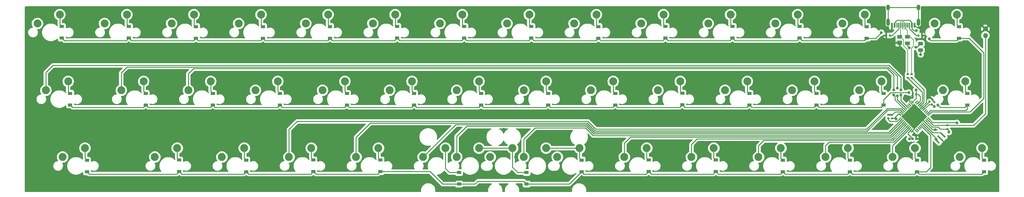
<source format=gbl>
%TF.GenerationSoftware,KiCad,Pcbnew,(5.99.0-10847-g28909c1a72)*%
%TF.CreationDate,2021-06-15T23:46:12+03:00*%
%TF.ProjectId,vanpole,76616e70-6f6c-4652-9e6b-696361645f70,rev?*%
%TF.SameCoordinates,Original*%
%TF.FileFunction,Copper,L2,Bot*%
%TF.FilePolarity,Positive*%
%FSLAX46Y46*%
G04 Gerber Fmt 4.6, Leading zero omitted, Abs format (unit mm)*
G04 Created by KiCad (PCBNEW (5.99.0-10847-g28909c1a72)) date 2021-06-15 23:46:12*
%MOMM*%
%LPD*%
G01*
G04 APERTURE LIST*
G04 Aperture macros list*
%AMRoundRect*
0 Rectangle with rounded corners*
0 $1 Rounding radius*
0 $2 $3 $4 $5 $6 $7 $8 $9 X,Y pos of 4 corners*
0 Add a 4 corners polygon primitive as box body*
4,1,4,$2,$3,$4,$5,$6,$7,$8,$9,$2,$3,0*
0 Add four circle primitives for the rounded corners*
1,1,$1+$1,$2,$3*
1,1,$1+$1,$4,$5*
1,1,$1+$1,$6,$7*
1,1,$1+$1,$8,$9*
0 Add four rect primitives between the rounded corners*
20,1,$1+$1,$2,$3,$4,$5,0*
20,1,$1+$1,$4,$5,$6,$7,0*
20,1,$1+$1,$6,$7,$8,$9,0*
20,1,$1+$1,$8,$9,$2,$3,0*%
%AMRotRect*
0 Rectangle, with rotation*
0 The origin of the aperture is its center*
0 $1 length*
0 $2 width*
0 $3 Rotation angle, in degrees counterclockwise*
0 Add horizontal line*
21,1,$1,$2,0,0,$3*%
G04 Aperture macros list end*
%TA.AperFunction,SMDPad,CuDef*%
%ADD10RotRect,0.400000X1.900000X45.000000*%
%TD*%
%TA.AperFunction,SMDPad,CuDef*%
%ADD11RoundRect,0.062500X0.291682X0.380070X-0.380070X-0.291682X-0.291682X-0.380070X0.380070X0.291682X0*%
%TD*%
%TA.AperFunction,SMDPad,CuDef*%
%ADD12RoundRect,0.062500X-0.291682X0.380070X-0.380070X0.291682X0.291682X-0.380070X0.380070X-0.291682X0*%
%TD*%
%TA.AperFunction,SMDPad,CuDef*%
%ADD13RotRect,5.200000X5.200000X225.000000*%
%TD*%
%TA.AperFunction,ComponentPad*%
%ADD14C,1.400000*%
%TD*%
%TA.AperFunction,ComponentPad*%
%ADD15O,1.400000X1.400000*%
%TD*%
%TA.AperFunction,SMDPad,CuDef*%
%ADD16RoundRect,0.135000X0.135000X0.185000X-0.135000X0.185000X-0.135000X-0.185000X0.135000X-0.185000X0*%
%TD*%
%TA.AperFunction,SMDPad,CuDef*%
%ADD17RoundRect,0.135000X-0.135000X-0.185000X0.135000X-0.185000X0.135000X0.185000X-0.135000X0.185000X0*%
%TD*%
%TA.AperFunction,SMDPad,CuDef*%
%ADD18RoundRect,0.135000X0.185000X-0.135000X0.185000X0.135000X-0.185000X0.135000X-0.185000X-0.135000X0*%
%TD*%
%TA.AperFunction,SMDPad,CuDef*%
%ADD19RoundRect,0.135000X-0.185000X0.135000X-0.185000X-0.135000X0.185000X-0.135000X0.185000X0.135000X0*%
%TD*%
%TA.AperFunction,ComponentPad*%
%ADD20C,2.250000*%
%TD*%
%TA.AperFunction,SMDPad,CuDef*%
%ADD21RoundRect,0.243750X-0.456250X0.243750X-0.456250X-0.243750X0.456250X-0.243750X0.456250X0.243750X0*%
%TD*%
%TA.AperFunction,SMDPad,CuDef*%
%ADD22R,1.200000X0.900000*%
%TD*%
%TA.AperFunction,SMDPad,CuDef*%
%ADD23R,1.400000X1.200000*%
%TD*%
%TA.AperFunction,SMDPad,CuDef*%
%ADD24R,1.400000X1.000000*%
%TD*%
%TA.AperFunction,SMDPad,CuDef*%
%ADD25RoundRect,0.140000X0.021213X-0.219203X0.219203X-0.021213X-0.021213X0.219203X-0.219203X0.021213X0*%
%TD*%
%TA.AperFunction,SMDPad,CuDef*%
%ADD26RoundRect,0.140000X0.170000X-0.140000X0.170000X0.140000X-0.170000X0.140000X-0.170000X-0.140000X0*%
%TD*%
%TA.AperFunction,SMDPad,CuDef*%
%ADD27RoundRect,0.140000X-0.140000X-0.170000X0.140000X-0.170000X0.140000X0.170000X-0.140000X0.170000X0*%
%TD*%
%TA.AperFunction,SMDPad,CuDef*%
%ADD28RoundRect,0.140000X0.140000X0.170000X-0.140000X0.170000X-0.140000X-0.170000X0.140000X-0.170000X0*%
%TD*%
%TA.AperFunction,SMDPad,CuDef*%
%ADD29R,0.600000X1.450000*%
%TD*%
%TA.AperFunction,SMDPad,CuDef*%
%ADD30R,0.300000X1.450000*%
%TD*%
%TA.AperFunction,ComponentPad*%
%ADD31O,1.000000X2.100000*%
%TD*%
%TA.AperFunction,ComponentPad*%
%ADD32O,1.000000X1.600000*%
%TD*%
%TA.AperFunction,ViaPad*%
%ADD33C,0.800000*%
%TD*%
%TA.AperFunction,Conductor*%
%ADD34C,0.250000*%
%TD*%
%TA.AperFunction,Conductor*%
%ADD35C,0.200000*%
%TD*%
G04 APERTURE END LIST*
D10*
%TO.P,Y1,1,1*%
%TO.N,Net-(U1-Pad17)*%
X285011472Y-88138528D03*
%TO.P,Y1,2,2*%
%TO.N,GND*%
X285860000Y-87290000D03*
%TO.P,Y1,3,3*%
%TO.N,Net-(U1-Pad16)*%
X286708528Y-86441472D03*
%TD*%
D11*
%TO.P,U1,1,PE6*%
%TO.N,unconnected-(U1-Pad1)*%
X279172202Y-77052264D03*
%TO.P,U1,2,UVCC*%
%TO.N,+5V*%
X279525755Y-77405818D03*
%TO.P,U1,3,D-*%
%TO.N,Net-(R_DATA2-Pad2)*%
X279879309Y-77759371D03*
%TO.P,U1,4,D+*%
%TO.N,Net-(R_DATA1-Pad2)*%
X280232862Y-78112924D03*
%TO.P,U1,5,UGND*%
%TO.N,GND*%
X280586415Y-78466478D03*
%TO.P,U1,6,UCAP*%
%TO.N,Net-(C_UCAP1-Pad1)*%
X280939969Y-78820031D03*
%TO.P,U1,7,VBUS*%
%TO.N,+5V*%
X281293522Y-79173585D03*
%TO.P,U1,8,PB0*%
%TO.N,unconnected-(U1-Pad8)*%
X281647076Y-79527138D03*
%TO.P,U1,9,PB1*%
%TO.N,unconnected-(U1-Pad9)*%
X282000629Y-79880691D03*
%TO.P,U1,10,PB2*%
%TO.N,row1*%
X282354182Y-80234245D03*
%TO.P,U1,11,PB3*%
%TO.N,row0*%
X282707736Y-80587798D03*
D12*
%TO.P,U1,12,PB7*%
%TO.N,col13*%
X282707736Y-81772202D03*
%TO.P,U1,13,~RESET*%
%TO.N,Net-(R_RST1-Pad2)*%
X282354182Y-82125755D03*
%TO.P,U1,14,VCC*%
%TO.N,+5V*%
X282000629Y-82479309D03*
%TO.P,U1,15,GND*%
%TO.N,GND*%
X281647076Y-82832862D03*
%TO.P,U1,16,XTAL2*%
%TO.N,Net-(U1-Pad16)*%
X281293522Y-83186415D03*
%TO.P,U1,17,XTAL1*%
%TO.N,Net-(U1-Pad17)*%
X280939969Y-83539969D03*
%TO.P,U1,18,PD0*%
%TO.N,row2*%
X280586415Y-83893522D03*
%TO.P,U1,19,PD1*%
%TO.N,unconnected-(U1-Pad19)*%
X280232862Y-84247076D03*
%TO.P,U1,20,PD2*%
%TO.N,unconnected-(U1-Pad20)*%
X279879309Y-84600629D03*
%TO.P,U1,21,PD3*%
%TO.N,unconnected-(U1-Pad21)*%
X279525755Y-84954182D03*
%TO.P,U1,22,PD5*%
%TO.N,unconnected-(U1-Pad22)*%
X279172202Y-85307736D03*
D11*
%TO.P,U1,23,GND*%
%TO.N,GND*%
X277987798Y-85307736D03*
%TO.P,U1,24,AVCC*%
%TO.N,+5V*%
X277634245Y-84954182D03*
%TO.P,U1,25,PD4*%
%TO.N,col12*%
X277280691Y-84600629D03*
%TO.P,U1,26,PD6*%
%TO.N,col11*%
X276927138Y-84247076D03*
%TO.P,U1,27,PD7*%
%TO.N,col10*%
X276573585Y-83893522D03*
%TO.P,U1,28,PB4*%
%TO.N,col9*%
X276220031Y-83539969D03*
%TO.P,U1,29,PB5*%
%TO.N,col8*%
X275866478Y-83186415D03*
%TO.P,U1,30,PB6*%
%TO.N,col7*%
X275512924Y-82832862D03*
%TO.P,U1,31,PC6*%
%TO.N,col6*%
X275159371Y-82479309D03*
%TO.P,U1,32,PC7*%
%TO.N,col5*%
X274805818Y-82125755D03*
%TO.P,U1,33,~HWB~/PE2*%
%TO.N,Net-(R_HWB1-Pad1)*%
X274452264Y-81772202D03*
D12*
%TO.P,U1,34,VCC*%
%TO.N,+5V*%
X274452264Y-80587798D03*
%TO.P,U1,35,GND*%
%TO.N,GND*%
X274805818Y-80234245D03*
%TO.P,U1,36,PF7*%
%TO.N,col4*%
X275159371Y-79880691D03*
%TO.P,U1,37,PF6*%
%TO.N,col3*%
X275512924Y-79527138D03*
%TO.P,U1,38,PF5*%
%TO.N,col2*%
X275866478Y-79173585D03*
%TO.P,U1,39,PF4*%
%TO.N,col1*%
X276220031Y-78820031D03*
%TO.P,U1,40,PF1*%
%TO.N,col0*%
X276573585Y-78466478D03*
%TO.P,U1,41,PF0*%
%TO.N,unconnected-(U1-Pad41)*%
X276927138Y-78112924D03*
%TO.P,U1,42,AREF*%
%TO.N,unconnected-(U1-Pad42)*%
X277280691Y-77759371D03*
%TO.P,U1,43,GND*%
%TO.N,GND*%
X277634245Y-77405818D03*
%TO.P,U1,44,AVCC*%
%TO.N,+5V*%
X277987798Y-77052264D03*
D13*
%TO.P,U1,45,GND*%
%TO.N,GND*%
X278580000Y-81180000D03*
%TD*%
D14*
%TO.P,SW1,1,1*%
%TO.N,GND*%
X298750000Y-56135000D03*
D15*
%TO.P,SW1,2,2*%
%TO.N,Net-(R_RST1-Pad2)*%
X298750000Y-58035000D03*
%TD*%
D16*
%TO.P,R_USB2,1*%
%TO.N,Net-(R_USB2-Pad1)*%
X271650000Y-58030000D03*
%TO.P,R_USB2,2*%
%TO.N,GND*%
X270630000Y-58030000D03*
%TD*%
D17*
%TO.P,R_USB1,1*%
%TO.N,Net-(USB1-Pad10)*%
X279740000Y-58030000D03*
%TO.P,R_USB1,2*%
%TO.N,GND*%
X280760000Y-58030000D03*
%TD*%
D18*
%TO.P,R_RST1,1*%
%TO.N,+5V*%
X287920000Y-84690000D03*
%TO.P,R_RST1,2*%
%TO.N,Net-(R_RST1-Pad2)*%
X287920000Y-83670000D03*
%TD*%
%TO.P,R_HWB1,1*%
%TO.N,Net-(R_HWB1-Pad1)*%
X271150000Y-81690000D03*
%TO.P,R_HWB1,2*%
%TO.N,GND*%
X271150000Y-80670000D03*
%TD*%
D19*
%TO.P,R_DATA2,1*%
%TO.N,D-*%
X276690000Y-69060000D03*
%TO.P,R_DATA2,2*%
%TO.N,Net-(R_DATA2-Pad2)*%
X276690000Y-70080000D03*
%TD*%
%TO.P,R_DATA1,2*%
%TO.N,Net-(R_DATA1-Pad2)*%
X277830000Y-70060000D03*
%TO.P,R_DATA1,1*%
%TO.N,D+*%
X277830000Y-69040000D03*
%TD*%
D20*
%TO.P,MX44,1,COL*%
%TO.N,col7*%
X167640000Y-92710000D03*
%TO.P,MX44,2,ROW*%
%TO.N,Net-(MX24-Pad2)*%
X173990000Y-90170000D03*
%TD*%
%TO.P,MX43,1,COL*%
%TO.N,col6*%
X148590000Y-92710000D03*
%TO.P,MX43,2,ROW*%
%TO.N,Net-(MX21-Pad2)*%
X154940000Y-90170000D03*
%TD*%
D21*
%TO.P,F1,1*%
%TO.N,VCC*%
X280340000Y-60312500D03*
%TO.P,F1,2*%
%TO.N,+5V*%
X280340000Y-62187500D03*
%TD*%
D22*
%TO.P,D43,1,K*%
%TO.N,row2*%
X298370000Y-96900000D03*
%TO.P,D43,2,A*%
%TO.N,Net-(MX42-Pad2)*%
X298370000Y-93600000D03*
%TD*%
%TO.P,D42,1,K*%
%TO.N,row1*%
X293610000Y-77860000D03*
%TO.P,D42,2,A*%
%TO.N,Net-(MX41-Pad2)*%
X293610000Y-74560000D03*
%TD*%
%TO.P,D41,1,K*%
%TO.N,row0*%
X291230000Y-58780000D03*
%TO.P,D41,2,A*%
%TO.N,Net-(MX40-Pad2)*%
X291230000Y-55480000D03*
%TD*%
%TO.P,D40,1,K*%
%TO.N,row2*%
X279330000Y-96920000D03*
%TO.P,D40,2,A*%
%TO.N,Net-(MX39-Pad2)*%
X279330000Y-93620000D03*
%TD*%
%TO.P,D39,1,K*%
%TO.N,row1*%
X269810000Y-77860000D03*
%TO.P,D39,2,A*%
%TO.N,Net-(MX38-Pad2)*%
X269810000Y-74560000D03*
%TD*%
%TO.P,D38,1,K*%
%TO.N,row0*%
X265040000Y-58800000D03*
%TO.P,D38,2,A*%
%TO.N,Net-(MX37-Pad2)*%
X265040000Y-55500000D03*
%TD*%
%TO.P,D37,1,K*%
%TO.N,row2*%
X260280000Y-96900000D03*
%TO.P,D37,2,A*%
%TO.N,Net-(MX36-Pad2)*%
X260280000Y-93600000D03*
%TD*%
%TO.P,D36,1,K*%
%TO.N,row1*%
X250750000Y-77840000D03*
%TO.P,D36,2,A*%
%TO.N,Net-(MX35-Pad2)*%
X250750000Y-74540000D03*
%TD*%
%TO.P,D35,1,K*%
%TO.N,row0*%
X245990000Y-58770000D03*
%TO.P,D35,2,A*%
%TO.N,Net-(MX34-Pad2)*%
X245990000Y-55470000D03*
%TD*%
%TO.P,D34,1,K*%
%TO.N,row2*%
X241230000Y-96910000D03*
%TO.P,D34,2,A*%
%TO.N,Net-(MX33-Pad2)*%
X241230000Y-93610000D03*
%TD*%
%TO.P,D33,1,K*%
%TO.N,row1*%
X231700000Y-77850000D03*
%TO.P,D33,2,A*%
%TO.N,Net-(MX32-Pad2)*%
X231700000Y-74550000D03*
%TD*%
%TO.P,D32,1,K*%
%TO.N,row0*%
X226940000Y-58770000D03*
%TO.P,D32,2,A*%
%TO.N,Net-(MX31-Pad2)*%
X226940000Y-55470000D03*
%TD*%
%TO.P,D31,1,K*%
%TO.N,row2*%
X222180000Y-96870000D03*
%TO.P,D31,2,A*%
%TO.N,Net-(MX30-Pad2)*%
X222180000Y-93570000D03*
%TD*%
%TO.P,D30,1,K*%
%TO.N,row1*%
X212650000Y-77810000D03*
%TO.P,D30,2,A*%
%TO.N,Net-(MX29-Pad2)*%
X212650000Y-74510000D03*
%TD*%
%TO.P,D29,1,K*%
%TO.N,row0*%
X207890000Y-58770000D03*
%TO.P,D29,2,A*%
%TO.N,Net-(MX28-Pad2)*%
X207890000Y-55470000D03*
%TD*%
%TO.P,D28,1,K*%
%TO.N,row2*%
X203120000Y-96850000D03*
%TO.P,D28,2,A*%
%TO.N,Net-(MX27-Pad2)*%
X203120000Y-93550000D03*
%TD*%
%TO.P,D27,1,K*%
%TO.N,row1*%
X193600000Y-77850000D03*
%TO.P,D27,2,A*%
%TO.N,Net-(MX26-Pad2)*%
X193600000Y-74550000D03*
%TD*%
%TO.P,D26,1,K*%
%TO.N,row0*%
X188840000Y-58780000D03*
%TO.P,D26,2,A*%
%TO.N,Net-(MX25-Pad2)*%
X188840000Y-55480000D03*
%TD*%
%TO.P,D25,1,K*%
%TO.N,row2*%
X184080000Y-96890000D03*
%TO.P,D25,2,A*%
%TO.N,Net-(MX24-Pad2)*%
X184080000Y-93590000D03*
%TD*%
%TO.P,D24,1,K*%
%TO.N,row1*%
X174550000Y-77870000D03*
%TO.P,D24,2,A*%
%TO.N,Net-(MX23-Pad2)*%
X174550000Y-74570000D03*
%TD*%
%TO.P,D23,1,K*%
%TO.N,row0*%
X169790000Y-58770000D03*
%TO.P,D23,2,A*%
%TO.N,Net-(MX22-Pad2)*%
X169790000Y-55470000D03*
%TD*%
%TO.P,D22,1,K*%
%TO.N,row2*%
X168440000Y-100410000D03*
%TO.P,D22,2,A*%
%TO.N,Net-(MX21-Pad2)*%
X168440000Y-97110000D03*
%TD*%
%TO.P,D21,1,K*%
%TO.N,row1*%
X155500000Y-77890000D03*
%TO.P,D21,2,A*%
%TO.N,Net-(MX20-Pad2)*%
X155500000Y-74590000D03*
%TD*%
%TO.P,D20,1,K*%
%TO.N,row0*%
X150740000Y-58770000D03*
%TO.P,D20,2,A*%
%TO.N,Net-(MX19-Pad2)*%
X150740000Y-55470000D03*
%TD*%
%TO.P,D19,1,K*%
%TO.N,row2*%
X149280000Y-100430000D03*
%TO.P,D19,2,A*%
%TO.N,Net-(MX18-Pad2)*%
X149280000Y-97130000D03*
%TD*%
%TO.P,D18,1,K*%
%TO.N,row1*%
X136460000Y-77830000D03*
%TO.P,D18,2,A*%
%TO.N,Net-(MX17-Pad2)*%
X136460000Y-74530000D03*
%TD*%
%TO.P,D17,1,K*%
%TO.N,row0*%
X131690000Y-58750000D03*
%TO.P,D17,2,A*%
%TO.N,Net-(MX16-Pad2)*%
X131690000Y-55450000D03*
%TD*%
%TO.P,D16,1,K*%
%TO.N,row2*%
X126920000Y-96860000D03*
%TO.P,D16,2,A*%
%TO.N,Net-(MX15-Pad2)*%
X126920000Y-93560000D03*
%TD*%
%TO.P,D15,1,K*%
%TO.N,row1*%
X117400000Y-77870000D03*
%TO.P,D15,2,A*%
%TO.N,Net-(MX14-Pad2)*%
X117400000Y-74570000D03*
%TD*%
%TO.P,D14,1,K*%
%TO.N,row0*%
X112630000Y-58790000D03*
%TO.P,D14,2,A*%
%TO.N,Net-(MX13-Pad2)*%
X112630000Y-55490000D03*
%TD*%
%TO.P,D13,1,K*%
%TO.N,row2*%
X107880000Y-96860000D03*
%TO.P,D13,2,A*%
%TO.N,Net-(MX12-Pad2)*%
X107880000Y-93560000D03*
%TD*%
%TO.P,D12,1,K*%
%TO.N,row1*%
X98350000Y-77890000D03*
%TO.P,D12,2,A*%
%TO.N,Net-(MX11-Pad2)*%
X98350000Y-74590000D03*
%TD*%
%TO.P,D11,1,K*%
%TO.N,row0*%
X93590000Y-58790000D03*
%TO.P,D11,2,A*%
%TO.N,Net-(MX10-Pad2)*%
X93590000Y-55490000D03*
%TD*%
D23*
%TO.P,D10,1,GND*%
%TO.N,GND*%
X274420000Y-60120000D03*
D24*
%TO.P,D10,2,I/O1*%
%TO.N,D-*%
X274420000Y-58400000D03*
%TO.P,D10,3,I/O2*%
%TO.N,D+*%
X276620000Y-58400000D03*
%TO.P,D10,4,VCC*%
%TO.N,VCC*%
X276620000Y-60300000D03*
%TD*%
D22*
%TO.P,D9,1,K*%
%TO.N,row2*%
X88830000Y-96890000D03*
%TO.P,D9,2,A*%
%TO.N,Net-(MX9-Pad2)*%
X88830000Y-93590000D03*
%TD*%
%TO.P,D8,1,K*%
%TO.N,row1*%
X79300000Y-77850000D03*
%TO.P,D8,2,A*%
%TO.N,Net-(MX8-Pad2)*%
X79300000Y-74550000D03*
%TD*%
%TO.P,D7,1,K*%
%TO.N,row0*%
X74540000Y-58800000D03*
%TO.P,D7,2,A*%
%TO.N,Net-(MX7-Pad2)*%
X74540000Y-55500000D03*
%TD*%
%TO.P,D6,1,K*%
%TO.N,row2*%
X69780000Y-96870000D03*
%TO.P,D6,2,A*%
%TO.N,Net-(MX6-Pad2)*%
X69780000Y-93570000D03*
%TD*%
%TO.P,D5,1,K*%
%TO.N,row1*%
X60250000Y-77860000D03*
%TO.P,D5,2,A*%
%TO.N,Net-(MX5-Pad2)*%
X60250000Y-74560000D03*
%TD*%
%TO.P,D4,1,K*%
%TO.N,row0*%
X55490000Y-58770000D03*
%TO.P,D4,2,A*%
%TO.N,Net-(MX4-Pad2)*%
X55490000Y-55470000D03*
%TD*%
%TO.P,D3,1,K*%
%TO.N,row2*%
X43580000Y-96950000D03*
%TO.P,D3,2,A*%
%TO.N,Net-(MX3-Pad2)*%
X43580000Y-93650000D03*
%TD*%
%TO.P,D2,1,K*%
%TO.N,row1*%
X38820000Y-77840000D03*
%TO.P,D2,2,A*%
%TO.N,Net-(MX2-Pad2)*%
X38820000Y-74540000D03*
%TD*%
%TO.P,D1,1,K*%
%TO.N,row0*%
X36440000Y-58770000D03*
%TO.P,D1,2,A*%
%TO.N,Net-(MX1-Pad2)*%
X36440000Y-55470000D03*
%TD*%
D25*
%TO.P,C_UCAP1,1*%
%TO.N,Net-(C_UCAP1-Pad1)*%
X282880589Y-76839411D03*
%TO.P,C_UCAP1,2*%
%TO.N,GND*%
X283559411Y-76160589D03*
%TD*%
%TO.P,C_DECOUP4,1*%
%TO.N,+5V*%
X283560589Y-77669411D03*
%TO.P,C_DECOUP4,2*%
%TO.N,GND*%
X284239411Y-76990589D03*
%TD*%
D26*
%TO.P,C_DECOUP3,1*%
%TO.N,+5V*%
X272240000Y-81660000D03*
%TO.P,C_DECOUP3,2*%
%TO.N,GND*%
X272240000Y-80700000D03*
%TD*%
D27*
%TO.P,C_DECOUP2,1*%
%TO.N,+5V*%
X278100000Y-87520000D03*
%TO.P,C_DECOUP2,2*%
%TO.N,GND*%
X279060000Y-87520000D03*
%TD*%
D28*
%TO.P,C_DECOUP1,1*%
%TO.N,+5V*%
X279060000Y-74820000D03*
%TO.P,C_DECOUP1,2*%
%TO.N,GND*%
X278100000Y-74820000D03*
%TD*%
D20*
%TO.P,MX21,1,COL*%
%TO.N,col6*%
X158115000Y-92710000D03*
%TO.P,MX21,2,ROW*%
%TO.N,Net-(MX21-Pad2)*%
X164465000Y-90170000D03*
%TD*%
%TO.P,MX26,1,COL*%
%TO.N,col8*%
X186690000Y-73660000D03*
%TO.P,MX26,2,ROW*%
%TO.N,Net-(MX26-Pad2)*%
X193040000Y-71120000D03*
%TD*%
%TO.P,MX31,1,COL*%
%TO.N,col10*%
X220027500Y-54610000D03*
%TO.P,MX31,2,ROW*%
%TO.N,Net-(MX31-Pad2)*%
X226377500Y-52070000D03*
%TD*%
%TO.P,MX6,1,COL*%
%TO.N,col1*%
X62865000Y-92710000D03*
%TO.P,MX6,2,ROW*%
%TO.N,Net-(MX6-Pad2)*%
X69215000Y-90170000D03*
%TD*%
%TO.P,MX24,1,COL*%
%TO.N,col7*%
X177165000Y-92710000D03*
%TO.P,MX24,2,ROW*%
%TO.N,Net-(MX24-Pad2)*%
X183515000Y-90170000D03*
%TD*%
%TO.P,MX34,1,COL*%
%TO.N,col11*%
X239077500Y-54610000D03*
%TO.P,MX34,2,ROW*%
%TO.N,Net-(MX34-Pad2)*%
X245427500Y-52070000D03*
%TD*%
%TO.P,MX8,1,COL*%
%TO.N,col2*%
X72390000Y-73660000D03*
%TO.P,MX8,2,ROW*%
%TO.N,Net-(MX8-Pad2)*%
X78740000Y-71120000D03*
%TD*%
%TO.P,MX19,1,COL*%
%TO.N,col6*%
X143827500Y-54610000D03*
%TO.P,MX19,2,ROW*%
%TO.N,Net-(MX19-Pad2)*%
X150177500Y-52070000D03*
%TD*%
%TO.P,MX33,1,COL*%
%TO.N,col10*%
X234315000Y-92710000D03*
%TO.P,MX33,2,ROW*%
%TO.N,Net-(MX33-Pad2)*%
X240665000Y-90170000D03*
%TD*%
%TO.P,MX9,1,COL*%
%TO.N,col2*%
X81915000Y-92710000D03*
%TO.P,MX9,2,ROW*%
%TO.N,Net-(MX9-Pad2)*%
X88265000Y-90170000D03*
%TD*%
%TO.P,MX20,1,COL*%
%TO.N,col6*%
X148590000Y-73660000D03*
%TO.P,MX20,2,ROW*%
%TO.N,Net-(MX20-Pad2)*%
X154940000Y-71120000D03*
%TD*%
%TO.P,MX27,1,COL*%
%TO.N,col8*%
X196215000Y-92710000D03*
%TO.P,MX27,2,ROW*%
%TO.N,Net-(MX27-Pad2)*%
X202565000Y-90170000D03*
%TD*%
%TO.P,MX41,1,COL*%
%TO.N,col13*%
X286702500Y-73660000D03*
%TO.P,MX41,2,ROW*%
%TO.N,Net-(MX41-Pad2)*%
X293052500Y-71120000D03*
%TD*%
%TO.P,MX37,1,COL*%
%TO.N,col12*%
X258127500Y-54610000D03*
%TO.P,MX37,2,ROW*%
%TO.N,Net-(MX37-Pad2)*%
X264477500Y-52070000D03*
%TD*%
%TO.P,MX16,1,COL*%
%TO.N,col5*%
X124777500Y-54610000D03*
%TO.P,MX16,2,ROW*%
%TO.N,Net-(MX16-Pad2)*%
X131127500Y-52070000D03*
%TD*%
%TO.P,MX2,1,COL*%
%TO.N,col0*%
X31908750Y-73660000D03*
%TO.P,MX2,2,ROW*%
%TO.N,Net-(MX2-Pad2)*%
X38258750Y-71120000D03*
%TD*%
%TO.P,MX23,1,COL*%
%TO.N,col7*%
X167640000Y-73660000D03*
%TO.P,MX23,2,ROW*%
%TO.N,Net-(MX23-Pad2)*%
X173990000Y-71120000D03*
%TD*%
%TO.P,MX11,1,COL*%
%TO.N,col3*%
X91440000Y-73660000D03*
%TO.P,MX11,2,ROW*%
%TO.N,Net-(MX11-Pad2)*%
X97790000Y-71120000D03*
%TD*%
%TO.P,MX10,1,COL*%
%TO.N,col3*%
X86677500Y-54610000D03*
%TO.P,MX10,2,ROW*%
%TO.N,Net-(MX10-Pad2)*%
X93027500Y-52070000D03*
%TD*%
%TO.P,MX38,1,COL*%
%TO.N,col12*%
X262890000Y-73660000D03*
%TO.P,MX38,2,ROW*%
%TO.N,Net-(MX38-Pad2)*%
X269240000Y-71120000D03*
%TD*%
%TO.P,MX18,1,COL*%
%TO.N,col5*%
X139065000Y-92710000D03*
%TO.P,MX18,2,ROW*%
%TO.N,Net-(MX18-Pad2)*%
X145415000Y-90170000D03*
%TD*%
%TO.P,MX40,1,COL*%
%TO.N,col13*%
X284321250Y-54610000D03*
%TO.P,MX40,2,ROW*%
%TO.N,Net-(MX40-Pad2)*%
X290671250Y-52070000D03*
%TD*%
%TO.P,MX32,1,COL*%
%TO.N,col10*%
X224790000Y-73660000D03*
%TO.P,MX32,2,ROW*%
%TO.N,Net-(MX32-Pad2)*%
X231140000Y-71120000D03*
%TD*%
%TO.P,MX12,1,COL*%
%TO.N,col3*%
X100965000Y-92710000D03*
%TO.P,MX12,2,ROW*%
%TO.N,Net-(MX12-Pad2)*%
X107315000Y-90170000D03*
%TD*%
%TO.P,MX22,1,COL*%
%TO.N,col7*%
X162877500Y-54610000D03*
%TO.P,MX22,2,ROW*%
%TO.N,Net-(MX22-Pad2)*%
X169227500Y-52070000D03*
%TD*%
%TO.P,MX5,1,COL*%
%TO.N,col1*%
X53340000Y-73660000D03*
%TO.P,MX5,2,ROW*%
%TO.N,Net-(MX5-Pad2)*%
X59690000Y-71120000D03*
%TD*%
%TO.P,MX4,1,COL*%
%TO.N,col1*%
X48577500Y-54610000D03*
%TO.P,MX4,2,ROW*%
%TO.N,Net-(MX4-Pad2)*%
X54927500Y-52070000D03*
%TD*%
%TO.P,MX39,1,COL*%
%TO.N,col12*%
X272415000Y-92710000D03*
%TO.P,MX39,2,ROW*%
%TO.N,Net-(MX39-Pad2)*%
X278765000Y-90170000D03*
%TD*%
%TO.P,MX17,1,COL*%
%TO.N,col5*%
X129540000Y-73660000D03*
%TO.P,MX17,2,ROW*%
%TO.N,Net-(MX17-Pad2)*%
X135890000Y-71120000D03*
%TD*%
%TO.P,MX25,1,COL*%
%TO.N,col8*%
X181927500Y-54610000D03*
%TO.P,MX25,2,ROW*%
%TO.N,Net-(MX25-Pad2)*%
X188277500Y-52070000D03*
%TD*%
%TO.P,MX7,1,COL*%
%TO.N,col2*%
X67627500Y-54610000D03*
%TO.P,MX7,2,ROW*%
%TO.N,Net-(MX7-Pad2)*%
X73977500Y-52070000D03*
%TD*%
%TO.P,MX30,1,COL*%
%TO.N,col9*%
X215265000Y-92710000D03*
%TO.P,MX30,2,ROW*%
%TO.N,Net-(MX30-Pad2)*%
X221615000Y-90170000D03*
%TD*%
%TO.P,MX15,1,COL*%
%TO.N,col4*%
X120015000Y-92710000D03*
%TO.P,MX15,2,ROW*%
%TO.N,Net-(MX15-Pad2)*%
X126365000Y-90170000D03*
%TD*%
%TO.P,MX28,1,COL*%
%TO.N,col9*%
X200977500Y-54610000D03*
%TO.P,MX28,2,ROW*%
%TO.N,Net-(MX28-Pad2)*%
X207327500Y-52070000D03*
%TD*%
%TO.P,MX36,1,COL*%
%TO.N,col11*%
X253365000Y-92710000D03*
%TO.P,MX36,2,ROW*%
%TO.N,Net-(MX36-Pad2)*%
X259715000Y-90170000D03*
%TD*%
%TO.P,MX1,1,COL*%
%TO.N,col0*%
X29527500Y-54610000D03*
%TO.P,MX1,2,ROW*%
%TO.N,Net-(MX1-Pad2)*%
X35877500Y-52070000D03*
%TD*%
%TO.P,MX42,1,COL*%
%TO.N,col13*%
X291465000Y-92710000D03*
%TO.P,MX42,2,ROW*%
%TO.N,Net-(MX42-Pad2)*%
X297815000Y-90170000D03*
%TD*%
%TO.P,MX29,1,COL*%
%TO.N,col9*%
X205740000Y-73660000D03*
%TO.P,MX29,2,ROW*%
%TO.N,Net-(MX29-Pad2)*%
X212090000Y-71120000D03*
%TD*%
%TO.P,MX3,1,COL*%
%TO.N,col0*%
X36671250Y-92710000D03*
%TO.P,MX3,2,ROW*%
%TO.N,Net-(MX3-Pad2)*%
X43021250Y-90170000D03*
%TD*%
%TO.P,MX14,1,COL*%
%TO.N,col4*%
X110490000Y-73660000D03*
%TO.P,MX14,2,ROW*%
%TO.N,Net-(MX14-Pad2)*%
X116840000Y-71120000D03*
%TD*%
%TO.P,MX35,1,COL*%
%TO.N,col11*%
X243840000Y-73660000D03*
%TO.P,MX35,2,ROW*%
%TO.N,Net-(MX35-Pad2)*%
X250190000Y-71120000D03*
%TD*%
%TO.P,MX13,1,COL*%
%TO.N,col4*%
X105727500Y-54610000D03*
%TO.P,MX13,2,ROW*%
%TO.N,Net-(MX13-Pad2)*%
X112077500Y-52070000D03*
%TD*%
D29*
%TO.P,USB1,1,GND*%
%TO.N,GND*%
X272206250Y-55126250D03*
%TO.P,USB1,2,VBUS*%
%TO.N,VCC*%
X272981250Y-55126250D03*
D30*
%TO.P,USB1,3,SBU2*%
%TO.N,unconnected-(USB1-Pad3)*%
X273681250Y-55126250D03*
%TO.P,USB1,4,CC1*%
%TO.N,Net-(R_USB2-Pad1)*%
X274181250Y-55126250D03*
%TO.P,USB1,5,DN2*%
%TO.N,D-*%
X274681250Y-55126250D03*
%TO.P,USB1,6,DP1*%
%TO.N,D+*%
X275181250Y-55126250D03*
%TO.P,USB1,7,DN1*%
%TO.N,D-*%
X275681250Y-55126250D03*
%TO.P,USB1,8,DP2*%
%TO.N,D+*%
X276181250Y-55126250D03*
%TO.P,USB1,9,SBU1*%
%TO.N,unconnected-(USB1-Pad9)*%
X276681250Y-55126250D03*
%TO.P,USB1,10,CC2*%
%TO.N,Net-(USB1-Pad10)*%
X277181250Y-55126250D03*
D29*
%TO.P,USB1,11,VBUS*%
%TO.N,VCC*%
X277881250Y-55126250D03*
%TO.P,USB1,12,GND*%
%TO.N,GND*%
X278656250Y-55126250D03*
D31*
%TO.P,USB1,13,SHIELD*%
%TO.N,unconnected-(USB1-Pad13)*%
X279751250Y-54211250D03*
D32*
X279751250Y-50031250D03*
X271111250Y-50031250D03*
D31*
X271111250Y-54211250D03*
%TD*%
D33*
%TO.N,GND*%
X161980000Y-100670000D03*
X161950000Y-84750000D03*
X161840000Y-89170000D03*
X165300000Y-92710000D03*
X282620000Y-61090000D03*
X281790000Y-55190000D03*
X269260000Y-84160000D03*
X291800000Y-81950000D03*
X142620000Y-91630000D03*
X177320000Y-87100000D03*
X209220000Y-93040000D03*
X227670000Y-92770000D03*
X248280000Y-92490000D03*
X266460000Y-92110000D03*
%TO.N,col0*%
X274720000Y-73570000D03*
X274710012Y-75019000D03*
%TO.N,col1*%
X273740000Y-73020000D03*
X273740000Y-75260000D03*
%TO.N,col2*%
X272690000Y-73570000D03*
X272700000Y-75019000D03*
%TO.N,col13*%
X290665158Y-82945500D03*
%TO.N,row1*%
X285210000Y-77840000D03*
X276992299Y-74294500D03*
%TO.N,row0*%
X282830000Y-59020000D03*
X269190000Y-57210000D03*
%TO.N,+5V*%
X284260000Y-78330000D03*
X288370000Y-85600000D03*
X273382184Y-81817684D03*
X277170000Y-87510000D03*
X279030000Y-73570000D03*
X280360000Y-63450000D03*
%TO.N,GND*%
X287570000Y-88160000D03*
X284510000Y-84940000D03*
%TO.N,VCC*%
X279190000Y-56590000D03*
X277123659Y-61553536D03*
X278982332Y-61352516D03*
%TD*%
D34*
%TO.N,row0*%
X298300480Y-75919520D02*
X298300480Y-62940480D01*
X294380000Y-79840000D02*
X298300480Y-75919520D01*
X283460000Y-79840000D02*
X294380000Y-79840000D01*
X282712202Y-80587798D02*
X283460000Y-79840000D01*
X282707736Y-80587798D02*
X282712202Y-80587798D01*
X298300480Y-62940480D02*
X297330000Y-61970000D01*
X298300480Y-62940480D02*
X294140000Y-58780000D01*
%TO.N,unconnected-(USB1-Pad13)*%
X279751250Y-50031250D02*
X271111250Y-50031250D01*
X279751250Y-54211250D02*
X279751250Y-50031250D01*
X271111250Y-54211250D02*
X271111250Y-50031250D01*
%TO.N,GND*%
X279430000Y-55860000D02*
X280440000Y-55860000D01*
X278696250Y-55126250D02*
X279430000Y-55860000D01*
X278656250Y-55126250D02*
X278696250Y-55126250D01*
X280760000Y-56180000D02*
X280760000Y-58030000D01*
X280440000Y-55860000D02*
X280760000Y-56180000D01*
%TO.N,col0*%
X33930000Y-66550000D02*
X31908750Y-68571250D01*
X274720000Y-69950000D02*
X271320000Y-66550000D01*
X274720000Y-73570000D02*
X274720000Y-69950000D01*
X31908750Y-68571250D02*
X31908750Y-73660000D01*
X271320000Y-66550000D02*
X33930000Y-66550000D01*
%TO.N,col1*%
X54960000Y-67000000D02*
X53340000Y-68620000D01*
X271125718Y-67000000D02*
X54960000Y-67000000D01*
X273740000Y-69614282D02*
X271125718Y-67000000D01*
X273740000Y-73020000D02*
X273740000Y-69614282D01*
X53340000Y-68620000D02*
X53340000Y-73660000D01*
%TO.N,col2*%
X270950000Y-67460000D02*
X73830000Y-67460000D01*
X272690000Y-69200000D02*
X270950000Y-67460000D01*
X73830000Y-67460000D02*
X72390000Y-68900000D01*
X72390000Y-68900000D02*
X72390000Y-73660000D01*
%TO.N,col3*%
X103270000Y-82550000D02*
X100965000Y-84855000D01*
X270860000Y-78870000D02*
X264980000Y-84750000D01*
X264980000Y-84750000D02*
X188085718Y-84750000D01*
X274850000Y-78870000D02*
X270860000Y-78870000D01*
X275512924Y-79527138D02*
X275507138Y-79527138D01*
X275507138Y-79527138D02*
X274850000Y-78870000D01*
X188085718Y-84750000D02*
X185885718Y-82550000D01*
X100965000Y-84855000D02*
X100965000Y-92710000D01*
X185885718Y-82550000D02*
X103270000Y-82550000D01*
%TO.N,col4*%
X124080000Y-83010000D02*
X120015000Y-87075000D01*
X185710000Y-83010000D02*
X124080000Y-83010000D01*
X187900000Y-85200000D02*
X185710000Y-83010000D01*
X275159371Y-79879371D02*
X274610000Y-79330000D01*
X271060000Y-79330000D02*
X265190000Y-85200000D01*
X274610000Y-79330000D02*
X271060000Y-79330000D01*
X265190000Y-85200000D02*
X187900000Y-85200000D01*
X275159371Y-79880691D02*
X275159371Y-79879371D01*
X120015000Y-87075000D02*
X120015000Y-92710000D01*
%TO.N,col5*%
X271270000Y-85660000D02*
X187720000Y-85660000D01*
X185520000Y-83460000D02*
X148315000Y-83460000D01*
X274804245Y-82125755D02*
X271270000Y-85660000D01*
X274805818Y-82125755D02*
X274804245Y-82125755D01*
X187720000Y-85660000D02*
X185520000Y-83460000D01*
X148315000Y-83460000D02*
X140487500Y-91287500D01*
X148315000Y-83460000D02*
X139065000Y-92710000D01*
%TO.N,col6*%
X185325718Y-83910000D02*
X151460000Y-83910000D01*
X151460000Y-83910000D02*
X148580000Y-86790000D01*
X187525718Y-86110000D02*
X185325718Y-83910000D01*
X148580000Y-86790000D02*
X148590000Y-86800000D01*
X271530000Y-86110000D02*
X187525718Y-86110000D01*
X275159371Y-82479309D02*
X275159371Y-82480629D01*
X275159371Y-82480629D02*
X271530000Y-86110000D01*
X148590000Y-86800000D02*
X148590000Y-92710000D01*
%TO.N,col7*%
X185140000Y-84360000D02*
X170860000Y-84360000D01*
X187350000Y-86570000D02*
X185140000Y-84360000D01*
X271770000Y-86570000D02*
X187350000Y-86570000D01*
X275507138Y-82832862D02*
X271770000Y-86570000D01*
X170860000Y-84360000D02*
X167640000Y-87580000D01*
X275512924Y-82832862D02*
X275507138Y-82832862D01*
X167640000Y-87580000D02*
X167640000Y-92710000D01*
%TO.N,col8*%
X272030000Y-87020000D02*
X197960000Y-87020000D01*
X275863585Y-83186415D02*
X272030000Y-87020000D01*
X197960000Y-87020000D02*
X196215000Y-88765000D01*
X196215000Y-88765000D02*
X196215000Y-92710000D01*
X275866478Y-83186415D02*
X275863585Y-83186415D01*
%TO.N,col9*%
X216870000Y-87490000D02*
X215265000Y-89095000D01*
X272270000Y-87490000D02*
X216870000Y-87490000D01*
X276220031Y-83539969D02*
X272270000Y-87490000D01*
X215265000Y-89095000D02*
X215265000Y-92710000D01*
%TO.N,col10*%
X235830000Y-87980000D02*
X234315000Y-89495000D01*
X276573585Y-83896415D02*
X272490000Y-87980000D01*
X272490000Y-87980000D02*
X235830000Y-87980000D01*
X276573585Y-83893522D02*
X276573585Y-83896415D01*
X234315000Y-89495000D02*
X234315000Y-92710000D01*
%TO.N,col11*%
X272720000Y-88450000D02*
X254360000Y-88450000D01*
X254360000Y-88450000D02*
X253365000Y-89445000D01*
X276927138Y-84247076D02*
X276922924Y-84247076D01*
X276922924Y-84247076D02*
X272720000Y-88450000D01*
X253365000Y-89445000D02*
X253365000Y-92710000D01*
%TO.N,col12*%
X272400000Y-89480000D02*
X272400000Y-90300000D01*
X277279371Y-84600629D02*
X272400000Y-89480000D01*
X277280691Y-84600629D02*
X277279371Y-84600629D01*
X272400000Y-90300000D02*
X272415000Y-90315000D01*
X272415000Y-90315000D02*
X272415000Y-92710000D01*
%TO.N,row2*%
X283190000Y-95670000D02*
X283190000Y-86500000D01*
X283190000Y-86500000D02*
X280586415Y-83896415D01*
X281940000Y-96920000D02*
X283190000Y-95670000D01*
X279330000Y-96920000D02*
X281940000Y-96920000D01*
X280586415Y-83896415D02*
X280586415Y-83893522D01*
X281940000Y-96920000D02*
X282325000Y-96535000D01*
%TO.N,row0*%
X291230000Y-58780000D02*
X294140000Y-58780000D01*
X294140000Y-58780000D02*
X294300000Y-58940000D01*
%TO.N,row1*%
X283220000Y-79370000D02*
X293200000Y-79370000D01*
X282355755Y-80234245D02*
X283220000Y-79370000D01*
X293200000Y-79370000D02*
X293610000Y-78960000D01*
X293610000Y-78960000D02*
X293610000Y-77860000D01*
X282354182Y-80234245D02*
X282355755Y-80234245D01*
%TO.N,col0*%
X274710012Y-76602905D02*
X274710012Y-75019000D01*
X276573585Y-78466478D02*
X274710012Y-76602905D01*
%TO.N,col2*%
X272690000Y-73570000D02*
X272690000Y-69200000D01*
X272690000Y-69200000D02*
X272520000Y-69030000D01*
%TO.N,col1*%
X273740000Y-76340000D02*
X273740000Y-75260000D01*
X276220031Y-78820031D02*
X273740000Y-76340000D01*
%TO.N,col2*%
X273010000Y-75390000D02*
X273010000Y-75329000D01*
X273010000Y-76320000D02*
X273010000Y-75390000D01*
X273010000Y-75329000D02*
X272700000Y-75019000D01*
X275370000Y-78680000D02*
X273010000Y-76320000D01*
X275863585Y-79173585D02*
X275370000Y-78680000D01*
X275866478Y-79173585D02*
X275863585Y-79173585D01*
%TO.N,col13*%
X283760000Y-82830000D02*
X283790000Y-82860000D01*
X283790000Y-82860000D02*
X288510000Y-82860000D01*
X282707736Y-81777736D02*
X283760000Y-82830000D01*
X282707736Y-81772202D02*
X282707736Y-81777736D01*
X288510000Y-82860000D02*
X290579658Y-82860000D01*
X290579658Y-82860000D02*
X290665158Y-82945500D01*
%TO.N,Net-(MX3-Pad2)*%
X43021250Y-93091250D02*
X43580000Y-93650000D01*
X43021250Y-90170000D02*
X43021250Y-93091250D01*
%TO.N,Net-(MX6-Pad2)*%
X69215000Y-93005000D02*
X69780000Y-93570000D01*
X69215000Y-90170000D02*
X69215000Y-93005000D01*
%TO.N,Net-(MX9-Pad2)*%
X88265000Y-93025000D02*
X88830000Y-93590000D01*
X88265000Y-90170000D02*
X88265000Y-93025000D01*
%TO.N,Net-(MX12-Pad2)*%
X107315000Y-92995000D02*
X107880000Y-93560000D01*
X107315000Y-90170000D02*
X107315000Y-92995000D01*
%TO.N,Net-(MX15-Pad2)*%
X126365000Y-93005000D02*
X126920000Y-93560000D01*
X126365000Y-90170000D02*
X126365000Y-93005000D01*
%TO.N,Net-(MX18-Pad2)*%
X145415000Y-95985000D02*
X146560000Y-97130000D01*
X145415000Y-90170000D02*
X145415000Y-95985000D01*
X146560000Y-97130000D02*
X149280000Y-97130000D01*
%TO.N,Net-(MX21-Pad2)*%
X164465000Y-95655000D02*
X165920000Y-97110000D01*
X164465000Y-90170000D02*
X164465000Y-95655000D01*
X165920000Y-97110000D02*
X168440000Y-97110000D01*
X164465000Y-90170000D02*
X154940000Y-90170000D01*
%TO.N,Net-(MX24-Pad2)*%
X183515000Y-90170000D02*
X173990000Y-90170000D01*
X183515000Y-93025000D02*
X184080000Y-93590000D01*
X183515000Y-90170000D02*
X183515000Y-93025000D01*
%TO.N,Net-(MX27-Pad2)*%
X202565000Y-92995000D02*
X203120000Y-93550000D01*
X202565000Y-90170000D02*
X202565000Y-92995000D01*
%TO.N,Net-(MX30-Pad2)*%
X221615000Y-93005000D02*
X222180000Y-93570000D01*
X221615000Y-90170000D02*
X221615000Y-93005000D01*
%TO.N,Net-(MX33-Pad2)*%
X240665000Y-93045000D02*
X241230000Y-93610000D01*
X240665000Y-90170000D02*
X240665000Y-93045000D01*
%TO.N,Net-(MX36-Pad2)*%
X259715000Y-93035000D02*
X260280000Y-93600000D01*
X259715000Y-90170000D02*
X259715000Y-93035000D01*
%TO.N,Net-(MX39-Pad2)*%
X278765000Y-93055000D02*
X279330000Y-93620000D01*
X278765000Y-90170000D02*
X278765000Y-93055000D01*
%TO.N,Net-(MX42-Pad2)*%
X297815000Y-93045000D02*
X298370000Y-93600000D01*
X297815000Y-90170000D02*
X297815000Y-93045000D01*
%TO.N,Net-(MX38-Pad2)*%
X269240000Y-71120000D02*
X269240000Y-73990000D01*
X269240000Y-73990000D02*
X269810000Y-74560000D01*
%TO.N,Net-(MX35-Pad2)*%
X250190000Y-73980000D02*
X250750000Y-74540000D01*
X250190000Y-71120000D02*
X250190000Y-73980000D01*
%TO.N,Net-(MX32-Pad2)*%
X231140000Y-73990000D02*
X231700000Y-74550000D01*
X231140000Y-71120000D02*
X231140000Y-73990000D01*
%TO.N,Net-(MX29-Pad2)*%
X212090000Y-73950000D02*
X212650000Y-74510000D01*
X212090000Y-71120000D02*
X212090000Y-73950000D01*
%TO.N,Net-(MX26-Pad2)*%
X193040000Y-73990000D02*
X193600000Y-74550000D01*
X193040000Y-71120000D02*
X193040000Y-73990000D01*
%TO.N,Net-(MX23-Pad2)*%
X173990000Y-74010000D02*
X174550000Y-74570000D01*
X173990000Y-71120000D02*
X173990000Y-74010000D01*
%TO.N,Net-(MX20-Pad2)*%
X154940000Y-74030000D02*
X155500000Y-74590000D01*
X154940000Y-71120000D02*
X154940000Y-74030000D01*
%TO.N,Net-(MX17-Pad2)*%
X135890000Y-71120000D02*
X135890000Y-73960000D01*
X135890000Y-73960000D02*
X136460000Y-74530000D01*
%TO.N,Net-(MX14-Pad2)*%
X116840000Y-71120000D02*
X116840000Y-74010000D01*
X116840000Y-74010000D02*
X117400000Y-74570000D01*
%TO.N,Net-(MX11-Pad2)*%
X97790000Y-74030000D02*
X98350000Y-74590000D01*
X97790000Y-71120000D02*
X97790000Y-74030000D01*
%TO.N,Net-(MX8-Pad2)*%
X78740000Y-71120000D02*
X78740000Y-73990000D01*
X78740000Y-73990000D02*
X79300000Y-74550000D01*
%TO.N,Net-(MX5-Pad2)*%
X59690000Y-74000000D02*
X60250000Y-74560000D01*
X59690000Y-71120000D02*
X59690000Y-74000000D01*
%TO.N,Net-(MX2-Pad2)*%
X38258750Y-73978750D02*
X38820000Y-74540000D01*
X38258750Y-71120000D02*
X38258750Y-73978750D01*
%TO.N,Net-(MX1-Pad2)*%
X35877500Y-52070000D02*
X35877500Y-54907500D01*
X35877500Y-54907500D02*
X36440000Y-55470000D01*
%TO.N,Net-(MX4-Pad2)*%
X54927500Y-54907500D02*
X55490000Y-55470000D01*
X54927500Y-52070000D02*
X54927500Y-54907500D01*
%TO.N,Net-(MX7-Pad2)*%
X73977500Y-54937500D02*
X74540000Y-55500000D01*
X73977500Y-52070000D02*
X73977500Y-54937500D01*
%TO.N,Net-(MX10-Pad2)*%
X93027500Y-54927500D02*
X93590000Y-55490000D01*
X93027500Y-52070000D02*
X93027500Y-54927500D01*
%TO.N,Net-(MX13-Pad2)*%
X112077500Y-52070000D02*
X112077500Y-54937500D01*
X112077500Y-54937500D02*
X112630000Y-55490000D01*
%TO.N,Net-(MX16-Pad2)*%
X131127500Y-54887500D02*
X131690000Y-55450000D01*
X131127500Y-52070000D02*
X131127500Y-54887500D01*
%TO.N,Net-(MX19-Pad2)*%
X150177500Y-54907500D02*
X150740000Y-55470000D01*
X150177500Y-52070000D02*
X150177500Y-54907500D01*
%TO.N,Net-(MX22-Pad2)*%
X169227500Y-54907500D02*
X169790000Y-55470000D01*
X169227500Y-52070000D02*
X169227500Y-54907500D01*
%TO.N,Net-(MX25-Pad2)*%
X188277500Y-52070000D02*
X188277500Y-54917500D01*
X188277500Y-54917500D02*
X188840000Y-55480000D01*
%TO.N,Net-(MX28-Pad2)*%
X207327500Y-54907500D02*
X207890000Y-55470000D01*
X207327500Y-52070000D02*
X207327500Y-54907500D01*
%TO.N,Net-(MX31-Pad2)*%
X226377500Y-54907500D02*
X226940000Y-55470000D01*
X226377500Y-52070000D02*
X226377500Y-54907500D01*
%TO.N,Net-(MX34-Pad2)*%
X245427500Y-52070000D02*
X245427500Y-54907500D01*
X245427500Y-54907500D02*
X245990000Y-55470000D01*
%TO.N,Net-(MX37-Pad2)*%
X264477500Y-54937500D02*
X265040000Y-55500000D01*
X264477500Y-52070000D02*
X264477500Y-54937500D01*
%TO.N,Net-(MX40-Pad2)*%
X290671250Y-54921250D02*
X291230000Y-55480000D01*
X290671250Y-52070000D02*
X290671250Y-54921250D01*
%TO.N,Net-(MX41-Pad2)*%
X293052500Y-71120000D02*
X293052500Y-74002500D01*
X293052500Y-74002500D02*
X293610000Y-74560000D01*
%TO.N,row1*%
X292951579Y-78518421D02*
X293610000Y-77860000D01*
X285210000Y-77840000D02*
X285888421Y-78518421D01*
X285888421Y-78518421D02*
X292951579Y-78518421D01*
X271895500Y-74294500D02*
X276992299Y-74294500D01*
X271240000Y-74950000D02*
X271895500Y-74294500D01*
X269810000Y-76380000D02*
X271240000Y-74950000D01*
X269810000Y-77860000D02*
X269810000Y-76380000D01*
%TO.N,row2*%
X297701579Y-97568421D02*
X298370000Y-96900000D01*
X279978421Y-97568421D02*
X297701579Y-97568421D01*
X279330000Y-96920000D02*
X279978421Y-97568421D01*
X278681579Y-97568421D02*
X279330000Y-96920000D01*
X260948421Y-97568421D02*
X278681579Y-97568421D01*
X260280000Y-96900000D02*
X260948421Y-97568421D01*
X259611579Y-97568421D02*
X260280000Y-96900000D01*
X241888421Y-97568421D02*
X259611579Y-97568421D01*
X241230000Y-96910000D02*
X241888421Y-97568421D01*
X240571579Y-97568421D02*
X241230000Y-96910000D01*
X222878421Y-97568421D02*
X240571579Y-97568421D01*
X222180000Y-96870000D02*
X222878421Y-97568421D01*
X221481579Y-97568421D02*
X222180000Y-96870000D01*
X203838421Y-97568421D02*
X221481579Y-97568421D01*
X203120000Y-96850000D02*
X203838421Y-97568421D01*
X202401579Y-97568421D02*
X203120000Y-96850000D01*
X184758421Y-97568421D02*
X202401579Y-97568421D01*
X184080000Y-96890000D02*
X184758421Y-97568421D01*
X180560000Y-100410000D02*
X184080000Y-96890000D01*
X168440000Y-100410000D02*
X180560000Y-100410000D01*
X167660000Y-99630000D02*
X168440000Y-100410000D01*
X153790000Y-100430000D02*
X154590000Y-99630000D01*
X149280000Y-100430000D02*
X153790000Y-100430000D01*
X154590000Y-99630000D02*
X167660000Y-99630000D01*
X144623736Y-100430000D02*
X149280000Y-100430000D01*
X141053736Y-96860000D02*
X144623736Y-100430000D01*
X126920000Y-96860000D02*
X141053736Y-96860000D01*
X126211579Y-97568421D02*
X126920000Y-96860000D01*
X108588421Y-97568421D02*
X126211579Y-97568421D01*
X107880000Y-96860000D02*
X108588421Y-97568421D01*
X89508421Y-97568421D02*
X107171579Y-97568421D01*
X107171579Y-97568421D02*
X107880000Y-96860000D01*
X88830000Y-96890000D02*
X89508421Y-97568421D01*
X88151579Y-97568421D02*
X88830000Y-96890000D01*
X70478421Y-97568421D02*
X88151579Y-97568421D01*
X69780000Y-96870000D02*
X70478421Y-97568421D01*
X69081579Y-97568421D02*
X69780000Y-96870000D01*
X44198421Y-97568421D02*
X69081579Y-97568421D01*
X43580000Y-96950000D02*
X44198421Y-97568421D01*
%TO.N,row1*%
X269151579Y-78518421D02*
X269810000Y-77860000D01*
X251428421Y-78518421D02*
X269151579Y-78518421D01*
X250750000Y-77840000D02*
X251428421Y-78518421D01*
X250071579Y-78518421D02*
X250750000Y-77840000D01*
X231700000Y-77850000D02*
X232368421Y-78518421D01*
X232368421Y-78518421D02*
X250071579Y-78518421D01*
X231031579Y-78518421D02*
X231700000Y-77850000D01*
X213358421Y-78518421D02*
X231031579Y-78518421D01*
X212650000Y-77810000D02*
X213358421Y-78518421D01*
X211941579Y-78518421D02*
X212650000Y-77810000D01*
X194268421Y-78518421D02*
X211941579Y-78518421D01*
X193600000Y-77850000D02*
X194268421Y-78518421D01*
X174550000Y-77870000D02*
X175198421Y-78518421D01*
X175198421Y-78518421D02*
X192931579Y-78518421D01*
X192931579Y-78518421D02*
X193600000Y-77850000D01*
X173901579Y-78518421D02*
X174550000Y-77870000D01*
X155500000Y-77890000D02*
X156128421Y-78518421D01*
X156128421Y-78518421D02*
X173901579Y-78518421D01*
X154871579Y-78518421D02*
X155500000Y-77890000D01*
X136460000Y-77830000D02*
X137148421Y-78518421D01*
X137148421Y-78518421D02*
X154871579Y-78518421D01*
X118048421Y-78518421D02*
X135771579Y-78518421D01*
X135771579Y-78518421D02*
X136460000Y-77830000D01*
X117400000Y-77870000D02*
X118048421Y-78518421D01*
X116751579Y-78518421D02*
X117400000Y-77870000D01*
X98978421Y-78518421D02*
X116751579Y-78518421D01*
X98350000Y-77890000D02*
X98978421Y-78518421D01*
X97721579Y-78518421D02*
X98350000Y-77890000D01*
X79968421Y-78518421D02*
X97721579Y-78518421D01*
X79300000Y-77850000D02*
X79968421Y-78518421D01*
X78631579Y-78518421D02*
X79300000Y-77850000D01*
X60908421Y-78518421D02*
X78631579Y-78518421D01*
X60250000Y-77860000D02*
X60908421Y-78518421D01*
X59591579Y-78518421D02*
X60250000Y-77860000D01*
X39498421Y-78518421D02*
X59591579Y-78518421D01*
X38820000Y-77840000D02*
X39498421Y-78518421D01*
%TO.N,row0*%
X290541579Y-59468421D02*
X291230000Y-58780000D01*
X283278421Y-59468421D02*
X290541579Y-59468421D01*
X282830000Y-59020000D02*
X283278421Y-59468421D01*
X267600000Y-58800000D02*
X269190000Y-57210000D01*
X265040000Y-58800000D02*
X267600000Y-58800000D01*
X264371579Y-59468421D02*
X265040000Y-58800000D01*
X246688421Y-59468421D02*
X264371579Y-59468421D01*
X245990000Y-58770000D02*
X246688421Y-59468421D01*
X227638421Y-59468421D02*
X245291579Y-59468421D01*
X245291579Y-59468421D02*
X245990000Y-58770000D01*
X226940000Y-58770000D02*
X227638421Y-59468421D01*
X208588421Y-59468421D02*
X226241579Y-59468421D01*
X226241579Y-59468421D02*
X226940000Y-58770000D01*
X207890000Y-58770000D02*
X208588421Y-59468421D01*
X207191579Y-59468421D02*
X207890000Y-58770000D01*
X189528421Y-59468421D02*
X207191579Y-59468421D01*
X188840000Y-58780000D02*
X189528421Y-59468421D01*
X188151579Y-59468421D02*
X188840000Y-58780000D01*
X170488421Y-59468421D02*
X188151579Y-59468421D01*
X169790000Y-58770000D02*
X170488421Y-59468421D01*
X169091579Y-59468421D02*
X169790000Y-58770000D01*
X151438421Y-59468421D02*
X169091579Y-59468421D01*
X150740000Y-58770000D02*
X151438421Y-59468421D01*
X150041579Y-59468421D02*
X150740000Y-58770000D01*
X132408421Y-59468421D02*
X150041579Y-59468421D01*
X131690000Y-58750000D02*
X132408421Y-59468421D01*
X130971579Y-59468421D02*
X131690000Y-58750000D01*
X113308421Y-59468421D02*
X130971579Y-59468421D01*
X112630000Y-58790000D02*
X113308421Y-59468421D01*
X111951579Y-59468421D02*
X112630000Y-58790000D01*
X94268421Y-59468421D02*
X111951579Y-59468421D01*
X93590000Y-58790000D02*
X94268421Y-59468421D01*
X92911579Y-59468421D02*
X93590000Y-58790000D01*
X75208421Y-59468421D02*
X92911579Y-59468421D01*
X74540000Y-58800000D02*
X75208421Y-59468421D01*
X56188421Y-59468421D02*
X73871579Y-59468421D01*
X55490000Y-58770000D02*
X56188421Y-59468421D01*
X73871579Y-59468421D02*
X74540000Y-58800000D01*
X54791579Y-59468421D02*
X55490000Y-58770000D01*
X37138421Y-59468421D02*
X54791579Y-59468421D01*
X36440000Y-58770000D02*
X37138421Y-59468421D01*
%TO.N,+5V*%
X284221178Y-78330000D02*
X283560589Y-77669411D01*
X284260000Y-78330000D02*
X284221178Y-78330000D01*
X288370000Y-85140000D02*
X287920000Y-84690000D01*
X288370000Y-85600000D02*
X288370000Y-85140000D01*
X273224500Y-81660000D02*
X272820000Y-81660000D01*
X273382184Y-81817684D02*
X273224500Y-81660000D01*
X277170000Y-87510000D02*
X278090000Y-87510000D01*
X278090000Y-87510000D02*
X278100000Y-87520000D01*
X279030000Y-73570000D02*
X279030000Y-74790000D01*
X280340000Y-63430000D02*
X280360000Y-63450000D01*
X279030000Y-74790000D02*
X279060000Y-74820000D01*
X280340000Y-62187500D02*
X280340000Y-63430000D01*
%TO.N,Net-(R_RST1-Pad2)*%
X287920000Y-83670000D02*
X295420000Y-83670000D01*
X298750000Y-80340000D02*
X298750000Y-58035000D01*
X295420000Y-83670000D02*
X298750000Y-80340000D01*
%TO.N,+5V*%
X280220000Y-76720000D02*
X280220000Y-75410000D01*
X280220000Y-75410000D02*
X279630000Y-74820000D01*
X279534182Y-77405818D02*
X280220000Y-76720000D01*
X279525755Y-77405818D02*
X279534182Y-77405818D01*
X279630000Y-74820000D02*
X279060000Y-74820000D01*
X279060000Y-75980062D02*
X277987798Y-77052264D01*
X279060000Y-74820000D02*
X279060000Y-75980062D01*
%TO.N,GND*%
X277215708Y-76987281D02*
X277634245Y-77405818D01*
X277215708Y-75704292D02*
X277215708Y-76987281D01*
X278100000Y-74820000D02*
X277215708Y-75704292D01*
X272210000Y-80670000D02*
X272240000Y-80700000D01*
X271150000Y-80670000D02*
X272210000Y-80670000D01*
%TO.N,Net-(R_HWB1-Pad1)*%
X271670000Y-82570000D02*
X273654466Y-82570000D01*
X273654466Y-82570000D02*
X274452264Y-81772202D01*
X271150000Y-82050000D02*
X271670000Y-82570000D01*
X271150000Y-81690000D02*
X271150000Y-82050000D01*
%TO.N,+5V*%
X272820000Y-81660000D02*
X273892202Y-80587798D01*
X272240000Y-81660000D02*
X272820000Y-81660000D01*
X273892202Y-80587798D02*
X274452264Y-80587798D01*
%TO.N,GND*%
X274387281Y-79815708D02*
X274805818Y-80234245D01*
X273124292Y-79815708D02*
X274387281Y-79815708D01*
X272240000Y-80700000D02*
X273124292Y-79815708D01*
X279060000Y-86379938D02*
X279060000Y-87520000D01*
X277987798Y-85307736D02*
X279060000Y-86379938D01*
%TO.N,+5V*%
X276770000Y-85818427D02*
X277634245Y-84954182D01*
X278100000Y-87520000D02*
X276770000Y-86190000D01*
X276770000Y-86190000D02*
X276770000Y-85818427D01*
%TO.N,GND*%
X277987798Y-85236347D02*
X278580000Y-84644145D01*
X277987798Y-85307736D02*
X277987798Y-85236347D01*
X278580000Y-84644145D02*
X278580000Y-81180000D01*
X277634245Y-77405818D02*
X278580000Y-78351573D01*
X278580000Y-78351573D02*
X278580000Y-81180000D01*
X275751573Y-81180000D02*
X278580000Y-81180000D01*
X274805818Y-80234245D02*
X275751573Y-81180000D01*
X278580000Y-80472893D02*
X278580000Y-81180000D01*
X280586415Y-78466478D02*
X278580000Y-80472893D01*
%TO.N,Net-(R_RST1-Pad2)*%
X282354182Y-82125755D02*
X282355755Y-82125755D01*
X283900000Y-83670000D02*
X287920000Y-83670000D01*
X282355755Y-82125755D02*
X283900000Y-83670000D01*
%TO.N,+5V*%
X282000629Y-82479309D02*
X282000629Y-82480629D01*
X282000629Y-82480629D02*
X283660000Y-84140000D01*
X285910000Y-84690000D02*
X287920000Y-84690000D01*
X283660000Y-84140000D02*
X285360000Y-84140000D01*
X285360000Y-84140000D02*
X285910000Y-84690000D01*
%TO.N,GND*%
X279994214Y-81180000D02*
X278580000Y-81180000D01*
X281647076Y-82832862D02*
X279994214Y-81180000D01*
X283754214Y-84940000D02*
X284510000Y-84940000D01*
X287570000Y-88160000D02*
X286730000Y-88160000D01*
X286730000Y-88160000D02*
X285860000Y-87290000D01*
X281647076Y-82832862D02*
X283754214Y-84940000D01*
%TO.N,Net-(U1-Pad16)*%
X285987056Y-85720000D02*
X283827107Y-85720000D01*
X283827107Y-85720000D02*
X281293522Y-83186415D01*
X286708528Y-86441472D02*
X285987056Y-85720000D01*
%TO.N,Net-(U1-Pad17)*%
X285011472Y-87611472D02*
X280939969Y-83539969D01*
X285011472Y-88138528D02*
X285011472Y-87611472D01*
%TO.N,GND*%
X282338614Y-75941386D02*
X283340208Y-75941386D01*
X281900000Y-77152893D02*
X281900000Y-76380000D01*
X283340208Y-75941386D02*
X283559411Y-76160589D01*
X280586415Y-78466478D02*
X281900000Y-77152893D01*
X281900000Y-76380000D02*
X282338614Y-75941386D01*
X283559411Y-76160589D02*
X283559411Y-76310589D01*
X283559411Y-76310589D02*
X284239411Y-76990589D01*
%TO.N,+5V*%
X282797696Y-77669411D02*
X281293522Y-79173585D01*
X283560589Y-77669411D02*
X282797696Y-77669411D01*
%TO.N,Net-(C_UCAP1-Pad1)*%
X280939969Y-78780031D02*
X280939969Y-78820031D01*
X282880589Y-76839411D02*
X280939969Y-78780031D01*
%TO.N,Net-(R_DATA1-Pad2)*%
X281269520Y-77076266D02*
X280232862Y-78112924D01*
X277830000Y-70060000D02*
X281269520Y-73499520D01*
X281269520Y-73499520D02*
X281269520Y-77076266D01*
%TO.N,Net-(R_DATA2-Pad2)*%
X276690000Y-70080000D02*
X280820000Y-74210000D01*
X280820000Y-76818680D02*
X279879309Y-77759371D01*
X280820000Y-74210000D02*
X280820000Y-76818680D01*
%TO.N,Net-(R_USB2-Pad1)*%
X272252500Y-58030000D02*
X274181250Y-56101250D01*
X274181250Y-56101250D02*
X274181250Y-55126250D01*
X271650000Y-58030000D02*
X272252500Y-58030000D01*
%TO.N,VCC*%
X278370000Y-56590000D02*
X279190000Y-56590000D01*
X277881250Y-56101250D02*
X278370000Y-56590000D01*
X277881250Y-55126250D02*
X277881250Y-56101250D01*
%TO.N,Net-(USB1-Pad10)*%
X279110000Y-58030000D02*
X277181250Y-56101250D01*
X277181250Y-56101250D02*
X277181250Y-55126250D01*
X279740000Y-58030000D02*
X279110000Y-58030000D01*
%TO.N,VCC*%
X272981250Y-54298750D02*
X272981250Y-55126250D01*
X277191339Y-53677219D02*
X273602781Y-53677219D01*
X273602781Y-53677219D02*
X272981250Y-54298750D01*
X277881250Y-54367130D02*
X277191339Y-53677219D01*
X277881250Y-55126250D02*
X277881250Y-54367130D01*
X278982332Y-61352516D02*
X279299984Y-61352516D01*
X279299984Y-61352516D02*
X280340000Y-60312500D01*
X276620000Y-61049877D02*
X277123659Y-61553536D01*
X276620000Y-60300000D02*
X276620000Y-61049877D01*
D35*
%TO.N,D+*%
X277420000Y-58400000D02*
X278330000Y-59310000D01*
X278330000Y-59310000D02*
X278330000Y-61100000D01*
X276620000Y-58400000D02*
X277420000Y-58400000D01*
X277830000Y-61600000D02*
X277830000Y-69040000D01*
X278330000Y-61100000D02*
X277830000Y-61600000D01*
%TO.N,D-*%
X275530000Y-60949120D02*
X276690000Y-62109120D01*
X274620000Y-58400000D02*
X275530000Y-59310000D01*
X275530000Y-59310000D02*
X275530000Y-60949120D01*
X274420000Y-58400000D02*
X274620000Y-58400000D01*
X276690000Y-62109120D02*
X276690000Y-69060000D01*
X274681250Y-58138750D02*
X274420000Y-58400000D01*
X274681250Y-55126250D02*
X274681250Y-58138750D01*
%TO.N,D+*%
X276620000Y-56689022D02*
X276620000Y-58400000D01*
X276081739Y-56150761D02*
X276620000Y-56689022D01*
X276181250Y-56051250D02*
X276181250Y-55126250D01*
X275181250Y-56051250D02*
X275280761Y-56150761D01*
X275181250Y-55126250D02*
X275181250Y-56051250D01*
X275280761Y-56150761D02*
X276081739Y-56150761D01*
X276081739Y-56150761D02*
X276181250Y-56051250D01*
%TO.N,D-*%
X275681250Y-54271250D02*
X275681250Y-55126250D01*
X274681250Y-54212130D02*
X274791641Y-54101739D01*
X275511739Y-54101739D02*
X275681250Y-54271250D01*
X274681250Y-55126250D02*
X274681250Y-54212130D01*
X274791641Y-54101739D02*
X275511739Y-54101739D01*
%TD*%
%TA.AperFunction,Conductor*%
%TO.N,GND*%
G36*
X270352871Y-49740502D02*
G01*
X270399364Y-49794158D01*
X270410750Y-49846500D01*
X270410750Y-50372567D01*
X270426115Y-50499535D01*
X270428799Y-50506638D01*
X270469616Y-50614658D01*
X270477750Y-50659196D01*
X270477750Y-53334284D01*
X270469143Y-53380053D01*
X270427915Y-53485799D01*
X270410750Y-53616180D01*
X270410750Y-54802567D01*
X270426115Y-54929535D01*
X270428800Y-54936640D01*
X270428800Y-54936641D01*
X270482985Y-55080038D01*
X270486033Y-55088105D01*
X270490332Y-55094360D01*
X270490334Y-55094364D01*
X270577181Y-55220726D01*
X270582047Y-55227806D01*
X270587716Y-55232856D01*
X270587716Y-55232857D01*
X270600531Y-55244275D01*
X270708612Y-55340571D01*
X270858421Y-55419891D01*
X271022827Y-55461187D01*
X271030425Y-55461227D01*
X271030427Y-55461227D01*
X271103458Y-55461609D01*
X271192338Y-55462074D01*
X271199717Y-55460302D01*
X271199721Y-55460302D01*
X271237836Y-55451151D01*
X271308744Y-55454698D01*
X271366478Y-55496018D01*
X271392708Y-55561992D01*
X271393250Y-55573670D01*
X271393250Y-55848993D01*
X271393411Y-55853500D01*
X271397990Y-55917519D01*
X271400376Y-55930741D01*
X271437069Y-56055708D01*
X271444483Y-56071942D01*
X271513676Y-56179610D01*
X271525362Y-56193097D01*
X271622090Y-56276912D01*
X271637098Y-56286557D01*
X271753525Y-56339727D01*
X271770638Y-56344752D01*
X271901804Y-56363611D01*
X271910745Y-56364250D01*
X271934135Y-56364250D01*
X271949374Y-56359775D01*
X271950579Y-56358385D01*
X271952250Y-56350702D01*
X271952250Y-54998250D01*
X271972252Y-54930129D01*
X272025908Y-54883636D01*
X272078250Y-54872250D01*
X272221750Y-54872250D01*
X272289871Y-54892252D01*
X272336364Y-54945908D01*
X272347750Y-54998250D01*
X272347750Y-55165828D01*
X272362810Y-55285038D01*
X272384797Y-55340571D01*
X272417937Y-55424274D01*
X272421728Y-55433850D01*
X272436187Y-55453751D01*
X272460044Y-55520616D01*
X272460250Y-55527810D01*
X272460250Y-56346135D01*
X272464725Y-56361374D01*
X272466115Y-56362579D01*
X272473798Y-56364250D01*
X272503993Y-56364250D01*
X272508500Y-56364089D01*
X272572519Y-56359510D01*
X272585741Y-56357124D01*
X272710708Y-56320431D01*
X272729686Y-56311764D01*
X272799960Y-56301661D01*
X272864541Y-56331154D01*
X272902924Y-56390880D01*
X272902924Y-56461876D01*
X272871123Y-56515473D01*
X272165629Y-57220967D01*
X272103317Y-57254993D01*
X272032502Y-57249928D01*
X272022886Y-57245880D01*
X271992574Y-57231616D01*
X271992569Y-57231614D01*
X271985398Y-57228240D01*
X271977610Y-57226754D01*
X271977609Y-57226754D01*
X271851063Y-57202614D01*
X271851059Y-57202614D01*
X271845221Y-57201500D01*
X271475421Y-57201500D01*
X271353725Y-57216874D01*
X271202583Y-57276715D01*
X271197061Y-57280727D01*
X271128208Y-57295912D01*
X271083189Y-57284216D01*
X270972416Y-57232090D01*
X270957459Y-57227230D01*
X270901794Y-57216611D01*
X270888755Y-57217882D01*
X270884000Y-57232804D01*
X270884000Y-57707342D01*
X270881768Y-57730952D01*
X270872919Y-57777342D01*
X270871500Y-57784779D01*
X270871500Y-58254579D01*
X270881028Y-58330000D01*
X270883006Y-58345657D01*
X270884000Y-58361449D01*
X270884000Y-58829852D01*
X270888075Y-58843729D01*
X270901426Y-58845766D01*
X270918286Y-58843636D01*
X270933519Y-58839725D01*
X271069809Y-58785764D01*
X271081367Y-58779410D01*
X271150698Y-58764121D01*
X271195715Y-58775816D01*
X271314602Y-58831760D01*
X271379396Y-58844120D01*
X271448937Y-58857386D01*
X271448941Y-58857386D01*
X271454779Y-58858500D01*
X271824579Y-58858500D01*
X271946275Y-58843126D01*
X272017518Y-58814919D01*
X272090043Y-58786205D01*
X272090046Y-58786203D01*
X272097417Y-58783285D01*
X272228929Y-58687736D01*
X272230783Y-58690288D01*
X272281086Y-58664847D01*
X272292005Y-58663500D01*
X272292078Y-58663500D01*
X272296345Y-58662961D01*
X272308187Y-58662028D01*
X272339835Y-58661033D01*
X272344460Y-58660888D01*
X272352383Y-58660639D01*
X272371834Y-58654988D01*
X272391195Y-58650978D01*
X272393920Y-58650634D01*
X272403430Y-58649433D01*
X272403433Y-58649432D01*
X272411288Y-58648440D01*
X272418653Y-58645524D01*
X272418657Y-58645523D01*
X272452401Y-58632163D01*
X272463630Y-58628318D01*
X272506078Y-58615986D01*
X272518121Y-58608864D01*
X272523511Y-58605677D01*
X272541262Y-58596981D01*
X272552726Y-58592442D01*
X272552729Y-58592440D01*
X272560100Y-58589522D01*
X272595868Y-58563535D01*
X272605791Y-58557016D01*
X272609127Y-58555043D01*
X272643841Y-58534514D01*
X272644259Y-58534145D01*
X272658342Y-58520062D01*
X272673367Y-58507228D01*
X272689583Y-58495446D01*
X272717530Y-58461664D01*
X272725519Y-58452885D01*
X272991405Y-58186999D01*
X273053717Y-58152973D01*
X273124532Y-58158038D01*
X273181368Y-58200585D01*
X273206179Y-58267105D01*
X273206500Y-58276094D01*
X273206500Y-58900000D01*
X273211727Y-58973079D01*
X273252904Y-59113316D01*
X273268159Y-59137053D01*
X273271008Y-59141486D01*
X273291010Y-59209606D01*
X273279624Y-59261949D01*
X273231523Y-59367275D01*
X273226498Y-59384388D01*
X273207639Y-59515554D01*
X273207000Y-59524495D01*
X273207000Y-59847885D01*
X273211475Y-59863124D01*
X273212865Y-59864329D01*
X273220548Y-59866000D01*
X274548000Y-59866000D01*
X274616121Y-59886002D01*
X274662614Y-59939658D01*
X274674000Y-59992000D01*
X274674000Y-61214885D01*
X274678475Y-61230124D01*
X274679865Y-61231329D01*
X274687548Y-61233000D01*
X274919008Y-61233000D01*
X274987129Y-61253002D01*
X275018970Y-61282296D01*
X275096190Y-61382930D01*
X275102740Y-61387956D01*
X275120031Y-61401224D01*
X275132422Y-61412091D01*
X276044595Y-62324264D01*
X276078621Y-62386576D01*
X276081500Y-62413359D01*
X276081500Y-68382207D01*
X276061498Y-68450328D01*
X276052584Y-68462523D01*
X275963366Y-68570369D01*
X275957453Y-68577516D01*
X275888240Y-68724602D01*
X275878215Y-68777156D01*
X275864249Y-68850369D01*
X275861500Y-68864779D01*
X275861500Y-69234579D01*
X275876874Y-69356275D01*
X275879793Y-69363647D01*
X275924665Y-69476981D01*
X275936715Y-69507417D01*
X275940474Y-69512591D01*
X275955617Y-69581254D01*
X275943922Y-69626272D01*
X275888240Y-69744602D01*
X275879349Y-69791212D01*
X275866601Y-69858040D01*
X275861500Y-69884779D01*
X275861500Y-70254579D01*
X275876874Y-70376275D01*
X275936715Y-70527417D01*
X276032264Y-70658929D01*
X276157516Y-70762547D01*
X276304602Y-70831760D01*
X276377588Y-70845683D01*
X276438937Y-70857386D01*
X276438941Y-70857386D01*
X276444779Y-70858500D01*
X276520406Y-70858500D01*
X276588527Y-70878502D01*
X276609501Y-70895405D01*
X278423480Y-72709384D01*
X278457506Y-72771696D01*
X278452441Y-72842511D01*
X278419956Y-72890260D01*
X278418749Y-72891137D01*
X278414328Y-72896047D01*
X278392121Y-72920711D01*
X278290963Y-73033058D01*
X278195476Y-73198446D01*
X278136462Y-73380073D01*
X278135772Y-73386636D01*
X278135772Y-73386637D01*
X278121456Y-73522842D01*
X278116500Y-73570000D01*
X278117190Y-73576565D01*
X278134760Y-73743729D01*
X278136462Y-73759927D01*
X278138502Y-73766205D01*
X278138502Y-73766206D01*
X278154934Y-73816779D01*
X278195476Y-73941554D01*
X278198779Y-73947276D01*
X278198780Y-73947277D01*
X278225469Y-73993504D01*
X278290963Y-74106942D01*
X278295381Y-74111849D01*
X278295382Y-74111850D01*
X278321636Y-74141008D01*
X278352354Y-74205015D01*
X278354000Y-74225318D01*
X278354000Y-74301918D01*
X278342008Y-74355566D01*
X278298485Y-74448057D01*
X278297000Y-74455840D01*
X278296999Y-74455844D01*
X278290349Y-74490706D01*
X278271500Y-74589517D01*
X278271500Y-75029579D01*
X278277281Y-75075339D01*
X278285506Y-75140444D01*
X278287031Y-75152519D01*
X278289948Y-75159885D01*
X278289948Y-75159887D01*
X278345152Y-75299315D01*
X278354000Y-75345699D01*
X278354000Y-75610484D01*
X278364654Y-75646769D01*
X278380280Y-75671082D01*
X278380282Y-75742079D01*
X278348480Y-75795678D01*
X278034228Y-76109930D01*
X277971916Y-76143956D01*
X277896916Y-76137244D01*
X277845196Y-76115821D01*
X277696116Y-76096193D01*
X277687928Y-76097271D01*
X277555223Y-76114743D01*
X277555222Y-76114743D01*
X277547036Y-76115821D01*
X277539411Y-76118980D01*
X277539409Y-76118980D01*
X277415745Y-76170204D01*
X277415743Y-76170205D01*
X277408117Y-76173364D01*
X277319213Y-76241582D01*
X277177116Y-76383679D01*
X277108898Y-76472583D01*
X277105968Y-76479657D01*
X277060061Y-76525566D01*
X277048260Y-76532379D01*
X276969286Y-76592978D01*
X276963096Y-76598407D01*
X276826834Y-76734669D01*
X276821405Y-76740859D01*
X276760806Y-76819833D01*
X276753993Y-76831634D01*
X276708084Y-76877541D01*
X276701010Y-76880471D01*
X276612106Y-76948689D01*
X276470009Y-77090786D01*
X276401791Y-77179690D01*
X276401754Y-77179778D01*
X276353108Y-77226163D01*
X276283395Y-77239600D01*
X276217484Y-77213213D01*
X276206276Y-77203265D01*
X275380417Y-76377406D01*
X275346391Y-76315094D01*
X275343512Y-76288311D01*
X275343512Y-75721519D01*
X275363514Y-75653398D01*
X275375876Y-75637209D01*
X275444630Y-75560850D01*
X275444631Y-75560849D01*
X275449049Y-75555942D01*
X275521418Y-75430595D01*
X275541232Y-75396277D01*
X275541233Y-75396276D01*
X275544536Y-75390554D01*
X275603550Y-75208927D01*
X275607199Y-75174206D01*
X275621218Y-75040829D01*
X275648231Y-74975173D01*
X275706453Y-74934543D01*
X275746528Y-74928000D01*
X276284105Y-74928000D01*
X276352226Y-74948002D01*
X276371450Y-74964342D01*
X276371724Y-74964038D01*
X276376627Y-74968453D01*
X276381048Y-74973363D01*
X276386390Y-74977244D01*
X276386392Y-74977246D01*
X276525215Y-75078106D01*
X276535549Y-75085614D01*
X276541577Y-75088298D01*
X276541579Y-75088299D01*
X276702791Y-75160075D01*
X276710012Y-75163290D01*
X276786777Y-75179607D01*
X276890355Y-75201624D01*
X276890360Y-75201624D01*
X276896812Y-75202996D01*
X277087786Y-75202996D01*
X277094239Y-75201624D01*
X277094252Y-75201623D01*
X277223234Y-75174206D01*
X277294024Y-75179607D01*
X277350657Y-75222424D01*
X277366583Y-75251068D01*
X277384854Y-75297216D01*
X277392431Y-75310998D01*
X277479323Y-75430595D01*
X277490092Y-75442062D01*
X277603997Y-75536293D01*
X277617279Y-75544722D01*
X277751040Y-75607665D01*
X277765998Y-75612525D01*
X277828206Y-75624392D01*
X277841245Y-75623122D01*
X277846000Y-75608197D01*
X277846000Y-74626989D01*
X277852167Y-74588053D01*
X277883797Y-74490706D01*
X277883797Y-74490705D01*
X277885837Y-74484427D01*
X277889738Y-74447316D01*
X277905109Y-74301065D01*
X277905799Y-74294500D01*
X277899647Y-74235966D01*
X277886527Y-74111137D01*
X277886527Y-74111136D01*
X277885837Y-74104573D01*
X277878806Y-74082932D01*
X277849749Y-73993504D01*
X277826823Y-73922946D01*
X277820635Y-73912227D01*
X277765527Y-73816779D01*
X277731336Y-73757558D01*
X277725710Y-73751309D01*
X277607972Y-73620548D01*
X277607971Y-73620547D01*
X277603550Y-73615637D01*
X277598208Y-73611756D01*
X277598206Y-73611754D01*
X277454391Y-73507267D01*
X277454390Y-73507266D01*
X277449049Y-73503386D01*
X277443021Y-73500702D01*
X277443019Y-73500701D01*
X277280617Y-73428395D01*
X277280616Y-73428395D01*
X277274586Y-73425710D01*
X277151924Y-73399637D01*
X277094243Y-73387376D01*
X277094238Y-73387376D01*
X277087786Y-73386004D01*
X276896812Y-73386004D01*
X276890360Y-73387376D01*
X276890355Y-73387376D01*
X276832674Y-73399637D01*
X276710012Y-73425710D01*
X276703982Y-73428395D01*
X276703981Y-73428395D01*
X276541579Y-73500701D01*
X276541577Y-73500702D01*
X276535549Y-73503386D01*
X276530208Y-73507266D01*
X276530207Y-73507267D01*
X276386392Y-73611754D01*
X276386390Y-73611756D01*
X276381048Y-73615637D01*
X276376627Y-73620547D01*
X276371724Y-73624962D01*
X276370598Y-73623711D01*
X276317299Y-73656549D01*
X276284105Y-73661000D01*
X275756516Y-73661000D01*
X275688395Y-73640998D01*
X275641902Y-73587342D01*
X275631206Y-73548171D01*
X275614228Y-73386637D01*
X275614228Y-73386636D01*
X275613538Y-73380073D01*
X275554524Y-73198446D01*
X275459037Y-73033058D01*
X275385864Y-72951791D01*
X275355146Y-72887784D01*
X275353500Y-72867481D01*
X275353500Y-70028383D01*
X275354014Y-70017479D01*
X275355666Y-70010088D01*
X275353562Y-69943134D01*
X275353500Y-69939176D01*
X275353500Y-69910422D01*
X275352961Y-69906155D01*
X275352027Y-69894305D01*
X275351873Y-69889380D01*
X275350639Y-69850117D01*
X275344988Y-69830666D01*
X275340978Y-69811304D01*
X275339433Y-69799070D01*
X275339432Y-69799067D01*
X275338440Y-69791212D01*
X275335524Y-69783847D01*
X275335523Y-69783843D01*
X275322163Y-69750099D01*
X275318318Y-69738870D01*
X275308197Y-69704034D01*
X275305986Y-69696422D01*
X275301948Y-69689594D01*
X275295677Y-69678989D01*
X275286981Y-69661238D01*
X275282442Y-69649774D01*
X275282440Y-69649771D01*
X275279522Y-69642400D01*
X275253535Y-69606632D01*
X275247016Y-69596709D01*
X275227548Y-69563790D01*
X275224514Y-69558659D01*
X275224145Y-69558241D01*
X275210062Y-69544158D01*
X275197228Y-69529133D01*
X275185446Y-69512917D01*
X275151664Y-69484970D01*
X275142885Y-69476981D01*
X271823391Y-66157487D01*
X271816031Y-66149399D01*
X271811973Y-66143005D01*
X271763121Y-66097130D01*
X271760280Y-66094376D01*
X271739966Y-66074062D01*
X271736555Y-66071417D01*
X271727533Y-66063711D01*
X271708126Y-66045486D01*
X271695301Y-66033443D01*
X271688357Y-66029626D01*
X271688355Y-66029624D01*
X271677547Y-66023682D01*
X271661023Y-66012828D01*
X271651286Y-66005275D01*
X271651285Y-66005275D01*
X271645023Y-66000417D01*
X271632820Y-65995136D01*
X271615317Y-65987562D01*
X271604447Y-65982858D01*
X271593790Y-65977637D01*
X271587764Y-65974324D01*
X271555048Y-65956338D01*
X271547365Y-65954366D01*
X271547364Y-65954365D01*
X271535432Y-65951301D01*
X271516728Y-65944897D01*
X271505415Y-65940001D01*
X271505408Y-65939999D01*
X271498136Y-65936852D01*
X271490312Y-65935613D01*
X271490309Y-65935612D01*
X271454465Y-65929935D01*
X271442844Y-65927528D01*
X271405782Y-65918013D01*
X271405781Y-65918013D01*
X271400025Y-65916535D01*
X271399469Y-65916500D01*
X271379548Y-65916500D01*
X271359838Y-65914949D01*
X271347886Y-65913056D01*
X271347885Y-65913056D01*
X271340056Y-65911816D01*
X271332164Y-65912562D01*
X271296418Y-65915941D01*
X271284560Y-65916500D01*
X34008383Y-65916500D01*
X33997479Y-65915986D01*
X33990088Y-65914334D01*
X33982162Y-65914583D01*
X33982161Y-65914583D01*
X33923134Y-65916438D01*
X33919176Y-65916500D01*
X33890422Y-65916500D01*
X33886155Y-65917039D01*
X33874313Y-65917972D01*
X33842665Y-65918967D01*
X33838040Y-65919112D01*
X33830117Y-65919361D01*
X33810667Y-65925012D01*
X33791305Y-65929022D01*
X33771212Y-65931560D01*
X33737526Y-65944897D01*
X33730108Y-65947834D01*
X33718878Y-65951679D01*
X33684034Y-65961802D01*
X33684032Y-65961803D01*
X33676421Y-65964014D01*
X33669597Y-65968050D01*
X33658988Y-65974324D01*
X33641241Y-65983018D01*
X33622400Y-65990478D01*
X33586620Y-66016474D01*
X33576720Y-66022977D01*
X33538659Y-66045486D01*
X33538241Y-66045855D01*
X33524158Y-66059938D01*
X33509133Y-66072772D01*
X33492917Y-66084554D01*
X33464971Y-66118335D01*
X33456981Y-66127115D01*
X31516237Y-68067859D01*
X31508149Y-68075219D01*
X31501755Y-68079277D01*
X31496330Y-68085054D01*
X31455881Y-68128128D01*
X31453126Y-68130970D01*
X31432812Y-68151284D01*
X31430167Y-68154695D01*
X31422463Y-68163715D01*
X31392193Y-68195949D01*
X31388376Y-68202893D01*
X31388374Y-68202895D01*
X31382432Y-68213703D01*
X31371578Y-68230227D01*
X31359167Y-68246227D01*
X31356020Y-68253498D01*
X31356020Y-68253499D01*
X31341609Y-68286801D01*
X31336388Y-68297457D01*
X31315088Y-68336202D01*
X31313116Y-68343885D01*
X31313115Y-68343886D01*
X31310051Y-68355818D01*
X31303647Y-68374522D01*
X31298751Y-68385835D01*
X31298749Y-68385842D01*
X31295602Y-68393114D01*
X31294363Y-68400938D01*
X31294362Y-68400941D01*
X31288685Y-68436785D01*
X31286278Y-68448406D01*
X31276763Y-68485468D01*
X31275285Y-68491225D01*
X31275250Y-68491781D01*
X31275250Y-68511702D01*
X31273699Y-68531412D01*
X31270566Y-68551194D01*
X31271312Y-68559086D01*
X31274691Y-68594832D01*
X31275250Y-68606690D01*
X31275250Y-72070181D01*
X31255248Y-72138302D01*
X31197470Y-72186589D01*
X31169464Y-72198190D01*
X31164887Y-72200086D01*
X30945664Y-72334426D01*
X30750156Y-72501406D01*
X30583176Y-72696914D01*
X30448836Y-72916137D01*
X30446943Y-72920707D01*
X30446941Y-72920711D01*
X30369289Y-73108179D01*
X30350444Y-73153676D01*
X30341070Y-73192723D01*
X30293223Y-73392020D01*
X30290423Y-73403682D01*
X30270250Y-73660000D01*
X30290423Y-73916318D01*
X30291577Y-73921125D01*
X30291578Y-73921131D01*
X30326717Y-74067495D01*
X30350444Y-74166324D01*
X30352337Y-74170895D01*
X30352338Y-74170897D01*
X30433066Y-74365790D01*
X30448836Y-74403863D01*
X30451422Y-74408083D01*
X30566249Y-74595463D01*
X30582737Y-74622369D01*
X30582737Y-74622370D01*
X30583176Y-74623086D01*
X30583026Y-74623178D01*
X30606211Y-74688161D01*
X30590129Y-74757313D01*
X30539215Y-74806792D01*
X30485143Y-74821264D01*
X30469534Y-74821850D01*
X30239750Y-74870063D01*
X30234794Y-74872020D01*
X30234788Y-74872022D01*
X30026339Y-74954343D01*
X30026337Y-74954344D01*
X30021374Y-74956304D01*
X30016815Y-74959071D01*
X30016812Y-74959072D01*
X29934809Y-75008833D01*
X29820651Y-75078106D01*
X29816621Y-75081603D01*
X29657754Y-75219461D01*
X29643320Y-75231986D01*
X29639937Y-75236112D01*
X29639933Y-75236116D01*
X29497835Y-75409417D01*
X29497831Y-75409423D01*
X29494451Y-75413545D01*
X29491812Y-75418181D01*
X29491810Y-75418184D01*
X29418641Y-75546724D01*
X29378301Y-75617591D01*
X29376480Y-75622607D01*
X29376478Y-75622612D01*
X29300011Y-75833274D01*
X29298191Y-75838289D01*
X29297242Y-75843538D01*
X29297241Y-75843541D01*
X29259082Y-76054564D01*
X29256412Y-76069331D01*
X29255760Y-76137244D01*
X29254310Y-76288311D01*
X29254158Y-76304108D01*
X29255007Y-76309379D01*
X29277617Y-76449751D01*
X29291494Y-76535909D01*
X29293219Y-76540961D01*
X29293219Y-76540962D01*
X29363524Y-76746890D01*
X29367352Y-76758104D01*
X29369901Y-76762790D01*
X29369902Y-76762791D01*
X29407359Y-76831634D01*
X29479564Y-76964343D01*
X29482868Y-76968534D01*
X29621617Y-77144537D01*
X29621621Y-77144541D01*
X29624920Y-77148726D01*
X29799264Y-77305982D01*
X29997612Y-77431615D01*
X30214292Y-77522032D01*
X30219495Y-77523228D01*
X30219500Y-77523230D01*
X30437906Y-77573452D01*
X30437911Y-77573453D01*
X30443109Y-77574648D01*
X30448437Y-77574951D01*
X30448440Y-77574951D01*
X30588962Y-77582930D01*
X30677519Y-77587959D01*
X30682826Y-77587359D01*
X30682828Y-77587359D01*
X30905518Y-77562183D01*
X30905523Y-77562182D01*
X30910821Y-77561583D01*
X30915938Y-77560101D01*
X30915944Y-77560100D01*
X31059187Y-77518619D01*
X31136344Y-77496276D01*
X31173924Y-77478069D01*
X31342834Y-77396233D01*
X31342836Y-77396232D01*
X31347639Y-77393905D01*
X31455367Y-77316921D01*
X31534318Y-77260502D01*
X31534320Y-77260500D01*
X31538664Y-77257396D01*
X31671857Y-77123036D01*
X31700206Y-77094439D01*
X31700207Y-77094438D01*
X31703959Y-77090653D01*
X31789627Y-76968534D01*
X31835735Y-76902807D01*
X31835737Y-76902804D01*
X31838796Y-76898443D01*
X31843880Y-76887713D01*
X31937037Y-76691080D01*
X31937037Y-76691079D01*
X31939319Y-76686263D01*
X32002656Y-76460179D01*
X32004256Y-76444833D01*
X32017777Y-76315094D01*
X32026994Y-76226656D01*
X32027250Y-76200000D01*
X32026914Y-76196042D01*
X32007850Y-75971363D01*
X32007849Y-75971359D01*
X32007399Y-75966052D01*
X32006061Y-75960897D01*
X32006060Y-75960891D01*
X31949757Y-75743965D01*
X31948415Y-75738794D01*
X31864472Y-75552448D01*
X31854173Y-75529584D01*
X31854172Y-75529581D01*
X31851983Y-75524723D01*
X31835513Y-75500259D01*
X31830741Y-75493171D01*
X31809290Y-75425493D01*
X31827834Y-75356961D01*
X31880485Y-75309333D01*
X31925375Y-75297192D01*
X32060860Y-75286528D01*
X32165068Y-75278327D01*
X32169875Y-75277173D01*
X32169881Y-75277172D01*
X32340890Y-75236116D01*
X32415074Y-75218306D01*
X32419647Y-75216412D01*
X32648039Y-75121809D01*
X32648043Y-75121807D01*
X32652613Y-75119914D01*
X32871836Y-74985574D01*
X33067344Y-74818594D01*
X33234324Y-74623086D01*
X33368664Y-74403863D01*
X33384435Y-74365790D01*
X33465162Y-74170897D01*
X33465163Y-74170895D01*
X33467056Y-74166324D01*
X33490783Y-74067495D01*
X33525922Y-73921131D01*
X33525923Y-73921125D01*
X33527077Y-73916318D01*
X33547250Y-73660000D01*
X33527077Y-73403682D01*
X33524278Y-73392020D01*
X33476430Y-73192723D01*
X33467056Y-73153676D01*
X33448211Y-73108179D01*
X33370559Y-72920711D01*
X33370557Y-72920707D01*
X33368664Y-72916137D01*
X33234324Y-72696914D01*
X33067344Y-72501406D01*
X32871836Y-72334426D01*
X32652613Y-72200086D01*
X32648036Y-72198190D01*
X32620030Y-72186589D01*
X32564750Y-72142040D01*
X32542250Y-72070181D01*
X32542250Y-68885844D01*
X32562252Y-68817723D01*
X32579155Y-68796749D01*
X34155499Y-67220405D01*
X34217811Y-67186379D01*
X34244594Y-67183500D01*
X53576406Y-67183500D01*
X53644527Y-67203502D01*
X53691020Y-67257158D01*
X53701124Y-67327432D01*
X53671630Y-67392012D01*
X53665501Y-67398595D01*
X52947487Y-68116609D01*
X52939399Y-68123969D01*
X52933005Y-68128027D01*
X52927580Y-68133804D01*
X52887131Y-68176878D01*
X52884376Y-68179720D01*
X52864062Y-68200034D01*
X52861417Y-68203445D01*
X52853713Y-68212465D01*
X52823443Y-68244699D01*
X52819626Y-68251643D01*
X52819624Y-68251645D01*
X52813682Y-68262453D01*
X52802828Y-68278977D01*
X52790417Y-68294977D01*
X52775584Y-68329255D01*
X52772859Y-68335551D01*
X52767638Y-68346207D01*
X52746338Y-68384952D01*
X52744366Y-68392635D01*
X52744365Y-68392636D01*
X52741301Y-68404568D01*
X52734897Y-68423272D01*
X52730001Y-68434585D01*
X52729999Y-68434592D01*
X52726852Y-68441864D01*
X52725613Y-68449688D01*
X52725612Y-68449691D01*
X52719935Y-68485535D01*
X52717528Y-68497156D01*
X52708674Y-68531645D01*
X52706535Y-68539975D01*
X52706500Y-68540531D01*
X52706500Y-68560452D01*
X52704949Y-68580162D01*
X52701816Y-68599944D01*
X52702562Y-68607836D01*
X52705941Y-68643582D01*
X52706500Y-68655440D01*
X52706500Y-72070181D01*
X52686498Y-72138302D01*
X52628720Y-72186589D01*
X52600714Y-72198190D01*
X52596137Y-72200086D01*
X52376914Y-72334426D01*
X52181406Y-72501406D01*
X52014426Y-72696914D01*
X51880086Y-72916137D01*
X51878193Y-72920707D01*
X51878191Y-72920711D01*
X51800539Y-73108179D01*
X51781694Y-73153676D01*
X51772320Y-73192723D01*
X51724473Y-73392020D01*
X51721673Y-73403682D01*
X51701500Y-73660000D01*
X51721673Y-73916318D01*
X51722827Y-73921125D01*
X51722828Y-73921131D01*
X51757967Y-74067495D01*
X51781694Y-74166324D01*
X51783587Y-74170895D01*
X51783588Y-74170897D01*
X51864316Y-74365790D01*
X51880086Y-74403863D01*
X51882672Y-74408083D01*
X51997499Y-74595463D01*
X52013987Y-74622369D01*
X52013987Y-74622370D01*
X52014426Y-74623086D01*
X52014276Y-74623178D01*
X52037461Y-74688161D01*
X52021379Y-74757313D01*
X51970465Y-74806792D01*
X51916393Y-74821264D01*
X51900784Y-74821850D01*
X51671000Y-74870063D01*
X51666044Y-74872020D01*
X51666038Y-74872022D01*
X51457589Y-74954343D01*
X51457587Y-74954344D01*
X51452624Y-74956304D01*
X51448065Y-74959071D01*
X51448062Y-74959072D01*
X51366059Y-75008833D01*
X51251901Y-75078106D01*
X51247871Y-75081603D01*
X51089004Y-75219461D01*
X51074570Y-75231986D01*
X51071187Y-75236112D01*
X51071183Y-75236116D01*
X50929085Y-75409417D01*
X50929081Y-75409423D01*
X50925701Y-75413545D01*
X50923062Y-75418181D01*
X50923060Y-75418184D01*
X50849891Y-75546724D01*
X50809551Y-75617591D01*
X50807730Y-75622607D01*
X50807728Y-75622612D01*
X50731261Y-75833274D01*
X50729441Y-75838289D01*
X50728492Y-75843538D01*
X50728491Y-75843541D01*
X50690332Y-76054564D01*
X50687662Y-76069331D01*
X50687010Y-76137244D01*
X50685560Y-76288311D01*
X50685408Y-76304108D01*
X50686257Y-76309379D01*
X50708867Y-76449751D01*
X50722744Y-76535909D01*
X50724469Y-76540961D01*
X50724469Y-76540962D01*
X50794774Y-76746890D01*
X50798602Y-76758104D01*
X50801151Y-76762790D01*
X50801152Y-76762791D01*
X50838609Y-76831634D01*
X50910814Y-76964343D01*
X50914118Y-76968534D01*
X51052867Y-77144537D01*
X51052871Y-77144541D01*
X51056170Y-77148726D01*
X51230514Y-77305982D01*
X51428862Y-77431615D01*
X51645542Y-77522032D01*
X51650745Y-77523228D01*
X51650750Y-77523230D01*
X51869156Y-77573452D01*
X51869161Y-77573453D01*
X51874359Y-77574648D01*
X51879687Y-77574951D01*
X51879690Y-77574951D01*
X52020212Y-77582930D01*
X52108769Y-77587959D01*
X52114076Y-77587359D01*
X52114078Y-77587359D01*
X52336768Y-77562183D01*
X52336773Y-77562182D01*
X52342071Y-77561583D01*
X52347188Y-77560101D01*
X52347194Y-77560100D01*
X52490437Y-77518619D01*
X52567594Y-77496276D01*
X52605174Y-77478069D01*
X52774084Y-77396233D01*
X52774086Y-77396232D01*
X52778889Y-77393905D01*
X52886617Y-77316921D01*
X52965568Y-77260502D01*
X52965570Y-77260500D01*
X52969914Y-77257396D01*
X53103107Y-77123036D01*
X53131456Y-77094439D01*
X53131457Y-77094438D01*
X53135209Y-77090653D01*
X53220877Y-76968534D01*
X53266985Y-76902807D01*
X53266987Y-76902804D01*
X53270046Y-76898443D01*
X53275130Y-76887713D01*
X53368287Y-76691080D01*
X53368287Y-76691079D01*
X53370569Y-76686263D01*
X53433906Y-76460179D01*
X53435506Y-76444833D01*
X53449027Y-76315094D01*
X53458244Y-76226656D01*
X53458500Y-76200000D01*
X53458164Y-76196042D01*
X53439100Y-75971363D01*
X53439099Y-75971359D01*
X53438649Y-75966052D01*
X53437311Y-75960897D01*
X53437310Y-75960891D01*
X53381007Y-75743965D01*
X53379665Y-75738794D01*
X53295722Y-75552448D01*
X53285423Y-75529584D01*
X53285422Y-75529581D01*
X53283233Y-75524723D01*
X53266763Y-75500259D01*
X53261991Y-75493171D01*
X53240540Y-75425493D01*
X53259084Y-75356961D01*
X53311735Y-75309333D01*
X53356625Y-75297192D01*
X53492110Y-75286528D01*
X53596318Y-75278327D01*
X53601125Y-75277173D01*
X53601131Y-75277172D01*
X53772140Y-75236116D01*
X53846324Y-75218306D01*
X53850897Y-75216412D01*
X54079289Y-75121809D01*
X54079293Y-75121807D01*
X54083863Y-75119914D01*
X54303086Y-74985574D01*
X54498594Y-74818594D01*
X54665574Y-74623086D01*
X54799914Y-74403863D01*
X54815685Y-74365790D01*
X54896412Y-74170897D01*
X54896413Y-74170895D01*
X54898306Y-74166324D01*
X54922033Y-74067495D01*
X54957172Y-73921131D01*
X54957173Y-73921125D01*
X54958327Y-73916318D01*
X54978500Y-73660000D01*
X54958327Y-73403682D01*
X54955528Y-73392020D01*
X54907680Y-73192723D01*
X54898306Y-73153676D01*
X54879461Y-73108179D01*
X54801809Y-72920711D01*
X54801807Y-72920707D01*
X54799914Y-72916137D01*
X54665574Y-72696914D01*
X54498594Y-72501406D01*
X54303086Y-72334426D01*
X54083863Y-72200086D01*
X54079286Y-72198190D01*
X54051280Y-72186589D01*
X53996000Y-72142040D01*
X53973500Y-72070181D01*
X53973500Y-68934594D01*
X53993502Y-68866473D01*
X54010405Y-68845499D01*
X55185499Y-67670405D01*
X55247811Y-67636379D01*
X55274594Y-67633500D01*
X72456404Y-67633500D01*
X72524525Y-67653502D01*
X72571018Y-67707158D01*
X72581122Y-67777432D01*
X72551628Y-67842012D01*
X72545500Y-67848595D01*
X71997482Y-68396614D01*
X71989398Y-68403970D01*
X71983005Y-68408027D01*
X71977580Y-68413804D01*
X71937131Y-68456878D01*
X71934376Y-68459720D01*
X71914062Y-68480034D01*
X71911417Y-68483445D01*
X71903713Y-68492465D01*
X71873443Y-68524699D01*
X71869626Y-68531643D01*
X71869624Y-68531645D01*
X71863682Y-68542453D01*
X71852828Y-68558977D01*
X71840417Y-68574977D01*
X71826198Y-68607836D01*
X71822859Y-68615551D01*
X71817638Y-68626207D01*
X71796338Y-68664952D01*
X71794366Y-68672635D01*
X71794365Y-68672636D01*
X71791301Y-68684568D01*
X71784897Y-68703272D01*
X71780001Y-68714585D01*
X71779999Y-68714592D01*
X71776852Y-68721864D01*
X71775613Y-68729688D01*
X71775612Y-68729691D01*
X71769935Y-68765535D01*
X71767528Y-68777156D01*
X71762498Y-68796749D01*
X71756535Y-68819975D01*
X71756500Y-68820531D01*
X71756500Y-68840452D01*
X71754949Y-68860162D01*
X71751816Y-68879944D01*
X71752562Y-68887836D01*
X71755941Y-68923582D01*
X71756500Y-68935440D01*
X71756500Y-72070181D01*
X71736498Y-72138302D01*
X71678720Y-72186589D01*
X71650714Y-72198190D01*
X71646137Y-72200086D01*
X71426914Y-72334426D01*
X71231406Y-72501406D01*
X71064426Y-72696914D01*
X70930086Y-72916137D01*
X70928193Y-72920707D01*
X70928191Y-72920711D01*
X70850539Y-73108179D01*
X70831694Y-73153676D01*
X70822320Y-73192723D01*
X70774473Y-73392020D01*
X70771673Y-73403682D01*
X70751500Y-73660000D01*
X70771673Y-73916318D01*
X70772827Y-73921125D01*
X70772828Y-73921131D01*
X70807967Y-74067495D01*
X70831694Y-74166324D01*
X70833587Y-74170895D01*
X70833588Y-74170897D01*
X70914316Y-74365790D01*
X70930086Y-74403863D01*
X70932672Y-74408083D01*
X71047499Y-74595463D01*
X71063987Y-74622369D01*
X71063987Y-74622370D01*
X71064426Y-74623086D01*
X71064276Y-74623178D01*
X71087461Y-74688161D01*
X71071379Y-74757313D01*
X71020465Y-74806792D01*
X70966393Y-74821264D01*
X70950784Y-74821850D01*
X70721000Y-74870063D01*
X70716044Y-74872020D01*
X70716038Y-74872022D01*
X70507589Y-74954343D01*
X70507587Y-74954344D01*
X70502624Y-74956304D01*
X70498065Y-74959071D01*
X70498062Y-74959072D01*
X70416059Y-75008833D01*
X70301901Y-75078106D01*
X70297871Y-75081603D01*
X70139004Y-75219461D01*
X70124570Y-75231986D01*
X70121187Y-75236112D01*
X70121183Y-75236116D01*
X69979085Y-75409417D01*
X69979081Y-75409423D01*
X69975701Y-75413545D01*
X69973062Y-75418181D01*
X69973060Y-75418184D01*
X69899891Y-75546724D01*
X69859551Y-75617591D01*
X69857730Y-75622607D01*
X69857728Y-75622612D01*
X69781261Y-75833274D01*
X69779441Y-75838289D01*
X69778492Y-75843538D01*
X69778491Y-75843541D01*
X69740332Y-76054564D01*
X69737662Y-76069331D01*
X69737010Y-76137244D01*
X69735560Y-76288311D01*
X69735408Y-76304108D01*
X69736257Y-76309379D01*
X69758867Y-76449751D01*
X69772744Y-76535909D01*
X69774469Y-76540961D01*
X69774469Y-76540962D01*
X69844774Y-76746890D01*
X69848602Y-76758104D01*
X69851151Y-76762790D01*
X69851152Y-76762791D01*
X69888609Y-76831634D01*
X69960814Y-76964343D01*
X69964118Y-76968534D01*
X70102867Y-77144537D01*
X70102871Y-77144541D01*
X70106170Y-77148726D01*
X70280514Y-77305982D01*
X70478862Y-77431615D01*
X70695542Y-77522032D01*
X70700745Y-77523228D01*
X70700750Y-77523230D01*
X70919156Y-77573452D01*
X70919161Y-77573453D01*
X70924359Y-77574648D01*
X70929687Y-77574951D01*
X70929690Y-77574951D01*
X71070212Y-77582930D01*
X71158769Y-77587959D01*
X71164076Y-77587359D01*
X71164078Y-77587359D01*
X71386768Y-77562183D01*
X71386773Y-77562182D01*
X71392071Y-77561583D01*
X71397188Y-77560101D01*
X71397194Y-77560100D01*
X71540437Y-77518619D01*
X71617594Y-77496276D01*
X71655174Y-77478069D01*
X71824084Y-77396233D01*
X71824086Y-77396232D01*
X71828889Y-77393905D01*
X71936617Y-77316921D01*
X72015568Y-77260502D01*
X72015570Y-77260500D01*
X72019914Y-77257396D01*
X72153107Y-77123036D01*
X72181456Y-77094439D01*
X72181457Y-77094438D01*
X72185209Y-77090653D01*
X72270877Y-76968534D01*
X72316985Y-76902807D01*
X72316987Y-76902804D01*
X72320046Y-76898443D01*
X72325130Y-76887713D01*
X72418287Y-76691080D01*
X72418287Y-76691079D01*
X72420569Y-76686263D01*
X72483906Y-76460179D01*
X72485506Y-76444833D01*
X72499027Y-76315094D01*
X72508244Y-76226656D01*
X72508500Y-76200000D01*
X72508164Y-76196042D01*
X72489100Y-75971363D01*
X72489099Y-75971359D01*
X72488649Y-75966052D01*
X72487311Y-75960897D01*
X72487310Y-75960891D01*
X72431007Y-75743965D01*
X72429665Y-75738794D01*
X72345722Y-75552448D01*
X72335423Y-75529584D01*
X72335422Y-75529581D01*
X72333233Y-75524723D01*
X72316763Y-75500259D01*
X72311991Y-75493171D01*
X72290540Y-75425493D01*
X72309084Y-75356961D01*
X72361735Y-75309333D01*
X72406625Y-75297192D01*
X72542110Y-75286528D01*
X72646318Y-75278327D01*
X72651125Y-75277173D01*
X72651131Y-75277172D01*
X72822140Y-75236116D01*
X72896324Y-75218306D01*
X72900897Y-75216412D01*
X73129289Y-75121809D01*
X73129293Y-75121807D01*
X73133863Y-75119914D01*
X73353086Y-74985574D01*
X73548594Y-74818594D01*
X73715574Y-74623086D01*
X73849914Y-74403863D01*
X73865685Y-74365790D01*
X73946412Y-74170897D01*
X73946413Y-74170895D01*
X73948306Y-74166324D01*
X73972033Y-74067495D01*
X74007172Y-73921131D01*
X74007173Y-73921125D01*
X74008327Y-73916318D01*
X74028500Y-73660000D01*
X74008327Y-73403682D01*
X74005528Y-73392020D01*
X73957680Y-73192723D01*
X73948306Y-73153676D01*
X73929461Y-73108179D01*
X73851809Y-72920711D01*
X73851807Y-72920707D01*
X73849914Y-72916137D01*
X73715574Y-72696914D01*
X73548594Y-72501406D01*
X73353086Y-72334426D01*
X73133863Y-72200086D01*
X73129286Y-72198190D01*
X73101280Y-72186589D01*
X73046000Y-72142040D01*
X73023500Y-72070181D01*
X73023500Y-69214594D01*
X73043502Y-69146473D01*
X73060405Y-69125499D01*
X74055499Y-68130405D01*
X74117811Y-68096379D01*
X74144594Y-68093500D01*
X270635406Y-68093500D01*
X270703527Y-68113502D01*
X270724501Y-68130405D01*
X272019595Y-69425499D01*
X272053621Y-69487811D01*
X272056500Y-69514594D01*
X272056500Y-72867481D01*
X272036498Y-72935602D01*
X272024136Y-72951791D01*
X271950963Y-73033058D01*
X271855476Y-73198446D01*
X271796462Y-73380073D01*
X271795772Y-73386636D01*
X271795772Y-73386637D01*
X271781456Y-73522842D01*
X271776500Y-73570000D01*
X271777023Y-73574974D01*
X271757188Y-73642525D01*
X271697545Y-73691567D01*
X271695571Y-73692348D01*
X271684372Y-73696181D01*
X271641922Y-73708514D01*
X271635094Y-73712552D01*
X271624489Y-73718823D01*
X271606738Y-73727519D01*
X271595274Y-73732058D01*
X271595271Y-73732060D01*
X271587900Y-73734978D01*
X271581484Y-73739639D01*
X271581485Y-73739639D01*
X271552133Y-73760965D01*
X271542210Y-73767483D01*
X271504159Y-73789986D01*
X271503741Y-73790355D01*
X271489658Y-73804438D01*
X271474633Y-73817272D01*
X271458417Y-73829054D01*
X271436680Y-73855330D01*
X271430471Y-73862835D01*
X271422481Y-73871615D01*
X271135986Y-74158110D01*
X271073674Y-74192136D01*
X271002859Y-74187071D01*
X270946023Y-74144524D01*
X270921212Y-74078006D01*
X270918755Y-74043659D01*
X270918755Y-74043658D01*
X270918273Y-74036921D01*
X270889180Y-73937838D01*
X270879635Y-73905330D01*
X270879634Y-73905328D01*
X270877096Y-73896684D01*
X270837559Y-73835163D01*
X270802949Y-73781309D01*
X270802947Y-73781306D01*
X270798077Y-73773729D01*
X270787379Y-73764459D01*
X270694431Y-73683918D01*
X270694428Y-73683916D01*
X270687619Y-73678016D01*
X270640613Y-73656549D01*
X270562864Y-73621042D01*
X270562863Y-73621042D01*
X270554670Y-73617300D01*
X270545755Y-73616018D01*
X270545754Y-73616018D01*
X270414448Y-73597139D01*
X270414441Y-73597138D01*
X270410000Y-73596500D01*
X269999500Y-73596500D01*
X269931379Y-73576498D01*
X269884886Y-73522842D01*
X269873500Y-73470500D01*
X269873500Y-72709819D01*
X269893502Y-72641698D01*
X269951280Y-72593411D01*
X269979286Y-72581810D01*
X269979287Y-72581809D01*
X269983863Y-72579914D01*
X270203086Y-72445574D01*
X270398594Y-72278594D01*
X270565574Y-72083086D01*
X270699914Y-71863863D01*
X270798306Y-71626324D01*
X270858327Y-71376318D01*
X270878500Y-71120000D01*
X270858327Y-70863682D01*
X270856816Y-70857386D01*
X270799461Y-70618488D01*
X270798306Y-70613676D01*
X270765234Y-70533833D01*
X270701809Y-70380711D01*
X270701807Y-70380707D01*
X270699914Y-70376137D01*
X270565574Y-70156914D01*
X270398594Y-69961406D01*
X270203086Y-69794426D01*
X269983863Y-69660086D01*
X269979293Y-69658193D01*
X269979289Y-69658191D01*
X269750897Y-69563588D01*
X269750895Y-69563587D01*
X269746324Y-69561694D01*
X269659640Y-69540883D01*
X269501131Y-69502828D01*
X269501125Y-69502827D01*
X269496318Y-69501673D01*
X269240000Y-69481500D01*
X268983682Y-69501673D01*
X268978875Y-69502827D01*
X268978869Y-69502828D01*
X268820360Y-69540883D01*
X268733676Y-69561694D01*
X268729105Y-69563587D01*
X268729103Y-69563588D01*
X268500711Y-69658191D01*
X268500707Y-69658193D01*
X268496137Y-69660086D01*
X268276914Y-69794426D01*
X268081406Y-69961406D01*
X267914426Y-70156914D01*
X267780086Y-70376137D01*
X267778193Y-70380707D01*
X267778191Y-70380711D01*
X267714766Y-70533833D01*
X267681694Y-70613676D01*
X267680539Y-70618488D01*
X267623185Y-70857386D01*
X267621673Y-70863682D01*
X267601500Y-71120000D01*
X267621673Y-71376318D01*
X267681694Y-71626324D01*
X267780086Y-71863863D01*
X267914426Y-72083086D01*
X268081406Y-72278594D01*
X268276914Y-72445574D01*
X268496137Y-72579914D01*
X268500713Y-72581809D01*
X268500714Y-72581810D01*
X268528720Y-72593411D01*
X268584000Y-72637960D01*
X268606500Y-72709819D01*
X268606500Y-73911616D01*
X268605986Y-73922520D01*
X268604334Y-73929911D01*
X268604583Y-73937837D01*
X268604583Y-73937838D01*
X268606438Y-73996866D01*
X268606500Y-74000823D01*
X268606500Y-74029578D01*
X268606996Y-74033503D01*
X268606996Y-74033504D01*
X268607039Y-74033843D01*
X268607972Y-74045687D01*
X268608422Y-74060000D01*
X268609030Y-74079333D01*
X268609361Y-74089883D01*
X268614552Y-74107750D01*
X268615012Y-74109333D01*
X268619022Y-74128696D01*
X268620297Y-74138788D01*
X268621560Y-74148788D01*
X268624476Y-74156153D01*
X268624477Y-74156157D01*
X268637837Y-74189901D01*
X268641681Y-74201128D01*
X268654014Y-74243578D01*
X268658052Y-74250406D01*
X268664323Y-74261011D01*
X268673019Y-74278762D01*
X268680477Y-74297598D01*
X268677284Y-74298862D01*
X268689102Y-74353098D01*
X268664316Y-74419627D01*
X268607495Y-74462195D01*
X268536681Y-74467285D01*
X268477169Y-74436006D01*
X268313216Y-74282044D01*
X268301163Y-74270725D01*
X268301162Y-74270724D01*
X268298277Y-74268015D01*
X268291243Y-74262904D01*
X268147006Y-74158110D01*
X268043532Y-74082932D01*
X268036986Y-74079333D01*
X267771061Y-73933140D01*
X267771058Y-73933139D01*
X267767599Y-73931237D01*
X267554043Y-73846684D01*
X267478512Y-73816779D01*
X267478509Y-73816778D01*
X267474829Y-73815321D01*
X267470995Y-73814337D01*
X267470987Y-73814334D01*
X267272127Y-73763276D01*
X267169840Y-73737013D01*
X267165912Y-73736517D01*
X267165908Y-73736516D01*
X267042078Y-73720873D01*
X266857441Y-73697548D01*
X266542559Y-73697548D01*
X266357922Y-73720873D01*
X266234092Y-73736516D01*
X266234088Y-73736517D01*
X266230160Y-73737013D01*
X266127873Y-73763276D01*
X265929013Y-73814334D01*
X265929005Y-73814337D01*
X265925171Y-73815321D01*
X265921491Y-73816778D01*
X265921488Y-73816779D01*
X265845957Y-73846684D01*
X265632401Y-73931237D01*
X265628942Y-73933139D01*
X265628939Y-73933140D01*
X265363015Y-74079333D01*
X265356468Y-74082932D01*
X265252994Y-74158110D01*
X265108758Y-74262904D01*
X265101723Y-74268015D01*
X264872184Y-74483567D01*
X264671471Y-74726187D01*
X264610792Y-74821802D01*
X264512145Y-74977246D01*
X264502749Y-74992051D01*
X264368678Y-75276964D01*
X264333813Y-75384269D01*
X264275602Y-75563427D01*
X264271375Y-75576435D01*
X264212372Y-75885739D01*
X264192600Y-76200000D01*
X264212372Y-76514261D01*
X264271375Y-76823565D01*
X264272601Y-76827339D01*
X264272602Y-76827342D01*
X264311811Y-76948017D01*
X264368678Y-77123036D01*
X264502749Y-77407949D01*
X264504867Y-77411287D01*
X264504869Y-77411290D01*
X264528244Y-77448123D01*
X264671471Y-77673813D01*
X264675437Y-77678607D01*
X264675691Y-77679199D01*
X264676324Y-77680070D01*
X264676127Y-77680213D01*
X264703446Y-77743845D01*
X264691738Y-77813870D01*
X264644031Y-77866448D01*
X264578351Y-77884921D01*
X251989500Y-77884921D01*
X251921379Y-77864919D01*
X251874886Y-77811263D01*
X251863500Y-77758921D01*
X251863500Y-77517828D01*
X251883502Y-77449707D01*
X251937158Y-77403214D01*
X252007432Y-77393110D01*
X252056918Y-77411382D01*
X252088862Y-77431615D01*
X252305542Y-77522032D01*
X252310745Y-77523228D01*
X252310750Y-77523230D01*
X252529156Y-77573452D01*
X252529161Y-77573453D01*
X252534359Y-77574648D01*
X252539687Y-77574951D01*
X252539690Y-77574951D01*
X252680212Y-77582930D01*
X252768769Y-77587959D01*
X252774076Y-77587359D01*
X252774078Y-77587359D01*
X252996768Y-77562183D01*
X252996773Y-77562182D01*
X253002071Y-77561583D01*
X253007188Y-77560101D01*
X253007194Y-77560100D01*
X253150437Y-77518619D01*
X253227594Y-77496276D01*
X253265174Y-77478069D01*
X253434084Y-77396233D01*
X253434086Y-77396232D01*
X253438889Y-77393905D01*
X253546617Y-77316921D01*
X253625568Y-77260502D01*
X253625570Y-77260500D01*
X253629914Y-77257396D01*
X253763107Y-77123036D01*
X253791456Y-77094439D01*
X253791457Y-77094438D01*
X253795209Y-77090653D01*
X253880877Y-76968534D01*
X253926985Y-76902807D01*
X253926987Y-76902804D01*
X253930046Y-76898443D01*
X253935130Y-76887713D01*
X254028287Y-76691080D01*
X254028287Y-76691079D01*
X254030569Y-76686263D01*
X254093906Y-76460179D01*
X254095506Y-76444833D01*
X254109027Y-76315094D01*
X254110172Y-76304108D01*
X260235408Y-76304108D01*
X260236257Y-76309379D01*
X260258867Y-76449751D01*
X260272744Y-76535909D01*
X260274469Y-76540961D01*
X260274469Y-76540962D01*
X260344774Y-76746890D01*
X260348602Y-76758104D01*
X260351151Y-76762790D01*
X260351152Y-76762791D01*
X260388609Y-76831634D01*
X260460814Y-76964343D01*
X260464118Y-76968534D01*
X260602867Y-77144537D01*
X260602871Y-77144541D01*
X260606170Y-77148726D01*
X260780514Y-77305982D01*
X260978862Y-77431615D01*
X261195542Y-77522032D01*
X261200745Y-77523228D01*
X261200750Y-77523230D01*
X261419156Y-77573452D01*
X261419161Y-77573453D01*
X261424359Y-77574648D01*
X261429687Y-77574951D01*
X261429690Y-77574951D01*
X261570212Y-77582930D01*
X261658769Y-77587959D01*
X261664076Y-77587359D01*
X261664078Y-77587359D01*
X261886768Y-77562183D01*
X261886773Y-77562182D01*
X261892071Y-77561583D01*
X261897188Y-77560101D01*
X261897194Y-77560100D01*
X262040437Y-77518619D01*
X262117594Y-77496276D01*
X262155174Y-77478069D01*
X262324084Y-77396233D01*
X262324086Y-77396232D01*
X262328889Y-77393905D01*
X262436617Y-77316921D01*
X262515568Y-77260502D01*
X262515570Y-77260500D01*
X262519914Y-77257396D01*
X262653107Y-77123036D01*
X262681456Y-77094439D01*
X262681457Y-77094438D01*
X262685209Y-77090653D01*
X262770877Y-76968534D01*
X262816985Y-76902807D01*
X262816987Y-76902804D01*
X262820046Y-76898443D01*
X262825130Y-76887713D01*
X262918287Y-76691080D01*
X262918287Y-76691079D01*
X262920569Y-76686263D01*
X262983906Y-76460179D01*
X262985506Y-76444833D01*
X262999027Y-76315094D01*
X263008244Y-76226656D01*
X263008500Y-76200000D01*
X263008164Y-76196042D01*
X262989100Y-75971363D01*
X262989099Y-75971359D01*
X262988649Y-75966052D01*
X262987311Y-75960897D01*
X262987310Y-75960891D01*
X262931007Y-75743965D01*
X262929665Y-75738794D01*
X262845722Y-75552448D01*
X262835423Y-75529584D01*
X262835422Y-75529581D01*
X262833233Y-75524723D01*
X262816763Y-75500259D01*
X262811991Y-75493171D01*
X262790540Y-75425493D01*
X262809084Y-75356961D01*
X262861735Y-75309333D01*
X262906625Y-75297192D01*
X263042110Y-75286528D01*
X263146318Y-75278327D01*
X263151125Y-75277173D01*
X263151131Y-75277172D01*
X263322140Y-75236116D01*
X263396324Y-75218306D01*
X263400897Y-75216412D01*
X263629289Y-75121809D01*
X263629293Y-75121807D01*
X263633863Y-75119914D01*
X263853086Y-74985574D01*
X264048594Y-74818594D01*
X264215574Y-74623086D01*
X264349914Y-74403863D01*
X264365685Y-74365790D01*
X264446412Y-74170897D01*
X264446413Y-74170895D01*
X264448306Y-74166324D01*
X264472033Y-74067495D01*
X264507172Y-73921131D01*
X264507173Y-73921125D01*
X264508327Y-73916318D01*
X264528500Y-73660000D01*
X264508327Y-73403682D01*
X264505528Y-73392020D01*
X264457680Y-73192723D01*
X264448306Y-73153676D01*
X264429461Y-73108179D01*
X264351809Y-72920711D01*
X264351807Y-72920707D01*
X264349914Y-72916137D01*
X264215574Y-72696914D01*
X264048594Y-72501406D01*
X263853086Y-72334426D01*
X263633863Y-72200086D01*
X263629293Y-72198193D01*
X263629289Y-72198191D01*
X263400897Y-72103588D01*
X263400895Y-72103587D01*
X263396324Y-72101694D01*
X263265063Y-72070181D01*
X263151131Y-72042828D01*
X263151125Y-72042827D01*
X263146318Y-72041673D01*
X262890000Y-72021500D01*
X262633682Y-72041673D01*
X262628875Y-72042827D01*
X262628869Y-72042828D01*
X262514937Y-72070181D01*
X262383676Y-72101694D01*
X262379105Y-72103587D01*
X262379103Y-72103588D01*
X262150711Y-72198191D01*
X262150707Y-72198193D01*
X262146137Y-72200086D01*
X261926914Y-72334426D01*
X261731406Y-72501406D01*
X261564426Y-72696914D01*
X261430086Y-72916137D01*
X261428193Y-72920707D01*
X261428191Y-72920711D01*
X261350539Y-73108179D01*
X261331694Y-73153676D01*
X261322320Y-73192723D01*
X261274473Y-73392020D01*
X261271673Y-73403682D01*
X261251500Y-73660000D01*
X261271673Y-73916318D01*
X261272827Y-73921125D01*
X261272828Y-73921131D01*
X261307967Y-74067495D01*
X261331694Y-74166324D01*
X261333587Y-74170895D01*
X261333588Y-74170897D01*
X261414316Y-74365790D01*
X261430086Y-74403863D01*
X261432672Y-74408083D01*
X261547499Y-74595463D01*
X261563987Y-74622369D01*
X261563987Y-74622370D01*
X261564426Y-74623086D01*
X261564276Y-74623178D01*
X261587461Y-74688161D01*
X261571379Y-74757313D01*
X261520465Y-74806792D01*
X261466393Y-74821264D01*
X261450784Y-74821850D01*
X261221000Y-74870063D01*
X261216044Y-74872020D01*
X261216038Y-74872022D01*
X261007589Y-74954343D01*
X261007587Y-74954344D01*
X261002624Y-74956304D01*
X260998065Y-74959071D01*
X260998062Y-74959072D01*
X260916059Y-75008833D01*
X260801901Y-75078106D01*
X260797871Y-75081603D01*
X260639004Y-75219461D01*
X260624570Y-75231986D01*
X260621187Y-75236112D01*
X260621183Y-75236116D01*
X260479085Y-75409417D01*
X260479081Y-75409423D01*
X260475701Y-75413545D01*
X260473062Y-75418181D01*
X260473060Y-75418184D01*
X260399891Y-75546724D01*
X260359551Y-75617591D01*
X260357730Y-75622607D01*
X260357728Y-75622612D01*
X260281261Y-75833274D01*
X260279441Y-75838289D01*
X260278492Y-75843538D01*
X260278491Y-75843541D01*
X260240332Y-76054564D01*
X260237662Y-76069331D01*
X260237010Y-76137244D01*
X260235560Y-76288311D01*
X260235408Y-76304108D01*
X254110172Y-76304108D01*
X254118244Y-76226656D01*
X254118500Y-76200000D01*
X254118164Y-76196042D01*
X254099100Y-75971363D01*
X254099099Y-75971359D01*
X254098649Y-75966052D01*
X254097311Y-75960897D01*
X254097310Y-75960891D01*
X254041007Y-75743965D01*
X254039665Y-75738794D01*
X253955722Y-75552448D01*
X253945423Y-75529584D01*
X253945422Y-75529581D01*
X253943233Y-75524723D01*
X253926354Y-75499651D01*
X253911214Y-75477163D01*
X253812111Y-75329961D01*
X253788134Y-75304826D01*
X253706699Y-75219461D01*
X253650048Y-75160075D01*
X253461678Y-75019924D01*
X253456927Y-75017508D01*
X253456923Y-75017506D01*
X253257143Y-74915933D01*
X253257142Y-74915933D01*
X253252387Y-74913515D01*
X253028160Y-74843891D01*
X253001132Y-74840309D01*
X252800690Y-74813741D01*
X252800687Y-74813741D01*
X252795407Y-74813041D01*
X252790078Y-74813241D01*
X252790077Y-74813241D01*
X252705362Y-74816422D01*
X252560784Y-74821850D01*
X252331000Y-74870063D01*
X252326044Y-74872020D01*
X252326038Y-74872022D01*
X252117589Y-74954343D01*
X252117587Y-74954344D01*
X252112624Y-74956304D01*
X252108064Y-74959071D01*
X252108056Y-74959075D01*
X252054865Y-74991352D01*
X251986251Y-75009591D01*
X251918669Y-74987839D01*
X251873575Y-74933002D01*
X251863500Y-74883633D01*
X251863500Y-74090000D01*
X251858273Y-74016921D01*
X251829552Y-73919105D01*
X251819635Y-73885330D01*
X251819634Y-73885328D01*
X251817096Y-73876684D01*
X251783494Y-73824398D01*
X251742949Y-73761309D01*
X251742947Y-73761306D01*
X251738077Y-73753729D01*
X251731267Y-73747828D01*
X251634431Y-73663918D01*
X251634428Y-73663916D01*
X251627619Y-73658016D01*
X251605722Y-73648016D01*
X251502864Y-73601042D01*
X251502863Y-73601042D01*
X251494670Y-73597300D01*
X251485755Y-73596018D01*
X251485754Y-73596018D01*
X251354448Y-73577139D01*
X251354441Y-73577138D01*
X251350000Y-73576500D01*
X250949500Y-73576500D01*
X250881379Y-73556498D01*
X250834886Y-73502842D01*
X250823500Y-73450500D01*
X250823500Y-72709819D01*
X250843502Y-72641698D01*
X250901280Y-72593411D01*
X250929286Y-72581810D01*
X250929287Y-72581809D01*
X250933863Y-72579914D01*
X251153086Y-72445574D01*
X251348594Y-72278594D01*
X251515574Y-72083086D01*
X251649914Y-71863863D01*
X251748306Y-71626324D01*
X251808327Y-71376318D01*
X251828500Y-71120000D01*
X251808327Y-70863682D01*
X251806816Y-70857386D01*
X251749461Y-70618488D01*
X251748306Y-70613676D01*
X251715234Y-70533833D01*
X251651809Y-70380711D01*
X251651807Y-70380707D01*
X251649914Y-70376137D01*
X251515574Y-70156914D01*
X251348594Y-69961406D01*
X251153086Y-69794426D01*
X250933863Y-69660086D01*
X250929293Y-69658193D01*
X250929289Y-69658191D01*
X250700897Y-69563588D01*
X250700895Y-69563587D01*
X250696324Y-69561694D01*
X250609640Y-69540883D01*
X250451131Y-69502828D01*
X250451125Y-69502827D01*
X250446318Y-69501673D01*
X250190000Y-69481500D01*
X249933682Y-69501673D01*
X249928875Y-69502827D01*
X249928869Y-69502828D01*
X249770360Y-69540883D01*
X249683676Y-69561694D01*
X249679105Y-69563587D01*
X249679103Y-69563588D01*
X249450711Y-69658191D01*
X249450707Y-69658193D01*
X249446137Y-69660086D01*
X249226914Y-69794426D01*
X249031406Y-69961406D01*
X248864426Y-70156914D01*
X248730086Y-70376137D01*
X248728193Y-70380707D01*
X248728191Y-70380711D01*
X248664766Y-70533833D01*
X248631694Y-70613676D01*
X248630539Y-70618488D01*
X248573185Y-70857386D01*
X248571673Y-70863682D01*
X248551500Y-71120000D01*
X248571673Y-71376318D01*
X248631694Y-71626324D01*
X248730086Y-71863863D01*
X248864426Y-72083086D01*
X249031406Y-72278594D01*
X249226914Y-72445574D01*
X249446137Y-72579914D01*
X249450713Y-72581809D01*
X249450714Y-72581810D01*
X249478720Y-72593411D01*
X249534000Y-72637960D01*
X249556500Y-72709819D01*
X249556500Y-73901616D01*
X249555986Y-73912520D01*
X249554334Y-73919911D01*
X249554583Y-73927837D01*
X249554583Y-73927838D01*
X249556438Y-73986866D01*
X249556500Y-73990823D01*
X249556500Y-74019578D01*
X249556996Y-74023503D01*
X249556996Y-74023504D01*
X249557039Y-74023843D01*
X249557972Y-74035687D01*
X249558484Y-74051960D01*
X249559030Y-74069333D01*
X249559361Y-74079883D01*
X249562870Y-74091960D01*
X249565012Y-74099333D01*
X249569022Y-74118696D01*
X249570366Y-74129333D01*
X249571560Y-74138788D01*
X249574476Y-74146153D01*
X249574477Y-74146157D01*
X249587837Y-74179901D01*
X249591681Y-74191128D01*
X249604014Y-74233578D01*
X249608052Y-74240406D01*
X249614323Y-74251011D01*
X249623018Y-74268760D01*
X249627650Y-74280458D01*
X249636500Y-74326845D01*
X249636500Y-74341412D01*
X249616498Y-74409533D01*
X249562842Y-74456026D01*
X249492568Y-74466130D01*
X249424247Y-74433262D01*
X249357514Y-74370596D01*
X249248277Y-74268015D01*
X249241243Y-74262904D01*
X249097006Y-74158110D01*
X248993532Y-74082932D01*
X248986986Y-74079333D01*
X248721061Y-73933140D01*
X248721058Y-73933139D01*
X248717599Y-73931237D01*
X248504043Y-73846684D01*
X248428512Y-73816779D01*
X248428509Y-73816778D01*
X248424829Y-73815321D01*
X248420995Y-73814337D01*
X248420987Y-73814334D01*
X248222127Y-73763276D01*
X248119840Y-73737013D01*
X248115912Y-73736517D01*
X248115908Y-73736516D01*
X247992078Y-73720873D01*
X247807441Y-73697548D01*
X247492559Y-73697548D01*
X247307922Y-73720873D01*
X247184092Y-73736516D01*
X247184088Y-73736517D01*
X247180160Y-73737013D01*
X247077873Y-73763276D01*
X246879013Y-73814334D01*
X246879005Y-73814337D01*
X246875171Y-73815321D01*
X246871491Y-73816778D01*
X246871488Y-73816779D01*
X246795957Y-73846684D01*
X246582401Y-73931237D01*
X246578942Y-73933139D01*
X246578939Y-73933140D01*
X246313015Y-74079333D01*
X246306468Y-74082932D01*
X246202994Y-74158110D01*
X246058758Y-74262904D01*
X246051723Y-74268015D01*
X245822184Y-74483567D01*
X245621471Y-74726187D01*
X245560792Y-74821802D01*
X245462145Y-74977246D01*
X245452749Y-74992051D01*
X245318678Y-75276964D01*
X245283813Y-75384269D01*
X245225602Y-75563427D01*
X245221375Y-75576435D01*
X245162372Y-75885739D01*
X245142600Y-76200000D01*
X245162372Y-76514261D01*
X245221375Y-76823565D01*
X245222601Y-76827339D01*
X245222602Y-76827342D01*
X245261811Y-76948017D01*
X245318678Y-77123036D01*
X245452749Y-77407949D01*
X245454867Y-77411287D01*
X245454869Y-77411290D01*
X245478244Y-77448123D01*
X245621471Y-77673813D01*
X245625437Y-77678607D01*
X245625691Y-77679199D01*
X245626324Y-77680070D01*
X245626127Y-77680213D01*
X245653446Y-77743845D01*
X245641738Y-77813870D01*
X245594031Y-77866448D01*
X245528351Y-77884921D01*
X232939500Y-77884921D01*
X232871379Y-77864919D01*
X232824886Y-77811263D01*
X232813500Y-77758921D01*
X232813500Y-77517828D01*
X232833502Y-77449707D01*
X232887158Y-77403214D01*
X232957432Y-77393110D01*
X233006918Y-77411382D01*
X233038862Y-77431615D01*
X233255542Y-77522032D01*
X233260745Y-77523228D01*
X233260750Y-77523230D01*
X233479156Y-77573452D01*
X233479161Y-77573453D01*
X233484359Y-77574648D01*
X233489687Y-77574951D01*
X233489690Y-77574951D01*
X233630212Y-77582930D01*
X233718769Y-77587959D01*
X233724076Y-77587359D01*
X233724078Y-77587359D01*
X233946768Y-77562183D01*
X233946773Y-77562182D01*
X233952071Y-77561583D01*
X233957188Y-77560101D01*
X233957194Y-77560100D01*
X234100437Y-77518619D01*
X234177594Y-77496276D01*
X234215174Y-77478069D01*
X234384084Y-77396233D01*
X234384086Y-77396232D01*
X234388889Y-77393905D01*
X234496617Y-77316921D01*
X234575568Y-77260502D01*
X234575570Y-77260500D01*
X234579914Y-77257396D01*
X234713107Y-77123036D01*
X234741456Y-77094439D01*
X234741457Y-77094438D01*
X234745209Y-77090653D01*
X234830877Y-76968534D01*
X234876985Y-76902807D01*
X234876987Y-76902804D01*
X234880046Y-76898443D01*
X234885130Y-76887713D01*
X234978287Y-76691080D01*
X234978287Y-76691079D01*
X234980569Y-76686263D01*
X235043906Y-76460179D01*
X235045506Y-76444833D01*
X235059027Y-76315094D01*
X235060172Y-76304108D01*
X241185408Y-76304108D01*
X241186257Y-76309379D01*
X241208867Y-76449751D01*
X241222744Y-76535909D01*
X241224469Y-76540961D01*
X241224469Y-76540962D01*
X241294774Y-76746890D01*
X241298602Y-76758104D01*
X241301151Y-76762790D01*
X241301152Y-76762791D01*
X241338609Y-76831634D01*
X241410814Y-76964343D01*
X241414118Y-76968534D01*
X241552867Y-77144537D01*
X241552871Y-77144541D01*
X241556170Y-77148726D01*
X241730514Y-77305982D01*
X241928862Y-77431615D01*
X242145542Y-77522032D01*
X242150745Y-77523228D01*
X242150750Y-77523230D01*
X242369156Y-77573452D01*
X242369161Y-77573453D01*
X242374359Y-77574648D01*
X242379687Y-77574951D01*
X242379690Y-77574951D01*
X242520212Y-77582930D01*
X242608769Y-77587959D01*
X242614076Y-77587359D01*
X242614078Y-77587359D01*
X242836768Y-77562183D01*
X242836773Y-77562182D01*
X242842071Y-77561583D01*
X242847188Y-77560101D01*
X242847194Y-77560100D01*
X242990437Y-77518619D01*
X243067594Y-77496276D01*
X243105174Y-77478069D01*
X243274084Y-77396233D01*
X243274086Y-77396232D01*
X243278889Y-77393905D01*
X243386617Y-77316921D01*
X243465568Y-77260502D01*
X243465570Y-77260500D01*
X243469914Y-77257396D01*
X243603107Y-77123036D01*
X243631456Y-77094439D01*
X243631457Y-77094438D01*
X243635209Y-77090653D01*
X243720877Y-76968534D01*
X243766985Y-76902807D01*
X243766987Y-76902804D01*
X243770046Y-76898443D01*
X243775130Y-76887713D01*
X243868287Y-76691080D01*
X243868287Y-76691079D01*
X243870569Y-76686263D01*
X243933906Y-76460179D01*
X243935506Y-76444833D01*
X243949027Y-76315094D01*
X243958244Y-76226656D01*
X243958500Y-76200000D01*
X243958164Y-76196042D01*
X243939100Y-75971363D01*
X243939099Y-75971359D01*
X243938649Y-75966052D01*
X243937311Y-75960897D01*
X243937310Y-75960891D01*
X243881007Y-75743965D01*
X243879665Y-75738794D01*
X243795722Y-75552448D01*
X243785423Y-75529584D01*
X243785422Y-75529581D01*
X243783233Y-75524723D01*
X243766763Y-75500259D01*
X243761991Y-75493171D01*
X243740540Y-75425493D01*
X243759084Y-75356961D01*
X243811735Y-75309333D01*
X243856625Y-75297192D01*
X243992110Y-75286528D01*
X244096318Y-75278327D01*
X244101125Y-75277173D01*
X244101131Y-75277172D01*
X244272140Y-75236116D01*
X244346324Y-75218306D01*
X244350897Y-75216412D01*
X244579289Y-75121809D01*
X244579293Y-75121807D01*
X244583863Y-75119914D01*
X244803086Y-74985574D01*
X244998594Y-74818594D01*
X245165574Y-74623086D01*
X245299914Y-74403863D01*
X245315685Y-74365790D01*
X245396412Y-74170897D01*
X245396413Y-74170895D01*
X245398306Y-74166324D01*
X245422033Y-74067495D01*
X245457172Y-73921131D01*
X245457173Y-73921125D01*
X245458327Y-73916318D01*
X245478500Y-73660000D01*
X245458327Y-73403682D01*
X245455528Y-73392020D01*
X245407680Y-73192723D01*
X245398306Y-73153676D01*
X245379461Y-73108179D01*
X245301809Y-72920711D01*
X245301807Y-72920707D01*
X245299914Y-72916137D01*
X245165574Y-72696914D01*
X244998594Y-72501406D01*
X244803086Y-72334426D01*
X244583863Y-72200086D01*
X244579293Y-72198193D01*
X244579289Y-72198191D01*
X244350897Y-72103588D01*
X244350895Y-72103587D01*
X244346324Y-72101694D01*
X244215063Y-72070181D01*
X244101131Y-72042828D01*
X244101125Y-72042827D01*
X244096318Y-72041673D01*
X243840000Y-72021500D01*
X243583682Y-72041673D01*
X243578875Y-72042827D01*
X243578869Y-72042828D01*
X243464937Y-72070181D01*
X243333676Y-72101694D01*
X243329105Y-72103587D01*
X243329103Y-72103588D01*
X243100711Y-72198191D01*
X243100707Y-72198193D01*
X243096137Y-72200086D01*
X242876914Y-72334426D01*
X242681406Y-72501406D01*
X242514426Y-72696914D01*
X242380086Y-72916137D01*
X242378193Y-72920707D01*
X242378191Y-72920711D01*
X242300539Y-73108179D01*
X242281694Y-73153676D01*
X242272320Y-73192723D01*
X242224473Y-73392020D01*
X242221673Y-73403682D01*
X242201500Y-73660000D01*
X242221673Y-73916318D01*
X242222827Y-73921125D01*
X242222828Y-73921131D01*
X242257967Y-74067495D01*
X242281694Y-74166324D01*
X242283587Y-74170895D01*
X242283588Y-74170897D01*
X242364316Y-74365790D01*
X242380086Y-74403863D01*
X242382672Y-74408083D01*
X242497499Y-74595463D01*
X242513987Y-74622369D01*
X242513987Y-74622370D01*
X242514426Y-74623086D01*
X242514276Y-74623178D01*
X242537461Y-74688161D01*
X242521379Y-74757313D01*
X242470465Y-74806792D01*
X242416393Y-74821264D01*
X242400784Y-74821850D01*
X242171000Y-74870063D01*
X242166044Y-74872020D01*
X242166038Y-74872022D01*
X241957589Y-74954343D01*
X241957587Y-74954344D01*
X241952624Y-74956304D01*
X241948065Y-74959071D01*
X241948062Y-74959072D01*
X241866059Y-75008833D01*
X241751901Y-75078106D01*
X241747871Y-75081603D01*
X241589004Y-75219461D01*
X241574570Y-75231986D01*
X241571187Y-75236112D01*
X241571183Y-75236116D01*
X241429085Y-75409417D01*
X241429081Y-75409423D01*
X241425701Y-75413545D01*
X241423062Y-75418181D01*
X241423060Y-75418184D01*
X241349891Y-75546724D01*
X241309551Y-75617591D01*
X241307730Y-75622607D01*
X241307728Y-75622612D01*
X241231261Y-75833274D01*
X241229441Y-75838289D01*
X241228492Y-75843538D01*
X241228491Y-75843541D01*
X241190332Y-76054564D01*
X241187662Y-76069331D01*
X241187010Y-76137244D01*
X241185560Y-76288311D01*
X241185408Y-76304108D01*
X235060172Y-76304108D01*
X235068244Y-76226656D01*
X235068500Y-76200000D01*
X235068164Y-76196042D01*
X235049100Y-75971363D01*
X235049099Y-75971359D01*
X235048649Y-75966052D01*
X235047311Y-75960897D01*
X235047310Y-75960891D01*
X234991007Y-75743965D01*
X234989665Y-75738794D01*
X234905722Y-75552448D01*
X234895423Y-75529584D01*
X234895422Y-75529581D01*
X234893233Y-75524723D01*
X234876354Y-75499651D01*
X234861214Y-75477163D01*
X234762111Y-75329961D01*
X234738134Y-75304826D01*
X234656699Y-75219461D01*
X234600048Y-75160075D01*
X234411678Y-75019924D01*
X234406927Y-75017508D01*
X234406923Y-75017506D01*
X234207143Y-74915933D01*
X234207142Y-74915933D01*
X234202387Y-74913515D01*
X233978160Y-74843891D01*
X233951132Y-74840309D01*
X233750690Y-74813741D01*
X233750687Y-74813741D01*
X233745407Y-74813041D01*
X233740078Y-74813241D01*
X233740077Y-74813241D01*
X233655362Y-74816422D01*
X233510784Y-74821850D01*
X233281000Y-74870063D01*
X233276044Y-74872020D01*
X233276038Y-74872022D01*
X233067589Y-74954343D01*
X233067587Y-74954344D01*
X233062624Y-74956304D01*
X233058064Y-74959071D01*
X233058056Y-74959075D01*
X233004865Y-74991352D01*
X232936251Y-75009591D01*
X232868669Y-74987839D01*
X232823575Y-74933002D01*
X232813500Y-74883633D01*
X232813500Y-74100000D01*
X232808273Y-74026921D01*
X232777899Y-73923477D01*
X232769635Y-73895330D01*
X232769634Y-73895328D01*
X232767096Y-73886684D01*
X232722492Y-73817279D01*
X232692949Y-73771309D01*
X232692947Y-73771306D01*
X232688077Y-73763729D01*
X232680955Y-73757558D01*
X232584431Y-73673918D01*
X232584428Y-73673916D01*
X232577619Y-73668016D01*
X232562256Y-73661000D01*
X232452864Y-73611042D01*
X232452863Y-73611042D01*
X232444670Y-73607300D01*
X232435755Y-73606018D01*
X232435754Y-73606018D01*
X232304448Y-73587139D01*
X232304441Y-73587138D01*
X232300000Y-73586500D01*
X231899500Y-73586500D01*
X231831379Y-73566498D01*
X231784886Y-73512842D01*
X231773500Y-73460500D01*
X231773500Y-72709819D01*
X231793502Y-72641698D01*
X231851280Y-72593411D01*
X231879286Y-72581810D01*
X231879287Y-72581809D01*
X231883863Y-72579914D01*
X232103086Y-72445574D01*
X232298594Y-72278594D01*
X232465574Y-72083086D01*
X232599914Y-71863863D01*
X232698306Y-71626324D01*
X232758327Y-71376318D01*
X232778500Y-71120000D01*
X232758327Y-70863682D01*
X232756816Y-70857386D01*
X232699461Y-70618488D01*
X232698306Y-70613676D01*
X232665234Y-70533833D01*
X232601809Y-70380711D01*
X232601807Y-70380707D01*
X232599914Y-70376137D01*
X232465574Y-70156914D01*
X232298594Y-69961406D01*
X232103086Y-69794426D01*
X231883863Y-69660086D01*
X231879293Y-69658193D01*
X231879289Y-69658191D01*
X231650897Y-69563588D01*
X231650895Y-69563587D01*
X231646324Y-69561694D01*
X231559640Y-69540883D01*
X231401131Y-69502828D01*
X231401125Y-69502827D01*
X231396318Y-69501673D01*
X231140000Y-69481500D01*
X230883682Y-69501673D01*
X230878875Y-69502827D01*
X230878869Y-69502828D01*
X230720360Y-69540883D01*
X230633676Y-69561694D01*
X230629105Y-69563587D01*
X230629103Y-69563588D01*
X230400711Y-69658191D01*
X230400707Y-69658193D01*
X230396137Y-69660086D01*
X230176914Y-69794426D01*
X229981406Y-69961406D01*
X229814426Y-70156914D01*
X229680086Y-70376137D01*
X229678193Y-70380707D01*
X229678191Y-70380711D01*
X229614766Y-70533833D01*
X229581694Y-70613676D01*
X229580539Y-70618488D01*
X229523185Y-70857386D01*
X229521673Y-70863682D01*
X229501500Y-71120000D01*
X229521673Y-71376318D01*
X229581694Y-71626324D01*
X229680086Y-71863863D01*
X229814426Y-72083086D01*
X229981406Y-72278594D01*
X230176914Y-72445574D01*
X230396137Y-72579914D01*
X230400713Y-72581809D01*
X230400714Y-72581810D01*
X230428720Y-72593411D01*
X230484000Y-72637960D01*
X230506500Y-72709819D01*
X230506500Y-73911616D01*
X230505986Y-73922520D01*
X230504334Y-73929911D01*
X230504583Y-73937837D01*
X230504583Y-73937838D01*
X230506438Y-73996866D01*
X230506500Y-74000823D01*
X230506500Y-74029578D01*
X230506996Y-74033503D01*
X230506996Y-74033504D01*
X230507039Y-74033843D01*
X230507972Y-74045687D01*
X230508422Y-74060000D01*
X230509030Y-74079333D01*
X230509361Y-74089883D01*
X230514552Y-74107750D01*
X230515012Y-74109333D01*
X230519022Y-74128696D01*
X230520297Y-74138788D01*
X230521560Y-74148788D01*
X230524476Y-74156153D01*
X230524477Y-74156157D01*
X230537837Y-74189901D01*
X230541681Y-74201128D01*
X230554014Y-74243578D01*
X230558052Y-74250406D01*
X230564323Y-74261011D01*
X230573018Y-74278760D01*
X230577650Y-74290458D01*
X230586500Y-74336845D01*
X230586500Y-74341412D01*
X230566498Y-74409533D01*
X230512842Y-74456026D01*
X230442568Y-74466130D01*
X230374247Y-74433262D01*
X230307514Y-74370596D01*
X230198277Y-74268015D01*
X230191243Y-74262904D01*
X230047006Y-74158110D01*
X229943532Y-74082932D01*
X229936986Y-74079333D01*
X229671061Y-73933140D01*
X229671058Y-73933139D01*
X229667599Y-73931237D01*
X229454043Y-73846684D01*
X229378512Y-73816779D01*
X229378509Y-73816778D01*
X229374829Y-73815321D01*
X229370995Y-73814337D01*
X229370987Y-73814334D01*
X229172127Y-73763276D01*
X229069840Y-73737013D01*
X229065912Y-73736517D01*
X229065908Y-73736516D01*
X228942078Y-73720873D01*
X228757441Y-73697548D01*
X228442559Y-73697548D01*
X228257922Y-73720873D01*
X228134092Y-73736516D01*
X228134088Y-73736517D01*
X228130160Y-73737013D01*
X228027873Y-73763276D01*
X227829013Y-73814334D01*
X227829005Y-73814337D01*
X227825171Y-73815321D01*
X227821491Y-73816778D01*
X227821488Y-73816779D01*
X227745957Y-73846684D01*
X227532401Y-73931237D01*
X227528942Y-73933139D01*
X227528939Y-73933140D01*
X227263015Y-74079333D01*
X227256468Y-74082932D01*
X227152994Y-74158110D01*
X227008758Y-74262904D01*
X227001723Y-74268015D01*
X226772184Y-74483567D01*
X226571471Y-74726187D01*
X226510792Y-74821802D01*
X226412145Y-74977246D01*
X226402749Y-74992051D01*
X226268678Y-75276964D01*
X226233813Y-75384269D01*
X226175602Y-75563427D01*
X226171375Y-75576435D01*
X226112372Y-75885739D01*
X226092600Y-76200000D01*
X226112372Y-76514261D01*
X226171375Y-76823565D01*
X226172601Y-76827339D01*
X226172602Y-76827342D01*
X226211811Y-76948017D01*
X226268678Y-77123036D01*
X226402749Y-77407949D01*
X226404867Y-77411287D01*
X226404869Y-77411290D01*
X226428244Y-77448123D01*
X226571471Y-77673813D01*
X226575437Y-77678607D01*
X226575691Y-77679199D01*
X226576324Y-77680070D01*
X226576127Y-77680213D01*
X226603446Y-77743845D01*
X226591738Y-77813870D01*
X226544031Y-77866448D01*
X226478351Y-77884921D01*
X213889500Y-77884921D01*
X213821379Y-77864919D01*
X213774886Y-77811263D01*
X213763500Y-77758921D01*
X213763500Y-77517828D01*
X213783502Y-77449707D01*
X213837158Y-77403214D01*
X213907432Y-77393110D01*
X213956918Y-77411382D01*
X213988862Y-77431615D01*
X214205542Y-77522032D01*
X214210745Y-77523228D01*
X214210750Y-77523230D01*
X214429156Y-77573452D01*
X214429161Y-77573453D01*
X214434359Y-77574648D01*
X214439687Y-77574951D01*
X214439690Y-77574951D01*
X214580212Y-77582930D01*
X214668769Y-77587959D01*
X214674076Y-77587359D01*
X214674078Y-77587359D01*
X214896768Y-77562183D01*
X214896773Y-77562182D01*
X214902071Y-77561583D01*
X214907188Y-77560101D01*
X214907194Y-77560100D01*
X215050437Y-77518619D01*
X215127594Y-77496276D01*
X215165174Y-77478069D01*
X215334084Y-77396233D01*
X215334086Y-77396232D01*
X215338889Y-77393905D01*
X215446617Y-77316921D01*
X215525568Y-77260502D01*
X215525570Y-77260500D01*
X215529914Y-77257396D01*
X215663107Y-77123036D01*
X215691456Y-77094439D01*
X215691457Y-77094438D01*
X215695209Y-77090653D01*
X215780877Y-76968534D01*
X215826985Y-76902807D01*
X215826987Y-76902804D01*
X215830046Y-76898443D01*
X215835130Y-76887713D01*
X215928287Y-76691080D01*
X215928287Y-76691079D01*
X215930569Y-76686263D01*
X215993906Y-76460179D01*
X215995506Y-76444833D01*
X216009027Y-76315094D01*
X216010172Y-76304108D01*
X222135408Y-76304108D01*
X222136257Y-76309379D01*
X222158867Y-76449751D01*
X222172744Y-76535909D01*
X222174469Y-76540961D01*
X222174469Y-76540962D01*
X222244774Y-76746890D01*
X222248602Y-76758104D01*
X222251151Y-76762790D01*
X222251152Y-76762791D01*
X222288609Y-76831634D01*
X222360814Y-76964343D01*
X222364118Y-76968534D01*
X222502867Y-77144537D01*
X222502871Y-77144541D01*
X222506170Y-77148726D01*
X222680514Y-77305982D01*
X222878862Y-77431615D01*
X223095542Y-77522032D01*
X223100745Y-77523228D01*
X223100750Y-77523230D01*
X223319156Y-77573452D01*
X223319161Y-77573453D01*
X223324359Y-77574648D01*
X223329687Y-77574951D01*
X223329690Y-77574951D01*
X223470212Y-77582930D01*
X223558769Y-77587959D01*
X223564076Y-77587359D01*
X223564078Y-77587359D01*
X223786768Y-77562183D01*
X223786773Y-77562182D01*
X223792071Y-77561583D01*
X223797188Y-77560101D01*
X223797194Y-77560100D01*
X223940437Y-77518619D01*
X224017594Y-77496276D01*
X224055174Y-77478069D01*
X224224084Y-77396233D01*
X224224086Y-77396232D01*
X224228889Y-77393905D01*
X224336617Y-77316921D01*
X224415568Y-77260502D01*
X224415570Y-77260500D01*
X224419914Y-77257396D01*
X224553107Y-77123036D01*
X224581456Y-77094439D01*
X224581457Y-77094438D01*
X224585209Y-77090653D01*
X224670877Y-76968534D01*
X224716985Y-76902807D01*
X224716987Y-76902804D01*
X224720046Y-76898443D01*
X224725130Y-76887713D01*
X224818287Y-76691080D01*
X224818287Y-76691079D01*
X224820569Y-76686263D01*
X224883906Y-76460179D01*
X224885506Y-76444833D01*
X224899027Y-76315094D01*
X224908244Y-76226656D01*
X224908500Y-76200000D01*
X224908164Y-76196042D01*
X224889100Y-75971363D01*
X224889099Y-75971359D01*
X224888649Y-75966052D01*
X224887311Y-75960897D01*
X224887310Y-75960891D01*
X224831007Y-75743965D01*
X224829665Y-75738794D01*
X224745722Y-75552448D01*
X224735423Y-75529584D01*
X224735422Y-75529581D01*
X224733233Y-75524723D01*
X224716763Y-75500259D01*
X224711991Y-75493171D01*
X224690540Y-75425493D01*
X224709084Y-75356961D01*
X224761735Y-75309333D01*
X224806625Y-75297192D01*
X224942110Y-75286528D01*
X225046318Y-75278327D01*
X225051125Y-75277173D01*
X225051131Y-75277172D01*
X225222140Y-75236116D01*
X225296324Y-75218306D01*
X225300897Y-75216412D01*
X225529289Y-75121809D01*
X225529293Y-75121807D01*
X225533863Y-75119914D01*
X225753086Y-74985574D01*
X225948594Y-74818594D01*
X226115574Y-74623086D01*
X226249914Y-74403863D01*
X226265685Y-74365790D01*
X226346412Y-74170897D01*
X226346413Y-74170895D01*
X226348306Y-74166324D01*
X226372033Y-74067495D01*
X226407172Y-73921131D01*
X226407173Y-73921125D01*
X226408327Y-73916318D01*
X226428500Y-73660000D01*
X226408327Y-73403682D01*
X226405528Y-73392020D01*
X226357680Y-73192723D01*
X226348306Y-73153676D01*
X226329461Y-73108179D01*
X226251809Y-72920711D01*
X226251807Y-72920707D01*
X226249914Y-72916137D01*
X226115574Y-72696914D01*
X225948594Y-72501406D01*
X225753086Y-72334426D01*
X225533863Y-72200086D01*
X225529293Y-72198193D01*
X225529289Y-72198191D01*
X225300897Y-72103588D01*
X225300895Y-72103587D01*
X225296324Y-72101694D01*
X225165063Y-72070181D01*
X225051131Y-72042828D01*
X225051125Y-72042827D01*
X225046318Y-72041673D01*
X224790000Y-72021500D01*
X224533682Y-72041673D01*
X224528875Y-72042827D01*
X224528869Y-72042828D01*
X224414937Y-72070181D01*
X224283676Y-72101694D01*
X224279105Y-72103587D01*
X224279103Y-72103588D01*
X224050711Y-72198191D01*
X224050707Y-72198193D01*
X224046137Y-72200086D01*
X223826914Y-72334426D01*
X223631406Y-72501406D01*
X223464426Y-72696914D01*
X223330086Y-72916137D01*
X223328193Y-72920707D01*
X223328191Y-72920711D01*
X223250539Y-73108179D01*
X223231694Y-73153676D01*
X223222320Y-73192723D01*
X223174473Y-73392020D01*
X223171673Y-73403682D01*
X223151500Y-73660000D01*
X223171673Y-73916318D01*
X223172827Y-73921125D01*
X223172828Y-73921131D01*
X223207967Y-74067495D01*
X223231694Y-74166324D01*
X223233587Y-74170895D01*
X223233588Y-74170897D01*
X223314316Y-74365790D01*
X223330086Y-74403863D01*
X223332672Y-74408083D01*
X223447499Y-74595463D01*
X223463987Y-74622369D01*
X223463987Y-74622370D01*
X223464426Y-74623086D01*
X223464276Y-74623178D01*
X223487461Y-74688161D01*
X223471379Y-74757313D01*
X223420465Y-74806792D01*
X223366393Y-74821264D01*
X223350784Y-74821850D01*
X223121000Y-74870063D01*
X223116044Y-74872020D01*
X223116038Y-74872022D01*
X222907589Y-74954343D01*
X222907587Y-74954344D01*
X222902624Y-74956304D01*
X222898065Y-74959071D01*
X222898062Y-74959072D01*
X222816059Y-75008833D01*
X222701901Y-75078106D01*
X222697871Y-75081603D01*
X222539004Y-75219461D01*
X222524570Y-75231986D01*
X222521187Y-75236112D01*
X222521183Y-75236116D01*
X222379085Y-75409417D01*
X222379081Y-75409423D01*
X222375701Y-75413545D01*
X222373062Y-75418181D01*
X222373060Y-75418184D01*
X222299891Y-75546724D01*
X222259551Y-75617591D01*
X222257730Y-75622607D01*
X222257728Y-75622612D01*
X222181261Y-75833274D01*
X222179441Y-75838289D01*
X222178492Y-75843538D01*
X222178491Y-75843541D01*
X222140332Y-76054564D01*
X222137662Y-76069331D01*
X222137010Y-76137244D01*
X222135560Y-76288311D01*
X222135408Y-76304108D01*
X216010172Y-76304108D01*
X216018244Y-76226656D01*
X216018500Y-76200000D01*
X216018164Y-76196042D01*
X215999100Y-75971363D01*
X215999099Y-75971359D01*
X215998649Y-75966052D01*
X215997311Y-75960897D01*
X215997310Y-75960891D01*
X215941007Y-75743965D01*
X215939665Y-75738794D01*
X215855722Y-75552448D01*
X215845423Y-75529584D01*
X215845422Y-75529581D01*
X215843233Y-75524723D01*
X215826354Y-75499651D01*
X215811214Y-75477163D01*
X215712111Y-75329961D01*
X215688134Y-75304826D01*
X215606699Y-75219461D01*
X215550048Y-75160075D01*
X215361678Y-75019924D01*
X215356927Y-75017508D01*
X215356923Y-75017506D01*
X215157143Y-74915933D01*
X215157142Y-74915933D01*
X215152387Y-74913515D01*
X214928160Y-74843891D01*
X214901132Y-74840309D01*
X214700690Y-74813741D01*
X214700687Y-74813741D01*
X214695407Y-74813041D01*
X214690078Y-74813241D01*
X214690077Y-74813241D01*
X214605362Y-74816422D01*
X214460784Y-74821850D01*
X214231000Y-74870063D01*
X214226044Y-74872020D01*
X214226038Y-74872022D01*
X214017589Y-74954343D01*
X214017587Y-74954344D01*
X214012624Y-74956304D01*
X214008064Y-74959071D01*
X214008056Y-74959075D01*
X213954865Y-74991352D01*
X213886251Y-75009591D01*
X213818669Y-74987839D01*
X213773575Y-74933002D01*
X213763500Y-74883633D01*
X213763500Y-74060000D01*
X213758273Y-73986921D01*
X213728841Y-73886684D01*
X213719635Y-73855330D01*
X213719634Y-73855328D01*
X213717096Y-73846684D01*
X213682380Y-73792665D01*
X213642949Y-73731309D01*
X213642947Y-73731306D01*
X213638077Y-73723729D01*
X213620518Y-73708514D01*
X213534431Y-73633918D01*
X213534428Y-73633916D01*
X213527619Y-73628016D01*
X213519421Y-73624272D01*
X213402864Y-73571042D01*
X213402863Y-73571042D01*
X213394670Y-73567300D01*
X213385755Y-73566018D01*
X213385754Y-73566018D01*
X213254448Y-73547139D01*
X213254441Y-73547138D01*
X213250000Y-73546500D01*
X212849500Y-73546500D01*
X212781379Y-73526498D01*
X212734886Y-73472842D01*
X212723500Y-73420500D01*
X212723500Y-72709819D01*
X212743502Y-72641698D01*
X212801280Y-72593411D01*
X212829286Y-72581810D01*
X212829287Y-72581809D01*
X212833863Y-72579914D01*
X213053086Y-72445574D01*
X213248594Y-72278594D01*
X213415574Y-72083086D01*
X213549914Y-71863863D01*
X213648306Y-71626324D01*
X213708327Y-71376318D01*
X213728500Y-71120000D01*
X213708327Y-70863682D01*
X213706816Y-70857386D01*
X213649461Y-70618488D01*
X213648306Y-70613676D01*
X213615234Y-70533833D01*
X213551809Y-70380711D01*
X213551807Y-70380707D01*
X213549914Y-70376137D01*
X213415574Y-70156914D01*
X213248594Y-69961406D01*
X213053086Y-69794426D01*
X212833863Y-69660086D01*
X212829293Y-69658193D01*
X212829289Y-69658191D01*
X212600897Y-69563588D01*
X212600895Y-69563587D01*
X212596324Y-69561694D01*
X212509640Y-69540883D01*
X212351131Y-69502828D01*
X212351125Y-69502827D01*
X212346318Y-69501673D01*
X212090000Y-69481500D01*
X211833682Y-69501673D01*
X211828875Y-69502827D01*
X211828869Y-69502828D01*
X211670360Y-69540883D01*
X211583676Y-69561694D01*
X211579105Y-69563587D01*
X211579103Y-69563588D01*
X211350711Y-69658191D01*
X211350707Y-69658193D01*
X211346137Y-69660086D01*
X211126914Y-69794426D01*
X210931406Y-69961406D01*
X210764426Y-70156914D01*
X210630086Y-70376137D01*
X210628193Y-70380707D01*
X210628191Y-70380711D01*
X210564766Y-70533833D01*
X210531694Y-70613676D01*
X210530539Y-70618488D01*
X210473185Y-70857386D01*
X210471673Y-70863682D01*
X210451500Y-71120000D01*
X210471673Y-71376318D01*
X210531694Y-71626324D01*
X210630086Y-71863863D01*
X210764426Y-72083086D01*
X210931406Y-72278594D01*
X211126914Y-72445574D01*
X211346137Y-72579914D01*
X211350713Y-72581809D01*
X211350714Y-72581810D01*
X211378720Y-72593411D01*
X211434000Y-72637960D01*
X211456500Y-72709819D01*
X211456500Y-73871616D01*
X211455986Y-73882520D01*
X211454334Y-73889911D01*
X211454583Y-73897837D01*
X211454583Y-73897838D01*
X211456438Y-73956866D01*
X211456500Y-73960823D01*
X211456500Y-73989578D01*
X211456996Y-73993503D01*
X211456996Y-73993504D01*
X211457039Y-73993843D01*
X211457972Y-74005687D01*
X211459361Y-74049883D01*
X211463955Y-74065695D01*
X211465012Y-74069333D01*
X211469022Y-74088696D01*
X211470366Y-74099333D01*
X211471560Y-74108788D01*
X211474476Y-74116153D01*
X211474477Y-74116157D01*
X211487837Y-74149901D01*
X211491681Y-74161128D01*
X211504014Y-74203578D01*
X211508052Y-74210406D01*
X211514323Y-74221011D01*
X211523018Y-74238760D01*
X211527650Y-74250458D01*
X211536500Y-74296845D01*
X211536500Y-74341412D01*
X211516498Y-74409533D01*
X211462842Y-74456026D01*
X211392568Y-74466130D01*
X211324247Y-74433262D01*
X211257514Y-74370596D01*
X211148277Y-74268015D01*
X211141243Y-74262904D01*
X210997006Y-74158110D01*
X210893532Y-74082932D01*
X210886986Y-74079333D01*
X210621061Y-73933140D01*
X210621058Y-73933139D01*
X210617599Y-73931237D01*
X210404043Y-73846684D01*
X210328512Y-73816779D01*
X210328509Y-73816778D01*
X210324829Y-73815321D01*
X210320995Y-73814337D01*
X210320987Y-73814334D01*
X210122127Y-73763276D01*
X210019840Y-73737013D01*
X210015912Y-73736517D01*
X210015908Y-73736516D01*
X209892078Y-73720873D01*
X209707441Y-73697548D01*
X209392559Y-73697548D01*
X209207922Y-73720873D01*
X209084092Y-73736516D01*
X209084088Y-73736517D01*
X209080160Y-73737013D01*
X208977873Y-73763276D01*
X208779013Y-73814334D01*
X208779005Y-73814337D01*
X208775171Y-73815321D01*
X208771491Y-73816778D01*
X208771488Y-73816779D01*
X208695957Y-73846684D01*
X208482401Y-73931237D01*
X208478942Y-73933139D01*
X208478939Y-73933140D01*
X208213015Y-74079333D01*
X208206468Y-74082932D01*
X208102994Y-74158110D01*
X207958758Y-74262904D01*
X207951723Y-74268015D01*
X207722184Y-74483567D01*
X207521471Y-74726187D01*
X207460792Y-74821802D01*
X207362145Y-74977246D01*
X207352749Y-74992051D01*
X207218678Y-75276964D01*
X207183813Y-75384269D01*
X207125602Y-75563427D01*
X207121375Y-75576435D01*
X207062372Y-75885739D01*
X207042600Y-76200000D01*
X207062372Y-76514261D01*
X207121375Y-76823565D01*
X207122601Y-76827339D01*
X207122602Y-76827342D01*
X207161811Y-76948017D01*
X207218678Y-77123036D01*
X207352749Y-77407949D01*
X207354867Y-77411287D01*
X207354869Y-77411290D01*
X207378244Y-77448123D01*
X207521471Y-77673813D01*
X207525437Y-77678607D01*
X207525691Y-77679199D01*
X207526324Y-77680070D01*
X207526127Y-77680213D01*
X207553446Y-77743845D01*
X207541738Y-77813870D01*
X207494031Y-77866448D01*
X207428351Y-77884921D01*
X194839500Y-77884921D01*
X194771379Y-77864919D01*
X194724886Y-77811263D01*
X194713500Y-77758921D01*
X194713500Y-77517828D01*
X194733502Y-77449707D01*
X194787158Y-77403214D01*
X194857432Y-77393110D01*
X194906918Y-77411382D01*
X194938862Y-77431615D01*
X195155542Y-77522032D01*
X195160745Y-77523228D01*
X195160750Y-77523230D01*
X195379156Y-77573452D01*
X195379161Y-77573453D01*
X195384359Y-77574648D01*
X195389687Y-77574951D01*
X195389690Y-77574951D01*
X195530212Y-77582930D01*
X195618769Y-77587959D01*
X195624076Y-77587359D01*
X195624078Y-77587359D01*
X195846768Y-77562183D01*
X195846773Y-77562182D01*
X195852071Y-77561583D01*
X195857188Y-77560101D01*
X195857194Y-77560100D01*
X196000437Y-77518619D01*
X196077594Y-77496276D01*
X196115174Y-77478069D01*
X196284084Y-77396233D01*
X196284086Y-77396232D01*
X196288889Y-77393905D01*
X196396617Y-77316921D01*
X196475568Y-77260502D01*
X196475570Y-77260500D01*
X196479914Y-77257396D01*
X196613107Y-77123036D01*
X196641456Y-77094439D01*
X196641457Y-77094438D01*
X196645209Y-77090653D01*
X196730877Y-76968534D01*
X196776985Y-76902807D01*
X196776987Y-76902804D01*
X196780046Y-76898443D01*
X196785130Y-76887713D01*
X196878287Y-76691080D01*
X196878287Y-76691079D01*
X196880569Y-76686263D01*
X196943906Y-76460179D01*
X196945506Y-76444833D01*
X196959027Y-76315094D01*
X196960172Y-76304108D01*
X203085408Y-76304108D01*
X203086257Y-76309379D01*
X203108867Y-76449751D01*
X203122744Y-76535909D01*
X203124469Y-76540961D01*
X203124469Y-76540962D01*
X203194774Y-76746890D01*
X203198602Y-76758104D01*
X203201151Y-76762790D01*
X203201152Y-76762791D01*
X203238609Y-76831634D01*
X203310814Y-76964343D01*
X203314118Y-76968534D01*
X203452867Y-77144537D01*
X203452871Y-77144541D01*
X203456170Y-77148726D01*
X203630514Y-77305982D01*
X203828862Y-77431615D01*
X204045542Y-77522032D01*
X204050745Y-77523228D01*
X204050750Y-77523230D01*
X204269156Y-77573452D01*
X204269161Y-77573453D01*
X204274359Y-77574648D01*
X204279687Y-77574951D01*
X204279690Y-77574951D01*
X204420212Y-77582930D01*
X204508769Y-77587959D01*
X204514076Y-77587359D01*
X204514078Y-77587359D01*
X204736768Y-77562183D01*
X204736773Y-77562182D01*
X204742071Y-77561583D01*
X204747188Y-77560101D01*
X204747194Y-77560100D01*
X204890437Y-77518619D01*
X204967594Y-77496276D01*
X205005174Y-77478069D01*
X205174084Y-77396233D01*
X205174086Y-77396232D01*
X205178889Y-77393905D01*
X205286617Y-77316921D01*
X205365568Y-77260502D01*
X205365570Y-77260500D01*
X205369914Y-77257396D01*
X205503107Y-77123036D01*
X205531456Y-77094439D01*
X205531457Y-77094438D01*
X205535209Y-77090653D01*
X205620877Y-76968534D01*
X205666985Y-76902807D01*
X205666987Y-76902804D01*
X205670046Y-76898443D01*
X205675130Y-76887713D01*
X205768287Y-76691080D01*
X205768287Y-76691079D01*
X205770569Y-76686263D01*
X205833906Y-76460179D01*
X205835506Y-76444833D01*
X205849027Y-76315094D01*
X205858244Y-76226656D01*
X205858500Y-76200000D01*
X205858164Y-76196042D01*
X205839100Y-75971363D01*
X205839099Y-75971359D01*
X205838649Y-75966052D01*
X205837311Y-75960897D01*
X205837310Y-75960891D01*
X205781007Y-75743965D01*
X205779665Y-75738794D01*
X205695722Y-75552448D01*
X205685423Y-75529584D01*
X205685422Y-75529581D01*
X205683233Y-75524723D01*
X205666763Y-75500259D01*
X205661991Y-75493171D01*
X205640540Y-75425493D01*
X205659084Y-75356961D01*
X205711735Y-75309333D01*
X205756625Y-75297192D01*
X205892110Y-75286528D01*
X205996318Y-75278327D01*
X206001125Y-75277173D01*
X206001131Y-75277172D01*
X206172140Y-75236116D01*
X206246324Y-75218306D01*
X206250897Y-75216412D01*
X206479289Y-75121809D01*
X206479293Y-75121807D01*
X206483863Y-75119914D01*
X206703086Y-74985574D01*
X206898594Y-74818594D01*
X207065574Y-74623086D01*
X207199914Y-74403863D01*
X207215685Y-74365790D01*
X207296412Y-74170897D01*
X207296413Y-74170895D01*
X207298306Y-74166324D01*
X207322033Y-74067495D01*
X207357172Y-73921131D01*
X207357173Y-73921125D01*
X207358327Y-73916318D01*
X207378500Y-73660000D01*
X207358327Y-73403682D01*
X207355528Y-73392020D01*
X207307680Y-73192723D01*
X207298306Y-73153676D01*
X207279461Y-73108179D01*
X207201809Y-72920711D01*
X207201807Y-72920707D01*
X207199914Y-72916137D01*
X207065574Y-72696914D01*
X206898594Y-72501406D01*
X206703086Y-72334426D01*
X206483863Y-72200086D01*
X206479293Y-72198193D01*
X206479289Y-72198191D01*
X206250897Y-72103588D01*
X206250895Y-72103587D01*
X206246324Y-72101694D01*
X206115063Y-72070181D01*
X206001131Y-72042828D01*
X206001125Y-72042827D01*
X205996318Y-72041673D01*
X205740000Y-72021500D01*
X205483682Y-72041673D01*
X205478875Y-72042827D01*
X205478869Y-72042828D01*
X205364937Y-72070181D01*
X205233676Y-72101694D01*
X205229105Y-72103587D01*
X205229103Y-72103588D01*
X205000711Y-72198191D01*
X205000707Y-72198193D01*
X204996137Y-72200086D01*
X204776914Y-72334426D01*
X204581406Y-72501406D01*
X204414426Y-72696914D01*
X204280086Y-72916137D01*
X204278193Y-72920707D01*
X204278191Y-72920711D01*
X204200539Y-73108179D01*
X204181694Y-73153676D01*
X204172320Y-73192723D01*
X204124473Y-73392020D01*
X204121673Y-73403682D01*
X204101500Y-73660000D01*
X204121673Y-73916318D01*
X204122827Y-73921125D01*
X204122828Y-73921131D01*
X204157967Y-74067495D01*
X204181694Y-74166324D01*
X204183587Y-74170895D01*
X204183588Y-74170897D01*
X204264316Y-74365790D01*
X204280086Y-74403863D01*
X204282672Y-74408083D01*
X204397499Y-74595463D01*
X204413987Y-74622369D01*
X204413987Y-74622370D01*
X204414426Y-74623086D01*
X204414276Y-74623178D01*
X204437461Y-74688161D01*
X204421379Y-74757313D01*
X204370465Y-74806792D01*
X204316393Y-74821264D01*
X204300784Y-74821850D01*
X204071000Y-74870063D01*
X204066044Y-74872020D01*
X204066038Y-74872022D01*
X203857589Y-74954343D01*
X203857587Y-74954344D01*
X203852624Y-74956304D01*
X203848065Y-74959071D01*
X203848062Y-74959072D01*
X203766059Y-75008833D01*
X203651901Y-75078106D01*
X203647871Y-75081603D01*
X203489004Y-75219461D01*
X203474570Y-75231986D01*
X203471187Y-75236112D01*
X203471183Y-75236116D01*
X203329085Y-75409417D01*
X203329081Y-75409423D01*
X203325701Y-75413545D01*
X203323062Y-75418181D01*
X203323060Y-75418184D01*
X203249891Y-75546724D01*
X203209551Y-75617591D01*
X203207730Y-75622607D01*
X203207728Y-75622612D01*
X203131261Y-75833274D01*
X203129441Y-75838289D01*
X203128492Y-75843538D01*
X203128491Y-75843541D01*
X203090332Y-76054564D01*
X203087662Y-76069331D01*
X203087010Y-76137244D01*
X203085560Y-76288311D01*
X203085408Y-76304108D01*
X196960172Y-76304108D01*
X196968244Y-76226656D01*
X196968500Y-76200000D01*
X196968164Y-76196042D01*
X196949100Y-75971363D01*
X196949099Y-75971359D01*
X196948649Y-75966052D01*
X196947311Y-75960897D01*
X196947310Y-75960891D01*
X196891007Y-75743965D01*
X196889665Y-75738794D01*
X196805722Y-75552448D01*
X196795423Y-75529584D01*
X196795422Y-75529581D01*
X196793233Y-75524723D01*
X196776354Y-75499651D01*
X196761214Y-75477163D01*
X196662111Y-75329961D01*
X196638134Y-75304826D01*
X196556699Y-75219461D01*
X196500048Y-75160075D01*
X196311678Y-75019924D01*
X196306927Y-75017508D01*
X196306923Y-75017506D01*
X196107143Y-74915933D01*
X196107142Y-74915933D01*
X196102387Y-74913515D01*
X195878160Y-74843891D01*
X195851132Y-74840309D01*
X195650690Y-74813741D01*
X195650687Y-74813741D01*
X195645407Y-74813041D01*
X195640078Y-74813241D01*
X195640077Y-74813241D01*
X195555362Y-74816422D01*
X195410784Y-74821850D01*
X195181000Y-74870063D01*
X195176044Y-74872020D01*
X195176038Y-74872022D01*
X194967589Y-74954343D01*
X194967587Y-74954344D01*
X194962624Y-74956304D01*
X194958064Y-74959071D01*
X194958056Y-74959075D01*
X194904865Y-74991352D01*
X194836251Y-75009591D01*
X194768669Y-74987839D01*
X194723575Y-74933002D01*
X194713500Y-74883633D01*
X194713500Y-74100000D01*
X194708273Y-74026921D01*
X194677899Y-73923477D01*
X194669635Y-73895330D01*
X194669634Y-73895328D01*
X194667096Y-73886684D01*
X194622492Y-73817279D01*
X194592949Y-73771309D01*
X194592947Y-73771306D01*
X194588077Y-73763729D01*
X194580955Y-73757558D01*
X194484431Y-73673918D01*
X194484428Y-73673916D01*
X194477619Y-73668016D01*
X194462256Y-73661000D01*
X194352864Y-73611042D01*
X194352863Y-73611042D01*
X194344670Y-73607300D01*
X194335755Y-73606018D01*
X194335754Y-73606018D01*
X194204448Y-73587139D01*
X194204441Y-73587138D01*
X194200000Y-73586500D01*
X193799500Y-73586500D01*
X193731379Y-73566498D01*
X193684886Y-73512842D01*
X193673500Y-73460500D01*
X193673500Y-72709819D01*
X193693502Y-72641698D01*
X193751280Y-72593411D01*
X193779286Y-72581810D01*
X193779287Y-72581809D01*
X193783863Y-72579914D01*
X194003086Y-72445574D01*
X194198594Y-72278594D01*
X194365574Y-72083086D01*
X194499914Y-71863863D01*
X194598306Y-71626324D01*
X194658327Y-71376318D01*
X194678500Y-71120000D01*
X194658327Y-70863682D01*
X194656816Y-70857386D01*
X194599461Y-70618488D01*
X194598306Y-70613676D01*
X194565234Y-70533833D01*
X194501809Y-70380711D01*
X194501807Y-70380707D01*
X194499914Y-70376137D01*
X194365574Y-70156914D01*
X194198594Y-69961406D01*
X194003086Y-69794426D01*
X193783863Y-69660086D01*
X193779293Y-69658193D01*
X193779289Y-69658191D01*
X193550897Y-69563588D01*
X193550895Y-69563587D01*
X193546324Y-69561694D01*
X193459640Y-69540883D01*
X193301131Y-69502828D01*
X193301125Y-69502827D01*
X193296318Y-69501673D01*
X193040000Y-69481500D01*
X192783682Y-69501673D01*
X192778875Y-69502827D01*
X192778869Y-69502828D01*
X192620360Y-69540883D01*
X192533676Y-69561694D01*
X192529105Y-69563587D01*
X192529103Y-69563588D01*
X192300711Y-69658191D01*
X192300707Y-69658193D01*
X192296137Y-69660086D01*
X192076914Y-69794426D01*
X191881406Y-69961406D01*
X191714426Y-70156914D01*
X191580086Y-70376137D01*
X191578193Y-70380707D01*
X191578191Y-70380711D01*
X191514766Y-70533833D01*
X191481694Y-70613676D01*
X191480539Y-70618488D01*
X191423185Y-70857386D01*
X191421673Y-70863682D01*
X191401500Y-71120000D01*
X191421673Y-71376318D01*
X191481694Y-71626324D01*
X191580086Y-71863863D01*
X191714426Y-72083086D01*
X191881406Y-72278594D01*
X192076914Y-72445574D01*
X192296137Y-72579914D01*
X192300713Y-72581809D01*
X192300714Y-72581810D01*
X192328720Y-72593411D01*
X192384000Y-72637960D01*
X192406500Y-72709819D01*
X192406500Y-73911616D01*
X192405986Y-73922520D01*
X192404334Y-73929911D01*
X192404583Y-73937837D01*
X192404583Y-73937838D01*
X192406438Y-73996866D01*
X192406500Y-74000823D01*
X192406500Y-74029578D01*
X192406996Y-74033503D01*
X192406996Y-74033504D01*
X192407039Y-74033843D01*
X192407972Y-74045687D01*
X192408422Y-74060000D01*
X192409030Y-74079333D01*
X192409361Y-74089883D01*
X192414552Y-74107750D01*
X192415012Y-74109333D01*
X192419022Y-74128696D01*
X192420297Y-74138788D01*
X192421560Y-74148788D01*
X192424476Y-74156153D01*
X192424477Y-74156157D01*
X192437837Y-74189901D01*
X192441681Y-74201128D01*
X192454014Y-74243578D01*
X192458052Y-74250406D01*
X192464323Y-74261011D01*
X192473018Y-74278760D01*
X192477650Y-74290458D01*
X192486500Y-74336845D01*
X192486500Y-74341412D01*
X192466498Y-74409533D01*
X192412842Y-74456026D01*
X192342568Y-74466130D01*
X192274247Y-74433262D01*
X192207514Y-74370596D01*
X192098277Y-74268015D01*
X192091243Y-74262904D01*
X191947006Y-74158110D01*
X191843532Y-74082932D01*
X191836986Y-74079333D01*
X191571061Y-73933140D01*
X191571058Y-73933139D01*
X191567599Y-73931237D01*
X191354043Y-73846684D01*
X191278512Y-73816779D01*
X191278509Y-73816778D01*
X191274829Y-73815321D01*
X191270995Y-73814337D01*
X191270987Y-73814334D01*
X191072127Y-73763276D01*
X190969840Y-73737013D01*
X190965912Y-73736517D01*
X190965908Y-73736516D01*
X190842078Y-73720873D01*
X190657441Y-73697548D01*
X190342559Y-73697548D01*
X190157922Y-73720873D01*
X190034092Y-73736516D01*
X190034088Y-73736517D01*
X190030160Y-73737013D01*
X189927873Y-73763276D01*
X189729013Y-73814334D01*
X189729005Y-73814337D01*
X189725171Y-73815321D01*
X189721491Y-73816778D01*
X189721488Y-73816779D01*
X189645957Y-73846684D01*
X189432401Y-73931237D01*
X189428942Y-73933139D01*
X189428939Y-73933140D01*
X189163015Y-74079333D01*
X189156468Y-74082932D01*
X189052994Y-74158110D01*
X188908758Y-74262904D01*
X188901723Y-74268015D01*
X188672184Y-74483567D01*
X188471471Y-74726187D01*
X188410792Y-74821802D01*
X188312145Y-74977246D01*
X188302749Y-74992051D01*
X188168678Y-75276964D01*
X188133813Y-75384269D01*
X188075602Y-75563427D01*
X188071375Y-75576435D01*
X188012372Y-75885739D01*
X187992600Y-76200000D01*
X188012372Y-76514261D01*
X188071375Y-76823565D01*
X188072601Y-76827339D01*
X188072602Y-76827342D01*
X188111811Y-76948017D01*
X188168678Y-77123036D01*
X188302749Y-77407949D01*
X188304867Y-77411287D01*
X188304869Y-77411290D01*
X188328244Y-77448123D01*
X188471471Y-77673813D01*
X188475437Y-77678607D01*
X188475691Y-77679199D01*
X188476324Y-77680070D01*
X188476127Y-77680213D01*
X188503446Y-77743845D01*
X188491738Y-77813870D01*
X188444031Y-77866448D01*
X188378351Y-77884921D01*
X175789500Y-77884921D01*
X175721379Y-77864919D01*
X175674886Y-77811263D01*
X175663500Y-77758921D01*
X175663500Y-77517828D01*
X175683502Y-77449707D01*
X175737158Y-77403214D01*
X175807432Y-77393110D01*
X175856918Y-77411382D01*
X175888862Y-77431615D01*
X176105542Y-77522032D01*
X176110745Y-77523228D01*
X176110750Y-77523230D01*
X176329156Y-77573452D01*
X176329161Y-77573453D01*
X176334359Y-77574648D01*
X176339687Y-77574951D01*
X176339690Y-77574951D01*
X176480212Y-77582930D01*
X176568769Y-77587959D01*
X176574076Y-77587359D01*
X176574078Y-77587359D01*
X176796768Y-77562183D01*
X176796773Y-77562182D01*
X176802071Y-77561583D01*
X176807188Y-77560101D01*
X176807194Y-77560100D01*
X176950437Y-77518619D01*
X177027594Y-77496276D01*
X177065174Y-77478069D01*
X177234084Y-77396233D01*
X177234086Y-77396232D01*
X177238889Y-77393905D01*
X177346617Y-77316921D01*
X177425568Y-77260502D01*
X177425570Y-77260500D01*
X177429914Y-77257396D01*
X177563107Y-77123036D01*
X177591456Y-77094439D01*
X177591457Y-77094438D01*
X177595209Y-77090653D01*
X177680877Y-76968534D01*
X177726985Y-76902807D01*
X177726987Y-76902804D01*
X177730046Y-76898443D01*
X177735130Y-76887713D01*
X177828287Y-76691080D01*
X177828287Y-76691079D01*
X177830569Y-76686263D01*
X177893906Y-76460179D01*
X177895506Y-76444833D01*
X177909027Y-76315094D01*
X177910172Y-76304108D01*
X184035408Y-76304108D01*
X184036257Y-76309379D01*
X184058867Y-76449751D01*
X184072744Y-76535909D01*
X184074469Y-76540961D01*
X184074469Y-76540962D01*
X184144774Y-76746890D01*
X184148602Y-76758104D01*
X184151151Y-76762790D01*
X184151152Y-76762791D01*
X184188609Y-76831634D01*
X184260814Y-76964343D01*
X184264118Y-76968534D01*
X184402867Y-77144537D01*
X184402871Y-77144541D01*
X184406170Y-77148726D01*
X184580514Y-77305982D01*
X184778862Y-77431615D01*
X184995542Y-77522032D01*
X185000745Y-77523228D01*
X185000750Y-77523230D01*
X185219156Y-77573452D01*
X185219161Y-77573453D01*
X185224359Y-77574648D01*
X185229687Y-77574951D01*
X185229690Y-77574951D01*
X185370212Y-77582930D01*
X185458769Y-77587959D01*
X185464076Y-77587359D01*
X185464078Y-77587359D01*
X185686768Y-77562183D01*
X185686773Y-77562182D01*
X185692071Y-77561583D01*
X185697188Y-77560101D01*
X185697194Y-77560100D01*
X185840437Y-77518619D01*
X185917594Y-77496276D01*
X185955174Y-77478069D01*
X186124084Y-77396233D01*
X186124086Y-77396232D01*
X186128889Y-77393905D01*
X186236617Y-77316921D01*
X186315568Y-77260502D01*
X186315570Y-77260500D01*
X186319914Y-77257396D01*
X186453107Y-77123036D01*
X186481456Y-77094439D01*
X186481457Y-77094438D01*
X186485209Y-77090653D01*
X186570877Y-76968534D01*
X186616985Y-76902807D01*
X186616987Y-76902804D01*
X186620046Y-76898443D01*
X186625130Y-76887713D01*
X186718287Y-76691080D01*
X186718287Y-76691079D01*
X186720569Y-76686263D01*
X186783906Y-76460179D01*
X186785506Y-76444833D01*
X186799027Y-76315094D01*
X186808244Y-76226656D01*
X186808500Y-76200000D01*
X186808164Y-76196042D01*
X186789100Y-75971363D01*
X186789099Y-75971359D01*
X186788649Y-75966052D01*
X186787311Y-75960897D01*
X186787310Y-75960891D01*
X186731007Y-75743965D01*
X186729665Y-75738794D01*
X186645722Y-75552448D01*
X186635423Y-75529584D01*
X186635422Y-75529581D01*
X186633233Y-75524723D01*
X186616763Y-75500259D01*
X186611991Y-75493171D01*
X186590540Y-75425493D01*
X186609084Y-75356961D01*
X186661735Y-75309333D01*
X186706625Y-75297192D01*
X186842110Y-75286528D01*
X186946318Y-75278327D01*
X186951125Y-75277173D01*
X186951131Y-75277172D01*
X187122140Y-75236116D01*
X187196324Y-75218306D01*
X187200897Y-75216412D01*
X187429289Y-75121809D01*
X187429293Y-75121807D01*
X187433863Y-75119914D01*
X187653086Y-74985574D01*
X187848594Y-74818594D01*
X188015574Y-74623086D01*
X188149914Y-74403863D01*
X188165685Y-74365790D01*
X188246412Y-74170897D01*
X188246413Y-74170895D01*
X188248306Y-74166324D01*
X188272033Y-74067495D01*
X188307172Y-73921131D01*
X188307173Y-73921125D01*
X188308327Y-73916318D01*
X188328500Y-73660000D01*
X188308327Y-73403682D01*
X188305528Y-73392020D01*
X188257680Y-73192723D01*
X188248306Y-73153676D01*
X188229461Y-73108179D01*
X188151809Y-72920711D01*
X188151807Y-72920707D01*
X188149914Y-72916137D01*
X188015574Y-72696914D01*
X187848594Y-72501406D01*
X187653086Y-72334426D01*
X187433863Y-72200086D01*
X187429293Y-72198193D01*
X187429289Y-72198191D01*
X187200897Y-72103588D01*
X187200895Y-72103587D01*
X187196324Y-72101694D01*
X187065063Y-72070181D01*
X186951131Y-72042828D01*
X186951125Y-72042827D01*
X186946318Y-72041673D01*
X186690000Y-72021500D01*
X186433682Y-72041673D01*
X186428875Y-72042827D01*
X186428869Y-72042828D01*
X186314937Y-72070181D01*
X186183676Y-72101694D01*
X186179105Y-72103587D01*
X186179103Y-72103588D01*
X185950711Y-72198191D01*
X185950707Y-72198193D01*
X185946137Y-72200086D01*
X185726914Y-72334426D01*
X185531406Y-72501406D01*
X185364426Y-72696914D01*
X185230086Y-72916137D01*
X185228193Y-72920707D01*
X185228191Y-72920711D01*
X185150539Y-73108179D01*
X185131694Y-73153676D01*
X185122320Y-73192723D01*
X185074473Y-73392020D01*
X185071673Y-73403682D01*
X185051500Y-73660000D01*
X185071673Y-73916318D01*
X185072827Y-73921125D01*
X185072828Y-73921131D01*
X185107967Y-74067495D01*
X185131694Y-74166324D01*
X185133587Y-74170895D01*
X185133588Y-74170897D01*
X185214316Y-74365790D01*
X185230086Y-74403863D01*
X185232672Y-74408083D01*
X185347499Y-74595463D01*
X185363987Y-74622369D01*
X185363987Y-74622370D01*
X185364426Y-74623086D01*
X185364276Y-74623178D01*
X185387461Y-74688161D01*
X185371379Y-74757313D01*
X185320465Y-74806792D01*
X185266393Y-74821264D01*
X185250784Y-74821850D01*
X185021000Y-74870063D01*
X185016044Y-74872020D01*
X185016038Y-74872022D01*
X184807589Y-74954343D01*
X184807587Y-74954344D01*
X184802624Y-74956304D01*
X184798065Y-74959071D01*
X184798062Y-74959072D01*
X184716059Y-75008833D01*
X184601901Y-75078106D01*
X184597871Y-75081603D01*
X184439004Y-75219461D01*
X184424570Y-75231986D01*
X184421187Y-75236112D01*
X184421183Y-75236116D01*
X184279085Y-75409417D01*
X184279081Y-75409423D01*
X184275701Y-75413545D01*
X184273062Y-75418181D01*
X184273060Y-75418184D01*
X184199891Y-75546724D01*
X184159551Y-75617591D01*
X184157730Y-75622607D01*
X184157728Y-75622612D01*
X184081261Y-75833274D01*
X184079441Y-75838289D01*
X184078492Y-75843538D01*
X184078491Y-75843541D01*
X184040332Y-76054564D01*
X184037662Y-76069331D01*
X184037010Y-76137244D01*
X184035560Y-76288311D01*
X184035408Y-76304108D01*
X177910172Y-76304108D01*
X177918244Y-76226656D01*
X177918500Y-76200000D01*
X177918164Y-76196042D01*
X177899100Y-75971363D01*
X177899099Y-75971359D01*
X177898649Y-75966052D01*
X177897311Y-75960897D01*
X177897310Y-75960891D01*
X177841007Y-75743965D01*
X177839665Y-75738794D01*
X177755722Y-75552448D01*
X177745423Y-75529584D01*
X177745422Y-75529581D01*
X177743233Y-75524723D01*
X177726354Y-75499651D01*
X177711214Y-75477163D01*
X177612111Y-75329961D01*
X177588134Y-75304826D01*
X177506699Y-75219461D01*
X177450048Y-75160075D01*
X177261678Y-75019924D01*
X177256927Y-75017508D01*
X177256923Y-75017506D01*
X177057143Y-74915933D01*
X177057142Y-74915933D01*
X177052387Y-74913515D01*
X176828160Y-74843891D01*
X176801132Y-74840309D01*
X176600690Y-74813741D01*
X176600687Y-74813741D01*
X176595407Y-74813041D01*
X176590078Y-74813241D01*
X176590077Y-74813241D01*
X176505362Y-74816422D01*
X176360784Y-74821850D01*
X176131000Y-74870063D01*
X176126044Y-74872020D01*
X176126038Y-74872022D01*
X175917589Y-74954343D01*
X175917587Y-74954344D01*
X175912624Y-74956304D01*
X175908064Y-74959071D01*
X175908056Y-74959075D01*
X175854865Y-74991352D01*
X175786251Y-75009591D01*
X175718669Y-74987839D01*
X175673575Y-74933002D01*
X175663500Y-74883633D01*
X175663500Y-74120000D01*
X175658273Y-74046921D01*
X175624417Y-73931616D01*
X175619635Y-73915330D01*
X175619634Y-73915328D01*
X175617096Y-73906684D01*
X175564214Y-73824398D01*
X175542949Y-73791309D01*
X175542947Y-73791306D01*
X175538077Y-73783729D01*
X175531267Y-73777828D01*
X175434431Y-73693918D01*
X175434428Y-73693916D01*
X175427619Y-73688016D01*
X175374852Y-73663918D01*
X175302864Y-73631042D01*
X175302863Y-73631042D01*
X175294670Y-73627300D01*
X175285755Y-73626018D01*
X175285754Y-73626018D01*
X175154448Y-73607139D01*
X175154441Y-73607138D01*
X175150000Y-73606500D01*
X174749500Y-73606500D01*
X174681379Y-73586498D01*
X174634886Y-73532842D01*
X174623500Y-73480500D01*
X174623500Y-72709819D01*
X174643502Y-72641698D01*
X174701280Y-72593411D01*
X174729286Y-72581810D01*
X174729287Y-72581809D01*
X174733863Y-72579914D01*
X174953086Y-72445574D01*
X175148594Y-72278594D01*
X175315574Y-72083086D01*
X175449914Y-71863863D01*
X175548306Y-71626324D01*
X175608327Y-71376318D01*
X175628500Y-71120000D01*
X175608327Y-70863682D01*
X175606816Y-70857386D01*
X175549461Y-70618488D01*
X175548306Y-70613676D01*
X175515234Y-70533833D01*
X175451809Y-70380711D01*
X175451807Y-70380707D01*
X175449914Y-70376137D01*
X175315574Y-70156914D01*
X175148594Y-69961406D01*
X174953086Y-69794426D01*
X174733863Y-69660086D01*
X174729293Y-69658193D01*
X174729289Y-69658191D01*
X174500897Y-69563588D01*
X174500895Y-69563587D01*
X174496324Y-69561694D01*
X174409640Y-69540883D01*
X174251131Y-69502828D01*
X174251125Y-69502827D01*
X174246318Y-69501673D01*
X173990000Y-69481500D01*
X173733682Y-69501673D01*
X173728875Y-69502827D01*
X173728869Y-69502828D01*
X173570360Y-69540883D01*
X173483676Y-69561694D01*
X173479105Y-69563587D01*
X173479103Y-69563588D01*
X173250711Y-69658191D01*
X173250707Y-69658193D01*
X173246137Y-69660086D01*
X173026914Y-69794426D01*
X172831406Y-69961406D01*
X172664426Y-70156914D01*
X172530086Y-70376137D01*
X172528193Y-70380707D01*
X172528191Y-70380711D01*
X172464766Y-70533833D01*
X172431694Y-70613676D01*
X172430539Y-70618488D01*
X172373185Y-70857386D01*
X172371673Y-70863682D01*
X172351500Y-71120000D01*
X172371673Y-71376318D01*
X172431694Y-71626324D01*
X172530086Y-71863863D01*
X172664426Y-72083086D01*
X172831406Y-72278594D01*
X173026914Y-72445574D01*
X173246137Y-72579914D01*
X173250713Y-72581809D01*
X173250714Y-72581810D01*
X173278720Y-72593411D01*
X173334000Y-72637960D01*
X173356500Y-72709819D01*
X173356500Y-73931616D01*
X173355986Y-73942520D01*
X173354334Y-73949911D01*
X173354583Y-73957837D01*
X173354583Y-73957838D01*
X173356438Y-74016866D01*
X173356500Y-74020823D01*
X173356500Y-74049578D01*
X173356996Y-74053503D01*
X173356996Y-74053504D01*
X173357039Y-74053843D01*
X173357972Y-74065687D01*
X173358601Y-74085695D01*
X173359030Y-74099333D01*
X173359361Y-74109883D01*
X173362833Y-74121833D01*
X173365012Y-74129333D01*
X173369022Y-74148696D01*
X173370297Y-74158788D01*
X173371560Y-74168788D01*
X173374476Y-74176153D01*
X173374477Y-74176157D01*
X173387837Y-74209901D01*
X173391681Y-74221128D01*
X173404014Y-74263578D01*
X173408049Y-74270401D01*
X173410954Y-74277114D01*
X173419651Y-74347576D01*
X173388873Y-74411554D01*
X173328391Y-74448736D01*
X173257408Y-74447316D01*
X173209064Y-74419004D01*
X173051164Y-74270726D01*
X173051163Y-74270725D01*
X173048277Y-74268015D01*
X173041243Y-74262904D01*
X172897006Y-74158110D01*
X172793532Y-74082932D01*
X172786986Y-74079333D01*
X172521061Y-73933140D01*
X172521058Y-73933139D01*
X172517599Y-73931237D01*
X172304043Y-73846684D01*
X172228512Y-73816779D01*
X172228509Y-73816778D01*
X172224829Y-73815321D01*
X172220995Y-73814337D01*
X172220987Y-73814334D01*
X172022127Y-73763276D01*
X171919840Y-73737013D01*
X171915912Y-73736517D01*
X171915908Y-73736516D01*
X171792078Y-73720873D01*
X171607441Y-73697548D01*
X171292559Y-73697548D01*
X171107922Y-73720873D01*
X170984092Y-73736516D01*
X170984088Y-73736517D01*
X170980160Y-73737013D01*
X170877873Y-73763276D01*
X170679013Y-73814334D01*
X170679005Y-73814337D01*
X170675171Y-73815321D01*
X170671491Y-73816778D01*
X170671488Y-73816779D01*
X170595957Y-73846684D01*
X170382401Y-73931237D01*
X170378942Y-73933139D01*
X170378939Y-73933140D01*
X170113015Y-74079333D01*
X170106468Y-74082932D01*
X170002994Y-74158110D01*
X169858758Y-74262904D01*
X169851723Y-74268015D01*
X169622184Y-74483567D01*
X169421471Y-74726187D01*
X169360792Y-74821802D01*
X169262145Y-74977246D01*
X169252749Y-74992051D01*
X169118678Y-75276964D01*
X169083813Y-75384269D01*
X169025602Y-75563427D01*
X169021375Y-75576435D01*
X168962372Y-75885739D01*
X168942600Y-76200000D01*
X168962372Y-76514261D01*
X169021375Y-76823565D01*
X169022601Y-76827339D01*
X169022602Y-76827342D01*
X169061811Y-76948017D01*
X169118678Y-77123036D01*
X169252749Y-77407949D01*
X169254867Y-77411287D01*
X169254869Y-77411290D01*
X169278244Y-77448123D01*
X169421471Y-77673813D01*
X169425437Y-77678607D01*
X169425691Y-77679199D01*
X169426324Y-77680070D01*
X169426127Y-77680213D01*
X169453446Y-77743845D01*
X169441738Y-77813870D01*
X169394031Y-77866448D01*
X169328351Y-77884921D01*
X156739500Y-77884921D01*
X156671379Y-77864919D01*
X156624886Y-77811263D01*
X156613500Y-77758921D01*
X156613500Y-77517828D01*
X156633502Y-77449707D01*
X156687158Y-77403214D01*
X156757432Y-77393110D01*
X156806918Y-77411382D01*
X156838862Y-77431615D01*
X157055542Y-77522032D01*
X157060745Y-77523228D01*
X157060750Y-77523230D01*
X157279156Y-77573452D01*
X157279161Y-77573453D01*
X157284359Y-77574648D01*
X157289687Y-77574951D01*
X157289690Y-77574951D01*
X157430212Y-77582930D01*
X157518769Y-77587959D01*
X157524076Y-77587359D01*
X157524078Y-77587359D01*
X157746768Y-77562183D01*
X157746773Y-77562182D01*
X157752071Y-77561583D01*
X157757188Y-77560101D01*
X157757194Y-77560100D01*
X157900437Y-77518619D01*
X157977594Y-77496276D01*
X158015174Y-77478069D01*
X158184084Y-77396233D01*
X158184086Y-77396232D01*
X158188889Y-77393905D01*
X158296617Y-77316921D01*
X158375568Y-77260502D01*
X158375570Y-77260500D01*
X158379914Y-77257396D01*
X158513107Y-77123036D01*
X158541456Y-77094439D01*
X158541457Y-77094438D01*
X158545209Y-77090653D01*
X158630877Y-76968534D01*
X158676985Y-76902807D01*
X158676987Y-76902804D01*
X158680046Y-76898443D01*
X158685130Y-76887713D01*
X158778287Y-76691080D01*
X158778287Y-76691079D01*
X158780569Y-76686263D01*
X158843906Y-76460179D01*
X158845506Y-76444833D01*
X158859027Y-76315094D01*
X158860172Y-76304108D01*
X164985408Y-76304108D01*
X164986257Y-76309379D01*
X165008867Y-76449751D01*
X165022744Y-76535909D01*
X165024469Y-76540961D01*
X165024469Y-76540962D01*
X165094774Y-76746890D01*
X165098602Y-76758104D01*
X165101151Y-76762790D01*
X165101152Y-76762791D01*
X165138609Y-76831634D01*
X165210814Y-76964343D01*
X165214118Y-76968534D01*
X165352867Y-77144537D01*
X165352871Y-77144541D01*
X165356170Y-77148726D01*
X165530514Y-77305982D01*
X165728862Y-77431615D01*
X165945542Y-77522032D01*
X165950745Y-77523228D01*
X165950750Y-77523230D01*
X166169156Y-77573452D01*
X166169161Y-77573453D01*
X166174359Y-77574648D01*
X166179687Y-77574951D01*
X166179690Y-77574951D01*
X166320212Y-77582930D01*
X166408769Y-77587959D01*
X166414076Y-77587359D01*
X166414078Y-77587359D01*
X166636768Y-77562183D01*
X166636773Y-77562182D01*
X166642071Y-77561583D01*
X166647188Y-77560101D01*
X166647194Y-77560100D01*
X166790437Y-77518619D01*
X166867594Y-77496276D01*
X166905174Y-77478069D01*
X167074084Y-77396233D01*
X167074086Y-77396232D01*
X167078889Y-77393905D01*
X167186617Y-77316921D01*
X167265568Y-77260502D01*
X167265570Y-77260500D01*
X167269914Y-77257396D01*
X167403107Y-77123036D01*
X167431456Y-77094439D01*
X167431457Y-77094438D01*
X167435209Y-77090653D01*
X167520877Y-76968534D01*
X167566985Y-76902807D01*
X167566987Y-76902804D01*
X167570046Y-76898443D01*
X167575130Y-76887713D01*
X167668287Y-76691080D01*
X167668287Y-76691079D01*
X167670569Y-76686263D01*
X167733906Y-76460179D01*
X167735506Y-76444833D01*
X167749027Y-76315094D01*
X167758244Y-76226656D01*
X167758500Y-76200000D01*
X167758164Y-76196042D01*
X167739100Y-75971363D01*
X167739099Y-75971359D01*
X167738649Y-75966052D01*
X167737311Y-75960897D01*
X167737310Y-75960891D01*
X167681007Y-75743965D01*
X167679665Y-75738794D01*
X167595722Y-75552448D01*
X167585423Y-75529584D01*
X167585422Y-75529581D01*
X167583233Y-75524723D01*
X167566763Y-75500259D01*
X167561991Y-75493171D01*
X167540540Y-75425493D01*
X167559084Y-75356961D01*
X167611735Y-75309333D01*
X167656625Y-75297192D01*
X167792110Y-75286528D01*
X167896318Y-75278327D01*
X167901125Y-75277173D01*
X167901131Y-75277172D01*
X168072140Y-75236116D01*
X168146324Y-75218306D01*
X168150897Y-75216412D01*
X168379289Y-75121809D01*
X168379293Y-75121807D01*
X168383863Y-75119914D01*
X168603086Y-74985574D01*
X168798594Y-74818594D01*
X168965574Y-74623086D01*
X169099914Y-74403863D01*
X169115685Y-74365790D01*
X169196412Y-74170897D01*
X169196413Y-74170895D01*
X169198306Y-74166324D01*
X169222033Y-74067495D01*
X169257172Y-73921131D01*
X169257173Y-73921125D01*
X169258327Y-73916318D01*
X169278500Y-73660000D01*
X169258327Y-73403682D01*
X169255528Y-73392020D01*
X169207680Y-73192723D01*
X169198306Y-73153676D01*
X169179461Y-73108179D01*
X169101809Y-72920711D01*
X169101807Y-72920707D01*
X169099914Y-72916137D01*
X168965574Y-72696914D01*
X168798594Y-72501406D01*
X168603086Y-72334426D01*
X168383863Y-72200086D01*
X168379293Y-72198193D01*
X168379289Y-72198191D01*
X168150897Y-72103588D01*
X168150895Y-72103587D01*
X168146324Y-72101694D01*
X168015063Y-72070181D01*
X167901131Y-72042828D01*
X167901125Y-72042827D01*
X167896318Y-72041673D01*
X167640000Y-72021500D01*
X167383682Y-72041673D01*
X167378875Y-72042827D01*
X167378869Y-72042828D01*
X167264937Y-72070181D01*
X167133676Y-72101694D01*
X167129105Y-72103587D01*
X167129103Y-72103588D01*
X166900711Y-72198191D01*
X166900707Y-72198193D01*
X166896137Y-72200086D01*
X166676914Y-72334426D01*
X166481406Y-72501406D01*
X166314426Y-72696914D01*
X166180086Y-72916137D01*
X166178193Y-72920707D01*
X166178191Y-72920711D01*
X166100539Y-73108179D01*
X166081694Y-73153676D01*
X166072320Y-73192723D01*
X166024473Y-73392020D01*
X166021673Y-73403682D01*
X166001500Y-73660000D01*
X166021673Y-73916318D01*
X166022827Y-73921125D01*
X166022828Y-73921131D01*
X166057967Y-74067495D01*
X166081694Y-74166324D01*
X166083587Y-74170895D01*
X166083588Y-74170897D01*
X166164316Y-74365790D01*
X166180086Y-74403863D01*
X166182672Y-74408083D01*
X166297499Y-74595463D01*
X166313987Y-74622369D01*
X166313987Y-74622370D01*
X166314426Y-74623086D01*
X166314276Y-74623178D01*
X166337461Y-74688161D01*
X166321379Y-74757313D01*
X166270465Y-74806792D01*
X166216393Y-74821264D01*
X166200784Y-74821850D01*
X165971000Y-74870063D01*
X165966044Y-74872020D01*
X165966038Y-74872022D01*
X165757589Y-74954343D01*
X165757587Y-74954344D01*
X165752624Y-74956304D01*
X165748065Y-74959071D01*
X165748062Y-74959072D01*
X165666059Y-75008833D01*
X165551901Y-75078106D01*
X165547871Y-75081603D01*
X165389004Y-75219461D01*
X165374570Y-75231986D01*
X165371187Y-75236112D01*
X165371183Y-75236116D01*
X165229085Y-75409417D01*
X165229081Y-75409423D01*
X165225701Y-75413545D01*
X165223062Y-75418181D01*
X165223060Y-75418184D01*
X165149891Y-75546724D01*
X165109551Y-75617591D01*
X165107730Y-75622607D01*
X165107728Y-75622612D01*
X165031261Y-75833274D01*
X165029441Y-75838289D01*
X165028492Y-75843538D01*
X165028491Y-75843541D01*
X164990332Y-76054564D01*
X164987662Y-76069331D01*
X164987010Y-76137244D01*
X164985560Y-76288311D01*
X164985408Y-76304108D01*
X158860172Y-76304108D01*
X158868244Y-76226656D01*
X158868500Y-76200000D01*
X158868164Y-76196042D01*
X158849100Y-75971363D01*
X158849099Y-75971359D01*
X158848649Y-75966052D01*
X158847311Y-75960897D01*
X158847310Y-75960891D01*
X158791007Y-75743965D01*
X158789665Y-75738794D01*
X158705722Y-75552448D01*
X158695423Y-75529584D01*
X158695422Y-75529581D01*
X158693233Y-75524723D01*
X158676354Y-75499651D01*
X158661214Y-75477163D01*
X158562111Y-75329961D01*
X158538134Y-75304826D01*
X158456699Y-75219461D01*
X158400048Y-75160075D01*
X158211678Y-75019924D01*
X158206927Y-75017508D01*
X158206923Y-75017506D01*
X158007143Y-74915933D01*
X158007142Y-74915933D01*
X158002387Y-74913515D01*
X157778160Y-74843891D01*
X157751132Y-74840309D01*
X157550690Y-74813741D01*
X157550687Y-74813741D01*
X157545407Y-74813041D01*
X157540078Y-74813241D01*
X157540077Y-74813241D01*
X157455362Y-74816422D01*
X157310784Y-74821850D01*
X157081000Y-74870063D01*
X157076044Y-74872020D01*
X157076038Y-74872022D01*
X156867589Y-74954343D01*
X156867587Y-74954344D01*
X156862624Y-74956304D01*
X156858064Y-74959071D01*
X156858056Y-74959075D01*
X156804865Y-74991352D01*
X156736251Y-75009591D01*
X156668669Y-74987839D01*
X156623575Y-74933002D01*
X156613500Y-74883633D01*
X156613500Y-74140000D01*
X156608273Y-74066921D01*
X156584400Y-73985616D01*
X156569635Y-73935330D01*
X156569634Y-73935328D01*
X156567096Y-73926684D01*
X156528536Y-73866684D01*
X156492949Y-73811309D01*
X156492947Y-73811306D01*
X156488077Y-73803729D01*
X156472217Y-73789986D01*
X156384431Y-73713918D01*
X156384428Y-73713916D01*
X156377619Y-73708016D01*
X156355786Y-73698045D01*
X156252864Y-73651042D01*
X156252863Y-73651042D01*
X156244670Y-73647300D01*
X156235755Y-73646018D01*
X156235754Y-73646018D01*
X156104448Y-73627139D01*
X156104441Y-73627138D01*
X156100000Y-73626500D01*
X155699500Y-73626500D01*
X155631379Y-73606498D01*
X155584886Y-73552842D01*
X155573500Y-73500500D01*
X155573500Y-72709819D01*
X155593502Y-72641698D01*
X155651280Y-72593411D01*
X155679286Y-72581810D01*
X155679287Y-72581809D01*
X155683863Y-72579914D01*
X155903086Y-72445574D01*
X156098594Y-72278594D01*
X156265574Y-72083086D01*
X156399914Y-71863863D01*
X156498306Y-71626324D01*
X156558327Y-71376318D01*
X156578500Y-71120000D01*
X156558327Y-70863682D01*
X156556816Y-70857386D01*
X156499461Y-70618488D01*
X156498306Y-70613676D01*
X156465234Y-70533833D01*
X156401809Y-70380711D01*
X156401807Y-70380707D01*
X156399914Y-70376137D01*
X156265574Y-70156914D01*
X156098594Y-69961406D01*
X155903086Y-69794426D01*
X155683863Y-69660086D01*
X155679293Y-69658193D01*
X155679289Y-69658191D01*
X155450897Y-69563588D01*
X155450895Y-69563587D01*
X155446324Y-69561694D01*
X155359640Y-69540883D01*
X155201131Y-69502828D01*
X155201125Y-69502827D01*
X155196318Y-69501673D01*
X154940000Y-69481500D01*
X154683682Y-69501673D01*
X154678875Y-69502827D01*
X154678869Y-69502828D01*
X154520360Y-69540883D01*
X154433676Y-69561694D01*
X154429105Y-69563587D01*
X154429103Y-69563588D01*
X154200711Y-69658191D01*
X154200707Y-69658193D01*
X154196137Y-69660086D01*
X153976914Y-69794426D01*
X153781406Y-69961406D01*
X153614426Y-70156914D01*
X153480086Y-70376137D01*
X153478193Y-70380707D01*
X153478191Y-70380711D01*
X153414766Y-70533833D01*
X153381694Y-70613676D01*
X153380539Y-70618488D01*
X153323185Y-70857386D01*
X153321673Y-70863682D01*
X153301500Y-71120000D01*
X153321673Y-71376318D01*
X153381694Y-71626324D01*
X153480086Y-71863863D01*
X153614426Y-72083086D01*
X153781406Y-72278594D01*
X153976914Y-72445574D01*
X154196137Y-72579914D01*
X154200713Y-72581809D01*
X154200714Y-72581810D01*
X154228720Y-72593411D01*
X154284000Y-72637960D01*
X154306500Y-72709819D01*
X154306500Y-73951616D01*
X154305986Y-73962520D01*
X154304334Y-73969911D01*
X154304583Y-73977837D01*
X154304583Y-73977838D01*
X154306438Y-74036866D01*
X154306500Y-74040823D01*
X154306500Y-74069578D01*
X154306996Y-74073503D01*
X154306996Y-74073504D01*
X154307039Y-74073843D01*
X154307972Y-74085687D01*
X154308772Y-74111137D01*
X154309030Y-74119333D01*
X154309361Y-74129883D01*
X154312648Y-74141196D01*
X154315012Y-74149333D01*
X154319022Y-74168695D01*
X154321560Y-74188788D01*
X154324476Y-74196153D01*
X154324477Y-74196157D01*
X154337837Y-74229901D01*
X154341681Y-74241128D01*
X154352765Y-74279279D01*
X154352562Y-74350274D01*
X154314009Y-74409890D01*
X154249344Y-74439199D01*
X154179099Y-74428895D01*
X154145515Y-74406281D01*
X154107514Y-74370596D01*
X153998277Y-74268015D01*
X153991243Y-74262904D01*
X153847006Y-74158110D01*
X153743532Y-74082932D01*
X153736986Y-74079333D01*
X153471061Y-73933140D01*
X153471058Y-73933139D01*
X153467599Y-73931237D01*
X153254043Y-73846684D01*
X153178512Y-73816779D01*
X153178509Y-73816778D01*
X153174829Y-73815321D01*
X153170995Y-73814337D01*
X153170987Y-73814334D01*
X152972127Y-73763276D01*
X152869840Y-73737013D01*
X152865912Y-73736517D01*
X152865908Y-73736516D01*
X152742078Y-73720873D01*
X152557441Y-73697548D01*
X152242559Y-73697548D01*
X152057922Y-73720873D01*
X151934092Y-73736516D01*
X151934088Y-73736517D01*
X151930160Y-73737013D01*
X151827873Y-73763276D01*
X151629013Y-73814334D01*
X151629005Y-73814337D01*
X151625171Y-73815321D01*
X151621491Y-73816778D01*
X151621488Y-73816779D01*
X151545957Y-73846684D01*
X151332401Y-73931237D01*
X151328942Y-73933139D01*
X151328939Y-73933140D01*
X151063015Y-74079333D01*
X151056468Y-74082932D01*
X150952994Y-74158110D01*
X150808758Y-74262904D01*
X150801723Y-74268015D01*
X150572184Y-74483567D01*
X150371471Y-74726187D01*
X150310792Y-74821802D01*
X150212145Y-74977246D01*
X150202749Y-74992051D01*
X150068678Y-75276964D01*
X150033813Y-75384269D01*
X149975602Y-75563427D01*
X149971375Y-75576435D01*
X149912372Y-75885739D01*
X149892600Y-76200000D01*
X149912372Y-76514261D01*
X149971375Y-76823565D01*
X149972601Y-76827339D01*
X149972602Y-76827342D01*
X150011811Y-76948017D01*
X150068678Y-77123036D01*
X150202749Y-77407949D01*
X150204867Y-77411287D01*
X150204869Y-77411290D01*
X150228244Y-77448123D01*
X150371471Y-77673813D01*
X150375437Y-77678607D01*
X150375691Y-77679199D01*
X150376324Y-77680070D01*
X150376127Y-77680213D01*
X150403446Y-77743845D01*
X150391738Y-77813870D01*
X150344031Y-77866448D01*
X150278351Y-77884921D01*
X137699500Y-77884921D01*
X137631379Y-77864919D01*
X137584886Y-77811263D01*
X137573500Y-77758921D01*
X137573500Y-77524162D01*
X137593502Y-77456041D01*
X137647158Y-77409548D01*
X137717432Y-77399444D01*
X137766920Y-77417717D01*
X137788862Y-77431615D01*
X138005542Y-77522032D01*
X138010745Y-77523228D01*
X138010750Y-77523230D01*
X138229156Y-77573452D01*
X138229161Y-77573453D01*
X138234359Y-77574648D01*
X138239687Y-77574951D01*
X138239690Y-77574951D01*
X138380212Y-77582930D01*
X138468769Y-77587959D01*
X138474076Y-77587359D01*
X138474078Y-77587359D01*
X138696768Y-77562183D01*
X138696773Y-77562182D01*
X138702071Y-77561583D01*
X138707188Y-77560101D01*
X138707194Y-77560100D01*
X138850437Y-77518619D01*
X138927594Y-77496276D01*
X138965174Y-77478069D01*
X139134084Y-77396233D01*
X139134086Y-77396232D01*
X139138889Y-77393905D01*
X139246617Y-77316921D01*
X139325568Y-77260502D01*
X139325570Y-77260500D01*
X139329914Y-77257396D01*
X139463107Y-77123036D01*
X139491456Y-77094439D01*
X139491457Y-77094438D01*
X139495209Y-77090653D01*
X139580877Y-76968534D01*
X139626985Y-76902807D01*
X139626987Y-76902804D01*
X139630046Y-76898443D01*
X139635130Y-76887713D01*
X139728287Y-76691080D01*
X139728287Y-76691079D01*
X139730569Y-76686263D01*
X139793906Y-76460179D01*
X139795506Y-76444833D01*
X139809027Y-76315094D01*
X139810172Y-76304108D01*
X145935408Y-76304108D01*
X145936257Y-76309379D01*
X145958867Y-76449751D01*
X145972744Y-76535909D01*
X145974469Y-76540961D01*
X145974469Y-76540962D01*
X146044774Y-76746890D01*
X146048602Y-76758104D01*
X146051151Y-76762790D01*
X146051152Y-76762791D01*
X146088609Y-76831634D01*
X146160814Y-76964343D01*
X146164118Y-76968534D01*
X146302867Y-77144537D01*
X146302871Y-77144541D01*
X146306170Y-77148726D01*
X146480514Y-77305982D01*
X146678862Y-77431615D01*
X146895542Y-77522032D01*
X146900745Y-77523228D01*
X146900750Y-77523230D01*
X147119156Y-77573452D01*
X147119161Y-77573453D01*
X147124359Y-77574648D01*
X147129687Y-77574951D01*
X147129690Y-77574951D01*
X147270212Y-77582930D01*
X147358769Y-77587959D01*
X147364076Y-77587359D01*
X147364078Y-77587359D01*
X147586768Y-77562183D01*
X147586773Y-77562182D01*
X147592071Y-77561583D01*
X147597188Y-77560101D01*
X147597194Y-77560100D01*
X147740437Y-77518619D01*
X147817594Y-77496276D01*
X147855174Y-77478069D01*
X148024084Y-77396233D01*
X148024086Y-77396232D01*
X148028889Y-77393905D01*
X148136617Y-77316921D01*
X148215568Y-77260502D01*
X148215570Y-77260500D01*
X148219914Y-77257396D01*
X148353107Y-77123036D01*
X148381456Y-77094439D01*
X148381457Y-77094438D01*
X148385209Y-77090653D01*
X148470877Y-76968534D01*
X148516985Y-76902807D01*
X148516987Y-76902804D01*
X148520046Y-76898443D01*
X148525130Y-76887713D01*
X148618287Y-76691080D01*
X148618287Y-76691079D01*
X148620569Y-76686263D01*
X148683906Y-76460179D01*
X148685506Y-76444833D01*
X148699027Y-76315094D01*
X148708244Y-76226656D01*
X148708500Y-76200000D01*
X148708164Y-76196042D01*
X148689100Y-75971363D01*
X148689099Y-75971359D01*
X148688649Y-75966052D01*
X148687311Y-75960897D01*
X148687310Y-75960891D01*
X148631007Y-75743965D01*
X148629665Y-75738794D01*
X148545722Y-75552448D01*
X148535423Y-75529584D01*
X148535422Y-75529581D01*
X148533233Y-75524723D01*
X148516763Y-75500259D01*
X148511991Y-75493171D01*
X148490540Y-75425493D01*
X148509084Y-75356961D01*
X148561735Y-75309333D01*
X148606625Y-75297192D01*
X148742110Y-75286528D01*
X148846318Y-75278327D01*
X148851125Y-75277173D01*
X148851131Y-75277172D01*
X149022140Y-75236116D01*
X149096324Y-75218306D01*
X149100897Y-75216412D01*
X149329289Y-75121809D01*
X149329293Y-75121807D01*
X149333863Y-75119914D01*
X149553086Y-74985574D01*
X149748594Y-74818594D01*
X149915574Y-74623086D01*
X150049914Y-74403863D01*
X150065685Y-74365790D01*
X150146412Y-74170897D01*
X150146413Y-74170895D01*
X150148306Y-74166324D01*
X150172033Y-74067495D01*
X150207172Y-73921131D01*
X150207173Y-73921125D01*
X150208327Y-73916318D01*
X150228500Y-73660000D01*
X150208327Y-73403682D01*
X150205528Y-73392020D01*
X150157680Y-73192723D01*
X150148306Y-73153676D01*
X150129461Y-73108179D01*
X150051809Y-72920711D01*
X150051807Y-72920707D01*
X150049914Y-72916137D01*
X149915574Y-72696914D01*
X149748594Y-72501406D01*
X149553086Y-72334426D01*
X149333863Y-72200086D01*
X149329293Y-72198193D01*
X149329289Y-72198191D01*
X149100897Y-72103588D01*
X149100895Y-72103587D01*
X149096324Y-72101694D01*
X148965063Y-72070181D01*
X148851131Y-72042828D01*
X148851125Y-72042827D01*
X148846318Y-72041673D01*
X148590000Y-72021500D01*
X148333682Y-72041673D01*
X148328875Y-72042827D01*
X148328869Y-72042828D01*
X148214937Y-72070181D01*
X148083676Y-72101694D01*
X148079105Y-72103587D01*
X148079103Y-72103588D01*
X147850711Y-72198191D01*
X147850707Y-72198193D01*
X147846137Y-72200086D01*
X147626914Y-72334426D01*
X147431406Y-72501406D01*
X147264426Y-72696914D01*
X147130086Y-72916137D01*
X147128193Y-72920707D01*
X147128191Y-72920711D01*
X147050539Y-73108179D01*
X147031694Y-73153676D01*
X147022320Y-73192723D01*
X146974473Y-73392020D01*
X146971673Y-73403682D01*
X146951500Y-73660000D01*
X146971673Y-73916318D01*
X146972827Y-73921125D01*
X146972828Y-73921131D01*
X147007967Y-74067495D01*
X147031694Y-74166324D01*
X147033587Y-74170895D01*
X147033588Y-74170897D01*
X147114316Y-74365790D01*
X147130086Y-74403863D01*
X147132672Y-74408083D01*
X147247499Y-74595463D01*
X147263987Y-74622369D01*
X147263987Y-74622370D01*
X147264426Y-74623086D01*
X147264276Y-74623178D01*
X147287461Y-74688161D01*
X147271379Y-74757313D01*
X147220465Y-74806792D01*
X147166393Y-74821264D01*
X147150784Y-74821850D01*
X146921000Y-74870063D01*
X146916044Y-74872020D01*
X146916038Y-74872022D01*
X146707589Y-74954343D01*
X146707587Y-74954344D01*
X146702624Y-74956304D01*
X146698065Y-74959071D01*
X146698062Y-74959072D01*
X146616059Y-75008833D01*
X146501901Y-75078106D01*
X146497871Y-75081603D01*
X146339004Y-75219461D01*
X146324570Y-75231986D01*
X146321187Y-75236112D01*
X146321183Y-75236116D01*
X146179085Y-75409417D01*
X146179081Y-75409423D01*
X146175701Y-75413545D01*
X146173062Y-75418181D01*
X146173060Y-75418184D01*
X146099891Y-75546724D01*
X146059551Y-75617591D01*
X146057730Y-75622607D01*
X146057728Y-75622612D01*
X145981261Y-75833274D01*
X145979441Y-75838289D01*
X145978492Y-75843538D01*
X145978491Y-75843541D01*
X145940332Y-76054564D01*
X145937662Y-76069331D01*
X145937010Y-76137244D01*
X145935560Y-76288311D01*
X145935408Y-76304108D01*
X139810172Y-76304108D01*
X139818244Y-76226656D01*
X139818500Y-76200000D01*
X139818164Y-76196042D01*
X139799100Y-75971363D01*
X139799099Y-75971359D01*
X139798649Y-75966052D01*
X139797311Y-75960897D01*
X139797310Y-75960891D01*
X139741007Y-75743965D01*
X139739665Y-75738794D01*
X139655722Y-75552448D01*
X139645423Y-75529584D01*
X139645422Y-75529581D01*
X139643233Y-75524723D01*
X139626354Y-75499651D01*
X139611214Y-75477163D01*
X139512111Y-75329961D01*
X139488134Y-75304826D01*
X139406699Y-75219461D01*
X139350048Y-75160075D01*
X139161678Y-75019924D01*
X139156927Y-75017508D01*
X139156923Y-75017506D01*
X138957143Y-74915933D01*
X138957142Y-74915933D01*
X138952387Y-74913515D01*
X138728160Y-74843891D01*
X138701132Y-74840309D01*
X138500690Y-74813741D01*
X138500687Y-74813741D01*
X138495407Y-74813041D01*
X138490078Y-74813241D01*
X138490077Y-74813241D01*
X138405362Y-74816422D01*
X138260784Y-74821850D01*
X138031000Y-74870063D01*
X138026044Y-74872020D01*
X138026038Y-74872022D01*
X137817589Y-74954343D01*
X137817587Y-74954344D01*
X137812624Y-74956304D01*
X137808064Y-74959071D01*
X137808056Y-74959075D01*
X137764865Y-74985284D01*
X137696251Y-75003523D01*
X137628669Y-74981771D01*
X137583575Y-74926935D01*
X137573500Y-74877565D01*
X137573500Y-74080000D01*
X137568273Y-74006921D01*
X137542358Y-73918661D01*
X137529635Y-73875330D01*
X137529634Y-73875328D01*
X137527096Y-73866684D01*
X137494087Y-73815321D01*
X137452949Y-73751309D01*
X137452947Y-73751306D01*
X137448077Y-73743729D01*
X137418186Y-73717828D01*
X137344431Y-73653918D01*
X137344428Y-73653916D01*
X137337619Y-73648016D01*
X137329421Y-73644272D01*
X137212864Y-73591042D01*
X137212863Y-73591042D01*
X137204670Y-73587300D01*
X137195755Y-73586018D01*
X137195754Y-73586018D01*
X137064448Y-73567139D01*
X137064441Y-73567138D01*
X137060000Y-73566500D01*
X136649500Y-73566500D01*
X136581379Y-73546498D01*
X136534886Y-73492842D01*
X136523500Y-73440500D01*
X136523500Y-72709819D01*
X136543502Y-72641698D01*
X136601280Y-72593411D01*
X136629286Y-72581810D01*
X136629287Y-72581809D01*
X136633863Y-72579914D01*
X136853086Y-72445574D01*
X137048594Y-72278594D01*
X137215574Y-72083086D01*
X137349914Y-71863863D01*
X137448306Y-71626324D01*
X137508327Y-71376318D01*
X137528500Y-71120000D01*
X137508327Y-70863682D01*
X137506816Y-70857386D01*
X137449461Y-70618488D01*
X137448306Y-70613676D01*
X137415234Y-70533833D01*
X137351809Y-70380711D01*
X137351807Y-70380707D01*
X137349914Y-70376137D01*
X137215574Y-70156914D01*
X137048594Y-69961406D01*
X136853086Y-69794426D01*
X136633863Y-69660086D01*
X136629293Y-69658193D01*
X136629289Y-69658191D01*
X136400897Y-69563588D01*
X136400895Y-69563587D01*
X136396324Y-69561694D01*
X136309640Y-69540883D01*
X136151131Y-69502828D01*
X136151125Y-69502827D01*
X136146318Y-69501673D01*
X135890000Y-69481500D01*
X135633682Y-69501673D01*
X135628875Y-69502827D01*
X135628869Y-69502828D01*
X135470360Y-69540883D01*
X135383676Y-69561694D01*
X135379105Y-69563587D01*
X135379103Y-69563588D01*
X135150711Y-69658191D01*
X135150707Y-69658193D01*
X135146137Y-69660086D01*
X134926914Y-69794426D01*
X134731406Y-69961406D01*
X134564426Y-70156914D01*
X134430086Y-70376137D01*
X134428193Y-70380707D01*
X134428191Y-70380711D01*
X134364766Y-70533833D01*
X134331694Y-70613676D01*
X134330539Y-70618488D01*
X134273185Y-70857386D01*
X134271673Y-70863682D01*
X134251500Y-71120000D01*
X134271673Y-71376318D01*
X134331694Y-71626324D01*
X134430086Y-71863863D01*
X134564426Y-72083086D01*
X134731406Y-72278594D01*
X134926914Y-72445574D01*
X135146137Y-72579914D01*
X135150713Y-72581809D01*
X135150714Y-72581810D01*
X135178720Y-72593411D01*
X135234000Y-72637960D01*
X135256500Y-72709819D01*
X135256500Y-73881616D01*
X135255986Y-73892520D01*
X135254334Y-73899911D01*
X135254583Y-73907837D01*
X135254583Y-73907838D01*
X135256438Y-73966866D01*
X135256500Y-73970823D01*
X135256500Y-73999578D01*
X135256996Y-74003503D01*
X135256996Y-74003504D01*
X135257039Y-74003843D01*
X135257972Y-74015687D01*
X135259361Y-74059883D01*
X135263364Y-74073660D01*
X135265012Y-74079333D01*
X135269022Y-74098696D01*
X135270366Y-74109333D01*
X135271560Y-74118788D01*
X135274476Y-74126153D01*
X135274477Y-74126157D01*
X135287837Y-74159901D01*
X135291681Y-74171128D01*
X135304014Y-74213578D01*
X135308052Y-74220406D01*
X135314323Y-74231011D01*
X135323019Y-74248762D01*
X135327288Y-74259544D01*
X135330478Y-74267600D01*
X135331658Y-74269224D01*
X135346500Y-74327033D01*
X135346500Y-74350803D01*
X135326498Y-74418924D01*
X135272842Y-74465417D01*
X135202568Y-74475521D01*
X135134247Y-74442653D01*
X135109727Y-74419627D01*
X134948277Y-74268015D01*
X134941243Y-74262904D01*
X134797006Y-74158110D01*
X134693532Y-74082932D01*
X134686986Y-74079333D01*
X134421061Y-73933140D01*
X134421058Y-73933139D01*
X134417599Y-73931237D01*
X134204043Y-73846684D01*
X134128512Y-73816779D01*
X134128509Y-73816778D01*
X134124829Y-73815321D01*
X134120995Y-73814337D01*
X134120987Y-73814334D01*
X133922127Y-73763276D01*
X133819840Y-73737013D01*
X133815912Y-73736517D01*
X133815908Y-73736516D01*
X133692078Y-73720873D01*
X133507441Y-73697548D01*
X133192559Y-73697548D01*
X133007922Y-73720873D01*
X132884092Y-73736516D01*
X132884088Y-73736517D01*
X132880160Y-73737013D01*
X132777873Y-73763276D01*
X132579013Y-73814334D01*
X132579005Y-73814337D01*
X132575171Y-73815321D01*
X132571491Y-73816778D01*
X132571488Y-73816779D01*
X132495957Y-73846684D01*
X132282401Y-73931237D01*
X132278942Y-73933139D01*
X132278939Y-73933140D01*
X132013015Y-74079333D01*
X132006468Y-74082932D01*
X131902994Y-74158110D01*
X131758758Y-74262904D01*
X131751723Y-74268015D01*
X131522184Y-74483567D01*
X131321471Y-74726187D01*
X131260792Y-74821802D01*
X131162145Y-74977246D01*
X131152749Y-74992051D01*
X131018678Y-75276964D01*
X130983813Y-75384269D01*
X130925602Y-75563427D01*
X130921375Y-75576435D01*
X130862372Y-75885739D01*
X130842600Y-76200000D01*
X130862372Y-76514261D01*
X130921375Y-76823565D01*
X130922601Y-76827339D01*
X130922602Y-76827342D01*
X130961811Y-76948017D01*
X131018678Y-77123036D01*
X131152749Y-77407949D01*
X131154867Y-77411287D01*
X131154869Y-77411290D01*
X131178244Y-77448123D01*
X131321471Y-77673813D01*
X131325437Y-77678607D01*
X131325691Y-77679199D01*
X131326324Y-77680070D01*
X131326127Y-77680213D01*
X131353446Y-77743845D01*
X131341738Y-77813870D01*
X131294031Y-77866448D01*
X131228351Y-77884921D01*
X118639500Y-77884921D01*
X118571379Y-77864919D01*
X118524886Y-77811263D01*
X118513500Y-77758921D01*
X118513500Y-77517828D01*
X118533502Y-77449707D01*
X118587158Y-77403214D01*
X118657432Y-77393110D01*
X118706918Y-77411382D01*
X118738862Y-77431615D01*
X118955542Y-77522032D01*
X118960745Y-77523228D01*
X118960750Y-77523230D01*
X119179156Y-77573452D01*
X119179161Y-77573453D01*
X119184359Y-77574648D01*
X119189687Y-77574951D01*
X119189690Y-77574951D01*
X119330212Y-77582930D01*
X119418769Y-77587959D01*
X119424076Y-77587359D01*
X119424078Y-77587359D01*
X119646768Y-77562183D01*
X119646773Y-77562182D01*
X119652071Y-77561583D01*
X119657188Y-77560101D01*
X119657194Y-77560100D01*
X119800437Y-77518619D01*
X119877594Y-77496276D01*
X119915174Y-77478069D01*
X120084084Y-77396233D01*
X120084086Y-77396232D01*
X120088889Y-77393905D01*
X120196617Y-77316921D01*
X120275568Y-77260502D01*
X120275570Y-77260500D01*
X120279914Y-77257396D01*
X120413107Y-77123036D01*
X120441456Y-77094439D01*
X120441457Y-77094438D01*
X120445209Y-77090653D01*
X120530877Y-76968534D01*
X120576985Y-76902807D01*
X120576987Y-76902804D01*
X120580046Y-76898443D01*
X120585130Y-76887713D01*
X120678287Y-76691080D01*
X120678287Y-76691079D01*
X120680569Y-76686263D01*
X120743906Y-76460179D01*
X120745506Y-76444833D01*
X120759027Y-76315094D01*
X120760172Y-76304108D01*
X126885408Y-76304108D01*
X126886257Y-76309379D01*
X126908867Y-76449751D01*
X126922744Y-76535909D01*
X126924469Y-76540961D01*
X126924469Y-76540962D01*
X126994774Y-76746890D01*
X126998602Y-76758104D01*
X127001151Y-76762790D01*
X127001152Y-76762791D01*
X127038609Y-76831634D01*
X127110814Y-76964343D01*
X127114118Y-76968534D01*
X127252867Y-77144537D01*
X127252871Y-77144541D01*
X127256170Y-77148726D01*
X127430514Y-77305982D01*
X127628862Y-77431615D01*
X127845542Y-77522032D01*
X127850745Y-77523228D01*
X127850750Y-77523230D01*
X128069156Y-77573452D01*
X128069161Y-77573453D01*
X128074359Y-77574648D01*
X128079687Y-77574951D01*
X128079690Y-77574951D01*
X128220212Y-77582930D01*
X128308769Y-77587959D01*
X128314076Y-77587359D01*
X128314078Y-77587359D01*
X128536768Y-77562183D01*
X128536773Y-77562182D01*
X128542071Y-77561583D01*
X128547188Y-77560101D01*
X128547194Y-77560100D01*
X128690437Y-77518619D01*
X128767594Y-77496276D01*
X128805174Y-77478069D01*
X128974084Y-77396233D01*
X128974086Y-77396232D01*
X128978889Y-77393905D01*
X129086617Y-77316921D01*
X129165568Y-77260502D01*
X129165570Y-77260500D01*
X129169914Y-77257396D01*
X129303107Y-77123036D01*
X129331456Y-77094439D01*
X129331457Y-77094438D01*
X129335209Y-77090653D01*
X129420877Y-76968534D01*
X129466985Y-76902807D01*
X129466987Y-76902804D01*
X129470046Y-76898443D01*
X129475130Y-76887713D01*
X129568287Y-76691080D01*
X129568287Y-76691079D01*
X129570569Y-76686263D01*
X129633906Y-76460179D01*
X129635506Y-76444833D01*
X129649027Y-76315094D01*
X129658244Y-76226656D01*
X129658500Y-76200000D01*
X129658164Y-76196042D01*
X129639100Y-75971363D01*
X129639099Y-75971359D01*
X129638649Y-75966052D01*
X129637311Y-75960897D01*
X129637310Y-75960891D01*
X129581007Y-75743965D01*
X129579665Y-75738794D01*
X129495722Y-75552448D01*
X129485423Y-75529584D01*
X129485422Y-75529581D01*
X129483233Y-75524723D01*
X129466763Y-75500259D01*
X129461991Y-75493171D01*
X129440540Y-75425493D01*
X129459084Y-75356961D01*
X129511735Y-75309333D01*
X129556625Y-75297192D01*
X129692110Y-75286528D01*
X129796318Y-75278327D01*
X129801125Y-75277173D01*
X129801131Y-75277172D01*
X129972140Y-75236116D01*
X130046324Y-75218306D01*
X130050897Y-75216412D01*
X130279289Y-75121809D01*
X130279293Y-75121807D01*
X130283863Y-75119914D01*
X130503086Y-74985574D01*
X130698594Y-74818594D01*
X130865574Y-74623086D01*
X130999914Y-74403863D01*
X131015685Y-74365790D01*
X131096412Y-74170897D01*
X131096413Y-74170895D01*
X131098306Y-74166324D01*
X131122033Y-74067495D01*
X131157172Y-73921131D01*
X131157173Y-73921125D01*
X131158327Y-73916318D01*
X131178500Y-73660000D01*
X131158327Y-73403682D01*
X131155528Y-73392020D01*
X131107680Y-73192723D01*
X131098306Y-73153676D01*
X131079461Y-73108179D01*
X131001809Y-72920711D01*
X131001807Y-72920707D01*
X130999914Y-72916137D01*
X130865574Y-72696914D01*
X130698594Y-72501406D01*
X130503086Y-72334426D01*
X130283863Y-72200086D01*
X130279293Y-72198193D01*
X130279289Y-72198191D01*
X130050897Y-72103588D01*
X130050895Y-72103587D01*
X130046324Y-72101694D01*
X129915063Y-72070181D01*
X129801131Y-72042828D01*
X129801125Y-72042827D01*
X129796318Y-72041673D01*
X129540000Y-72021500D01*
X129283682Y-72041673D01*
X129278875Y-72042827D01*
X129278869Y-72042828D01*
X129164937Y-72070181D01*
X129033676Y-72101694D01*
X129029105Y-72103587D01*
X129029103Y-72103588D01*
X128800711Y-72198191D01*
X128800707Y-72198193D01*
X128796137Y-72200086D01*
X128576914Y-72334426D01*
X128381406Y-72501406D01*
X128214426Y-72696914D01*
X128080086Y-72916137D01*
X128078193Y-72920707D01*
X128078191Y-72920711D01*
X128000539Y-73108179D01*
X127981694Y-73153676D01*
X127972320Y-73192723D01*
X127924473Y-73392020D01*
X127921673Y-73403682D01*
X127901500Y-73660000D01*
X127921673Y-73916318D01*
X127922827Y-73921125D01*
X127922828Y-73921131D01*
X127957967Y-74067495D01*
X127981694Y-74166324D01*
X127983587Y-74170895D01*
X127983588Y-74170897D01*
X128064316Y-74365790D01*
X128080086Y-74403863D01*
X128082672Y-74408083D01*
X128197499Y-74595463D01*
X128213987Y-74622369D01*
X128213987Y-74622370D01*
X128214426Y-74623086D01*
X128214276Y-74623178D01*
X128237461Y-74688161D01*
X128221379Y-74757313D01*
X128170465Y-74806792D01*
X128116393Y-74821264D01*
X128100784Y-74821850D01*
X127871000Y-74870063D01*
X127866044Y-74872020D01*
X127866038Y-74872022D01*
X127657589Y-74954343D01*
X127657587Y-74954344D01*
X127652624Y-74956304D01*
X127648065Y-74959071D01*
X127648062Y-74959072D01*
X127566059Y-75008833D01*
X127451901Y-75078106D01*
X127447871Y-75081603D01*
X127289004Y-75219461D01*
X127274570Y-75231986D01*
X127271187Y-75236112D01*
X127271183Y-75236116D01*
X127129085Y-75409417D01*
X127129081Y-75409423D01*
X127125701Y-75413545D01*
X127123062Y-75418181D01*
X127123060Y-75418184D01*
X127049891Y-75546724D01*
X127009551Y-75617591D01*
X127007730Y-75622607D01*
X127007728Y-75622612D01*
X126931261Y-75833274D01*
X126929441Y-75838289D01*
X126928492Y-75843538D01*
X126928491Y-75843541D01*
X126890332Y-76054564D01*
X126887662Y-76069331D01*
X126887010Y-76137244D01*
X126885560Y-76288311D01*
X126885408Y-76304108D01*
X120760172Y-76304108D01*
X120768244Y-76226656D01*
X120768500Y-76200000D01*
X120768164Y-76196042D01*
X120749100Y-75971363D01*
X120749099Y-75971359D01*
X120748649Y-75966052D01*
X120747311Y-75960897D01*
X120747310Y-75960891D01*
X120691007Y-75743965D01*
X120689665Y-75738794D01*
X120605722Y-75552448D01*
X120595423Y-75529584D01*
X120595422Y-75529581D01*
X120593233Y-75524723D01*
X120576354Y-75499651D01*
X120561214Y-75477163D01*
X120462111Y-75329961D01*
X120438134Y-75304826D01*
X120356699Y-75219461D01*
X120300048Y-75160075D01*
X120111678Y-75019924D01*
X120106927Y-75017508D01*
X120106923Y-75017506D01*
X119907143Y-74915933D01*
X119907142Y-74915933D01*
X119902387Y-74913515D01*
X119678160Y-74843891D01*
X119651132Y-74840309D01*
X119450690Y-74813741D01*
X119450687Y-74813741D01*
X119445407Y-74813041D01*
X119440078Y-74813241D01*
X119440077Y-74813241D01*
X119355362Y-74816422D01*
X119210784Y-74821850D01*
X118981000Y-74870063D01*
X118976044Y-74872020D01*
X118976038Y-74872022D01*
X118767589Y-74954343D01*
X118767587Y-74954344D01*
X118762624Y-74956304D01*
X118758064Y-74959071D01*
X118758056Y-74959075D01*
X118704865Y-74991352D01*
X118636251Y-75009591D01*
X118568669Y-74987839D01*
X118523575Y-74933002D01*
X118513500Y-74883633D01*
X118513500Y-74120000D01*
X118508273Y-74046921D01*
X118474417Y-73931616D01*
X118469635Y-73915330D01*
X118469634Y-73915328D01*
X118467096Y-73906684D01*
X118414214Y-73824398D01*
X118392949Y-73791309D01*
X118392947Y-73791306D01*
X118388077Y-73783729D01*
X118381267Y-73777828D01*
X118284431Y-73693918D01*
X118284428Y-73693916D01*
X118277619Y-73688016D01*
X118224852Y-73663918D01*
X118152864Y-73631042D01*
X118152863Y-73631042D01*
X118144670Y-73627300D01*
X118135755Y-73626018D01*
X118135754Y-73626018D01*
X118004448Y-73607139D01*
X118004441Y-73607138D01*
X118000000Y-73606500D01*
X117599500Y-73606500D01*
X117531379Y-73586498D01*
X117484886Y-73532842D01*
X117473500Y-73480500D01*
X117473500Y-72709819D01*
X117493502Y-72641698D01*
X117551280Y-72593411D01*
X117579286Y-72581810D01*
X117579287Y-72581809D01*
X117583863Y-72579914D01*
X117803086Y-72445574D01*
X117998594Y-72278594D01*
X118165574Y-72083086D01*
X118299914Y-71863863D01*
X118398306Y-71626324D01*
X118458327Y-71376318D01*
X118478500Y-71120000D01*
X118458327Y-70863682D01*
X118456816Y-70857386D01*
X118399461Y-70618488D01*
X118398306Y-70613676D01*
X118365234Y-70533833D01*
X118301809Y-70380711D01*
X118301807Y-70380707D01*
X118299914Y-70376137D01*
X118165574Y-70156914D01*
X117998594Y-69961406D01*
X117803086Y-69794426D01*
X117583863Y-69660086D01*
X117579293Y-69658193D01*
X117579289Y-69658191D01*
X117350897Y-69563588D01*
X117350895Y-69563587D01*
X117346324Y-69561694D01*
X117259640Y-69540883D01*
X117101131Y-69502828D01*
X117101125Y-69502827D01*
X117096318Y-69501673D01*
X116840000Y-69481500D01*
X116583682Y-69501673D01*
X116578875Y-69502827D01*
X116578869Y-69502828D01*
X116420360Y-69540883D01*
X116333676Y-69561694D01*
X116329105Y-69563587D01*
X116329103Y-69563588D01*
X116100711Y-69658191D01*
X116100707Y-69658193D01*
X116096137Y-69660086D01*
X115876914Y-69794426D01*
X115681406Y-69961406D01*
X115514426Y-70156914D01*
X115380086Y-70376137D01*
X115378193Y-70380707D01*
X115378191Y-70380711D01*
X115314766Y-70533833D01*
X115281694Y-70613676D01*
X115280539Y-70618488D01*
X115223185Y-70857386D01*
X115221673Y-70863682D01*
X115201500Y-71120000D01*
X115221673Y-71376318D01*
X115281694Y-71626324D01*
X115380086Y-71863863D01*
X115514426Y-72083086D01*
X115681406Y-72278594D01*
X115876914Y-72445574D01*
X116096137Y-72579914D01*
X116100713Y-72581809D01*
X116100714Y-72581810D01*
X116128720Y-72593411D01*
X116184000Y-72637960D01*
X116206500Y-72709819D01*
X116206500Y-73931616D01*
X116205986Y-73942520D01*
X116204334Y-73949911D01*
X116204583Y-73957837D01*
X116204583Y-73957838D01*
X116206438Y-74016866D01*
X116206500Y-74020823D01*
X116206500Y-74049578D01*
X116206996Y-74053503D01*
X116206996Y-74053504D01*
X116207039Y-74053843D01*
X116207972Y-74065687D01*
X116208601Y-74085695D01*
X116209030Y-74099333D01*
X116209361Y-74109883D01*
X116212833Y-74121833D01*
X116215012Y-74129333D01*
X116219022Y-74148696D01*
X116220297Y-74158788D01*
X116221560Y-74168788D01*
X116224476Y-74176153D01*
X116224477Y-74176157D01*
X116237837Y-74209901D01*
X116241681Y-74221128D01*
X116254014Y-74263578D01*
X116258049Y-74270401D01*
X116260954Y-74277114D01*
X116269651Y-74347576D01*
X116238873Y-74411554D01*
X116178391Y-74448736D01*
X116107408Y-74447316D01*
X116059064Y-74419004D01*
X115901164Y-74270726D01*
X115901163Y-74270725D01*
X115898277Y-74268015D01*
X115891243Y-74262904D01*
X115747006Y-74158110D01*
X115643532Y-74082932D01*
X115636986Y-74079333D01*
X115371061Y-73933140D01*
X115371058Y-73933139D01*
X115367599Y-73931237D01*
X115154043Y-73846684D01*
X115078512Y-73816779D01*
X115078509Y-73816778D01*
X115074829Y-73815321D01*
X115070995Y-73814337D01*
X115070987Y-73814334D01*
X114872127Y-73763276D01*
X114769840Y-73737013D01*
X114765912Y-73736517D01*
X114765908Y-73736516D01*
X114642078Y-73720873D01*
X114457441Y-73697548D01*
X114142559Y-73697548D01*
X113957922Y-73720873D01*
X113834092Y-73736516D01*
X113834088Y-73736517D01*
X113830160Y-73737013D01*
X113727873Y-73763276D01*
X113529013Y-73814334D01*
X113529005Y-73814337D01*
X113525171Y-73815321D01*
X113521491Y-73816778D01*
X113521488Y-73816779D01*
X113445957Y-73846684D01*
X113232401Y-73931237D01*
X113228942Y-73933139D01*
X113228939Y-73933140D01*
X112963015Y-74079333D01*
X112956468Y-74082932D01*
X112852994Y-74158110D01*
X112708758Y-74262904D01*
X112701723Y-74268015D01*
X112472184Y-74483567D01*
X112271471Y-74726187D01*
X112210792Y-74821802D01*
X112112145Y-74977246D01*
X112102749Y-74992051D01*
X111968678Y-75276964D01*
X111933813Y-75384269D01*
X111875602Y-75563427D01*
X111871375Y-75576435D01*
X111812372Y-75885739D01*
X111792600Y-76200000D01*
X111812372Y-76514261D01*
X111871375Y-76823565D01*
X111872601Y-76827339D01*
X111872602Y-76827342D01*
X111911811Y-76948017D01*
X111968678Y-77123036D01*
X112102749Y-77407949D01*
X112104867Y-77411287D01*
X112104869Y-77411290D01*
X112128244Y-77448123D01*
X112271471Y-77673813D01*
X112275437Y-77678607D01*
X112275691Y-77679199D01*
X112276324Y-77680070D01*
X112276127Y-77680213D01*
X112303446Y-77743845D01*
X112291738Y-77813870D01*
X112244031Y-77866448D01*
X112178351Y-77884921D01*
X99589500Y-77884921D01*
X99521379Y-77864919D01*
X99474886Y-77811263D01*
X99463500Y-77758921D01*
X99463500Y-77517828D01*
X99483502Y-77449707D01*
X99537158Y-77403214D01*
X99607432Y-77393110D01*
X99656918Y-77411382D01*
X99688862Y-77431615D01*
X99905542Y-77522032D01*
X99910745Y-77523228D01*
X99910750Y-77523230D01*
X100129156Y-77573452D01*
X100129161Y-77573453D01*
X100134359Y-77574648D01*
X100139687Y-77574951D01*
X100139690Y-77574951D01*
X100280212Y-77582930D01*
X100368769Y-77587959D01*
X100374076Y-77587359D01*
X100374078Y-77587359D01*
X100596768Y-77562183D01*
X100596773Y-77562182D01*
X100602071Y-77561583D01*
X100607188Y-77560101D01*
X100607194Y-77560100D01*
X100750437Y-77518619D01*
X100827594Y-77496276D01*
X100865174Y-77478069D01*
X101034084Y-77396233D01*
X101034086Y-77396232D01*
X101038889Y-77393905D01*
X101146617Y-77316921D01*
X101225568Y-77260502D01*
X101225570Y-77260500D01*
X101229914Y-77257396D01*
X101363107Y-77123036D01*
X101391456Y-77094439D01*
X101391457Y-77094438D01*
X101395209Y-77090653D01*
X101480877Y-76968534D01*
X101526985Y-76902807D01*
X101526987Y-76902804D01*
X101530046Y-76898443D01*
X101535130Y-76887713D01*
X101628287Y-76691080D01*
X101628287Y-76691079D01*
X101630569Y-76686263D01*
X101693906Y-76460179D01*
X101695506Y-76444833D01*
X101709027Y-76315094D01*
X101710172Y-76304108D01*
X107835408Y-76304108D01*
X107836257Y-76309379D01*
X107858867Y-76449751D01*
X107872744Y-76535909D01*
X107874469Y-76540961D01*
X107874469Y-76540962D01*
X107944774Y-76746890D01*
X107948602Y-76758104D01*
X107951151Y-76762790D01*
X107951152Y-76762791D01*
X107988609Y-76831634D01*
X108060814Y-76964343D01*
X108064118Y-76968534D01*
X108202867Y-77144537D01*
X108202871Y-77144541D01*
X108206170Y-77148726D01*
X108380514Y-77305982D01*
X108578862Y-77431615D01*
X108795542Y-77522032D01*
X108800745Y-77523228D01*
X108800750Y-77523230D01*
X109019156Y-77573452D01*
X109019161Y-77573453D01*
X109024359Y-77574648D01*
X109029687Y-77574951D01*
X109029690Y-77574951D01*
X109170212Y-77582930D01*
X109258769Y-77587959D01*
X109264076Y-77587359D01*
X109264078Y-77587359D01*
X109486768Y-77562183D01*
X109486773Y-77562182D01*
X109492071Y-77561583D01*
X109497188Y-77560101D01*
X109497194Y-77560100D01*
X109640437Y-77518619D01*
X109717594Y-77496276D01*
X109755174Y-77478069D01*
X109924084Y-77396233D01*
X109924086Y-77396232D01*
X109928889Y-77393905D01*
X110036617Y-77316921D01*
X110115568Y-77260502D01*
X110115570Y-77260500D01*
X110119914Y-77257396D01*
X110253107Y-77123036D01*
X110281456Y-77094439D01*
X110281457Y-77094438D01*
X110285209Y-77090653D01*
X110370877Y-76968534D01*
X110416985Y-76902807D01*
X110416987Y-76902804D01*
X110420046Y-76898443D01*
X110425130Y-76887713D01*
X110518287Y-76691080D01*
X110518287Y-76691079D01*
X110520569Y-76686263D01*
X110583906Y-76460179D01*
X110585506Y-76444833D01*
X110599027Y-76315094D01*
X110608244Y-76226656D01*
X110608500Y-76200000D01*
X110608164Y-76196042D01*
X110589100Y-75971363D01*
X110589099Y-75971359D01*
X110588649Y-75966052D01*
X110587311Y-75960897D01*
X110587310Y-75960891D01*
X110531007Y-75743965D01*
X110529665Y-75738794D01*
X110445722Y-75552448D01*
X110435423Y-75529584D01*
X110435422Y-75529581D01*
X110433233Y-75524723D01*
X110416763Y-75500259D01*
X110411991Y-75493171D01*
X110390540Y-75425493D01*
X110409084Y-75356961D01*
X110461735Y-75309333D01*
X110506625Y-75297192D01*
X110642110Y-75286528D01*
X110746318Y-75278327D01*
X110751125Y-75277173D01*
X110751131Y-75277172D01*
X110922140Y-75236116D01*
X110996324Y-75218306D01*
X111000897Y-75216412D01*
X111229289Y-75121809D01*
X111229293Y-75121807D01*
X111233863Y-75119914D01*
X111453086Y-74985574D01*
X111648594Y-74818594D01*
X111815574Y-74623086D01*
X111949914Y-74403863D01*
X111965685Y-74365790D01*
X112046412Y-74170897D01*
X112046413Y-74170895D01*
X112048306Y-74166324D01*
X112072033Y-74067495D01*
X112107172Y-73921131D01*
X112107173Y-73921125D01*
X112108327Y-73916318D01*
X112128500Y-73660000D01*
X112108327Y-73403682D01*
X112105528Y-73392020D01*
X112057680Y-73192723D01*
X112048306Y-73153676D01*
X112029461Y-73108179D01*
X111951809Y-72920711D01*
X111951807Y-72920707D01*
X111949914Y-72916137D01*
X111815574Y-72696914D01*
X111648594Y-72501406D01*
X111453086Y-72334426D01*
X111233863Y-72200086D01*
X111229293Y-72198193D01*
X111229289Y-72198191D01*
X111000897Y-72103588D01*
X111000895Y-72103587D01*
X110996324Y-72101694D01*
X110865063Y-72070181D01*
X110751131Y-72042828D01*
X110751125Y-72042827D01*
X110746318Y-72041673D01*
X110490000Y-72021500D01*
X110233682Y-72041673D01*
X110228875Y-72042827D01*
X110228869Y-72042828D01*
X110114937Y-72070181D01*
X109983676Y-72101694D01*
X109979105Y-72103587D01*
X109979103Y-72103588D01*
X109750711Y-72198191D01*
X109750707Y-72198193D01*
X109746137Y-72200086D01*
X109526914Y-72334426D01*
X109331406Y-72501406D01*
X109164426Y-72696914D01*
X109030086Y-72916137D01*
X109028193Y-72920707D01*
X109028191Y-72920711D01*
X108950539Y-73108179D01*
X108931694Y-73153676D01*
X108922320Y-73192723D01*
X108874473Y-73392020D01*
X108871673Y-73403682D01*
X108851500Y-73660000D01*
X108871673Y-73916318D01*
X108872827Y-73921125D01*
X108872828Y-73921131D01*
X108907967Y-74067495D01*
X108931694Y-74166324D01*
X108933587Y-74170895D01*
X108933588Y-74170897D01*
X109014316Y-74365790D01*
X109030086Y-74403863D01*
X109032672Y-74408083D01*
X109147499Y-74595463D01*
X109163987Y-74622369D01*
X109163987Y-74622370D01*
X109164426Y-74623086D01*
X109164276Y-74623178D01*
X109187461Y-74688161D01*
X109171379Y-74757313D01*
X109120465Y-74806792D01*
X109066393Y-74821264D01*
X109050784Y-74821850D01*
X108821000Y-74870063D01*
X108816044Y-74872020D01*
X108816038Y-74872022D01*
X108607589Y-74954343D01*
X108607587Y-74954344D01*
X108602624Y-74956304D01*
X108598065Y-74959071D01*
X108598062Y-74959072D01*
X108516059Y-75008833D01*
X108401901Y-75078106D01*
X108397871Y-75081603D01*
X108239004Y-75219461D01*
X108224570Y-75231986D01*
X108221187Y-75236112D01*
X108221183Y-75236116D01*
X108079085Y-75409417D01*
X108079081Y-75409423D01*
X108075701Y-75413545D01*
X108073062Y-75418181D01*
X108073060Y-75418184D01*
X107999891Y-75546724D01*
X107959551Y-75617591D01*
X107957730Y-75622607D01*
X107957728Y-75622612D01*
X107881261Y-75833274D01*
X107879441Y-75838289D01*
X107878492Y-75843538D01*
X107878491Y-75843541D01*
X107840332Y-76054564D01*
X107837662Y-76069331D01*
X107837010Y-76137244D01*
X107835560Y-76288311D01*
X107835408Y-76304108D01*
X101710172Y-76304108D01*
X101718244Y-76226656D01*
X101718500Y-76200000D01*
X101718164Y-76196042D01*
X101699100Y-75971363D01*
X101699099Y-75971359D01*
X101698649Y-75966052D01*
X101697311Y-75960897D01*
X101697310Y-75960891D01*
X101641007Y-75743965D01*
X101639665Y-75738794D01*
X101555722Y-75552448D01*
X101545423Y-75529584D01*
X101545422Y-75529581D01*
X101543233Y-75524723D01*
X101526354Y-75499651D01*
X101511214Y-75477163D01*
X101412111Y-75329961D01*
X101388134Y-75304826D01*
X101306699Y-75219461D01*
X101250048Y-75160075D01*
X101061678Y-75019924D01*
X101056927Y-75017508D01*
X101056923Y-75017506D01*
X100857143Y-74915933D01*
X100857142Y-74915933D01*
X100852387Y-74913515D01*
X100628160Y-74843891D01*
X100601132Y-74840309D01*
X100400690Y-74813741D01*
X100400687Y-74813741D01*
X100395407Y-74813041D01*
X100390078Y-74813241D01*
X100390077Y-74813241D01*
X100305362Y-74816422D01*
X100160784Y-74821850D01*
X99931000Y-74870063D01*
X99926044Y-74872020D01*
X99926038Y-74872022D01*
X99717589Y-74954343D01*
X99717587Y-74954344D01*
X99712624Y-74956304D01*
X99708064Y-74959071D01*
X99708056Y-74959075D01*
X99654865Y-74991352D01*
X99586251Y-75009591D01*
X99518669Y-74987839D01*
X99473575Y-74933002D01*
X99463500Y-74883633D01*
X99463500Y-74140000D01*
X99458273Y-74066921D01*
X99434400Y-73985616D01*
X99419635Y-73935330D01*
X99419634Y-73935328D01*
X99417096Y-73926684D01*
X99378536Y-73866684D01*
X99342949Y-73811309D01*
X99342947Y-73811306D01*
X99338077Y-73803729D01*
X99322217Y-73789986D01*
X99234431Y-73713918D01*
X99234428Y-73713916D01*
X99227619Y-73708016D01*
X99205786Y-73698045D01*
X99102864Y-73651042D01*
X99102863Y-73651042D01*
X99094670Y-73647300D01*
X99085755Y-73646018D01*
X99085754Y-73646018D01*
X98954448Y-73627139D01*
X98954441Y-73627138D01*
X98950000Y-73626500D01*
X98549500Y-73626500D01*
X98481379Y-73606498D01*
X98434886Y-73552842D01*
X98423500Y-73500500D01*
X98423500Y-72709819D01*
X98443502Y-72641698D01*
X98501280Y-72593411D01*
X98529286Y-72581810D01*
X98529287Y-72581809D01*
X98533863Y-72579914D01*
X98753086Y-72445574D01*
X98948594Y-72278594D01*
X99115574Y-72083086D01*
X99249914Y-71863863D01*
X99348306Y-71626324D01*
X99408327Y-71376318D01*
X99428500Y-71120000D01*
X99408327Y-70863682D01*
X99406816Y-70857386D01*
X99349461Y-70618488D01*
X99348306Y-70613676D01*
X99315234Y-70533833D01*
X99251809Y-70380711D01*
X99251807Y-70380707D01*
X99249914Y-70376137D01*
X99115574Y-70156914D01*
X98948594Y-69961406D01*
X98753086Y-69794426D01*
X98533863Y-69660086D01*
X98529293Y-69658193D01*
X98529289Y-69658191D01*
X98300897Y-69563588D01*
X98300895Y-69563587D01*
X98296324Y-69561694D01*
X98209640Y-69540883D01*
X98051131Y-69502828D01*
X98051125Y-69502827D01*
X98046318Y-69501673D01*
X97790000Y-69481500D01*
X97533682Y-69501673D01*
X97528875Y-69502827D01*
X97528869Y-69502828D01*
X97370360Y-69540883D01*
X97283676Y-69561694D01*
X97279105Y-69563587D01*
X97279103Y-69563588D01*
X97050711Y-69658191D01*
X97050707Y-69658193D01*
X97046137Y-69660086D01*
X96826914Y-69794426D01*
X96631406Y-69961406D01*
X96464426Y-70156914D01*
X96330086Y-70376137D01*
X96328193Y-70380707D01*
X96328191Y-70380711D01*
X96264766Y-70533833D01*
X96231694Y-70613676D01*
X96230539Y-70618488D01*
X96173185Y-70857386D01*
X96171673Y-70863682D01*
X96151500Y-71120000D01*
X96171673Y-71376318D01*
X96231694Y-71626324D01*
X96330086Y-71863863D01*
X96464426Y-72083086D01*
X96631406Y-72278594D01*
X96826914Y-72445574D01*
X97046137Y-72579914D01*
X97050713Y-72581809D01*
X97050714Y-72581810D01*
X97078720Y-72593411D01*
X97134000Y-72637960D01*
X97156500Y-72709819D01*
X97156500Y-73951616D01*
X97155986Y-73962520D01*
X97154334Y-73969911D01*
X97154583Y-73977837D01*
X97154583Y-73977838D01*
X97156438Y-74036866D01*
X97156500Y-74040823D01*
X97156500Y-74069578D01*
X97156996Y-74073503D01*
X97156996Y-74073504D01*
X97157039Y-74073843D01*
X97157972Y-74085687D01*
X97158772Y-74111137D01*
X97159030Y-74119333D01*
X97159361Y-74129883D01*
X97162648Y-74141196D01*
X97165012Y-74149333D01*
X97169022Y-74168695D01*
X97171560Y-74188788D01*
X97174476Y-74196153D01*
X97174477Y-74196157D01*
X97187837Y-74229901D01*
X97191681Y-74241128D01*
X97202765Y-74279279D01*
X97202562Y-74350274D01*
X97164009Y-74409890D01*
X97099344Y-74439199D01*
X97029099Y-74428895D01*
X96995515Y-74406281D01*
X96957514Y-74370596D01*
X96848277Y-74268015D01*
X96841243Y-74262904D01*
X96697006Y-74158110D01*
X96593532Y-74082932D01*
X96586986Y-74079333D01*
X96321061Y-73933140D01*
X96321058Y-73933139D01*
X96317599Y-73931237D01*
X96104043Y-73846684D01*
X96028512Y-73816779D01*
X96028509Y-73816778D01*
X96024829Y-73815321D01*
X96020995Y-73814337D01*
X96020987Y-73814334D01*
X95822127Y-73763276D01*
X95719840Y-73737013D01*
X95715912Y-73736517D01*
X95715908Y-73736516D01*
X95592078Y-73720873D01*
X95407441Y-73697548D01*
X95092559Y-73697548D01*
X94907922Y-73720873D01*
X94784092Y-73736516D01*
X94784088Y-73736517D01*
X94780160Y-73737013D01*
X94677873Y-73763276D01*
X94479013Y-73814334D01*
X94479005Y-73814337D01*
X94475171Y-73815321D01*
X94471491Y-73816778D01*
X94471488Y-73816779D01*
X94395957Y-73846684D01*
X94182401Y-73931237D01*
X94178942Y-73933139D01*
X94178939Y-73933140D01*
X93913015Y-74079333D01*
X93906468Y-74082932D01*
X93802994Y-74158110D01*
X93658758Y-74262904D01*
X93651723Y-74268015D01*
X93422184Y-74483567D01*
X93221471Y-74726187D01*
X93160792Y-74821802D01*
X93062145Y-74977246D01*
X93052749Y-74992051D01*
X92918678Y-75276964D01*
X92883813Y-75384269D01*
X92825602Y-75563427D01*
X92821375Y-75576435D01*
X92762372Y-75885739D01*
X92742600Y-76200000D01*
X92762372Y-76514261D01*
X92821375Y-76823565D01*
X92822601Y-76827339D01*
X92822602Y-76827342D01*
X92861811Y-76948017D01*
X92918678Y-77123036D01*
X93052749Y-77407949D01*
X93054867Y-77411287D01*
X93054869Y-77411290D01*
X93078244Y-77448123D01*
X93221471Y-77673813D01*
X93225437Y-77678607D01*
X93225691Y-77679199D01*
X93226324Y-77680070D01*
X93226127Y-77680213D01*
X93253446Y-77743845D01*
X93241738Y-77813870D01*
X93194031Y-77866448D01*
X93128351Y-77884921D01*
X80539500Y-77884921D01*
X80471379Y-77864919D01*
X80424886Y-77811263D01*
X80413500Y-77758921D01*
X80413500Y-77517828D01*
X80433502Y-77449707D01*
X80487158Y-77403214D01*
X80557432Y-77393110D01*
X80606918Y-77411382D01*
X80638862Y-77431615D01*
X80855542Y-77522032D01*
X80860745Y-77523228D01*
X80860750Y-77523230D01*
X81079156Y-77573452D01*
X81079161Y-77573453D01*
X81084359Y-77574648D01*
X81089687Y-77574951D01*
X81089690Y-77574951D01*
X81230212Y-77582930D01*
X81318769Y-77587959D01*
X81324076Y-77587359D01*
X81324078Y-77587359D01*
X81546768Y-77562183D01*
X81546773Y-77562182D01*
X81552071Y-77561583D01*
X81557188Y-77560101D01*
X81557194Y-77560100D01*
X81700437Y-77518619D01*
X81777594Y-77496276D01*
X81815174Y-77478069D01*
X81984084Y-77396233D01*
X81984086Y-77396232D01*
X81988889Y-77393905D01*
X82096617Y-77316921D01*
X82175568Y-77260502D01*
X82175570Y-77260500D01*
X82179914Y-77257396D01*
X82313107Y-77123036D01*
X82341456Y-77094439D01*
X82341457Y-77094438D01*
X82345209Y-77090653D01*
X82430877Y-76968534D01*
X82476985Y-76902807D01*
X82476987Y-76902804D01*
X82480046Y-76898443D01*
X82485130Y-76887713D01*
X82578287Y-76691080D01*
X82578287Y-76691079D01*
X82580569Y-76686263D01*
X82643906Y-76460179D01*
X82645506Y-76444833D01*
X82659027Y-76315094D01*
X82660172Y-76304108D01*
X88785408Y-76304108D01*
X88786257Y-76309379D01*
X88808867Y-76449751D01*
X88822744Y-76535909D01*
X88824469Y-76540961D01*
X88824469Y-76540962D01*
X88894774Y-76746890D01*
X88898602Y-76758104D01*
X88901151Y-76762790D01*
X88901152Y-76762791D01*
X88938609Y-76831634D01*
X89010814Y-76964343D01*
X89014118Y-76968534D01*
X89152867Y-77144537D01*
X89152871Y-77144541D01*
X89156170Y-77148726D01*
X89330514Y-77305982D01*
X89528862Y-77431615D01*
X89745542Y-77522032D01*
X89750745Y-77523228D01*
X89750750Y-77523230D01*
X89969156Y-77573452D01*
X89969161Y-77573453D01*
X89974359Y-77574648D01*
X89979687Y-77574951D01*
X89979690Y-77574951D01*
X90120212Y-77582930D01*
X90208769Y-77587959D01*
X90214076Y-77587359D01*
X90214078Y-77587359D01*
X90436768Y-77562183D01*
X90436773Y-77562182D01*
X90442071Y-77561583D01*
X90447188Y-77560101D01*
X90447194Y-77560100D01*
X90590437Y-77518619D01*
X90667594Y-77496276D01*
X90705174Y-77478069D01*
X90874084Y-77396233D01*
X90874086Y-77396232D01*
X90878889Y-77393905D01*
X90986617Y-77316921D01*
X91065568Y-77260502D01*
X91065570Y-77260500D01*
X91069914Y-77257396D01*
X91203107Y-77123036D01*
X91231456Y-77094439D01*
X91231457Y-77094438D01*
X91235209Y-77090653D01*
X91320877Y-76968534D01*
X91366985Y-76902807D01*
X91366987Y-76902804D01*
X91370046Y-76898443D01*
X91375130Y-76887713D01*
X91468287Y-76691080D01*
X91468287Y-76691079D01*
X91470569Y-76686263D01*
X91533906Y-76460179D01*
X91535506Y-76444833D01*
X91549027Y-76315094D01*
X91558244Y-76226656D01*
X91558500Y-76200000D01*
X91558164Y-76196042D01*
X91539100Y-75971363D01*
X91539099Y-75971359D01*
X91538649Y-75966052D01*
X91537311Y-75960897D01*
X91537310Y-75960891D01*
X91481007Y-75743965D01*
X91479665Y-75738794D01*
X91395722Y-75552448D0
... [547253 chars truncated]
</source>
